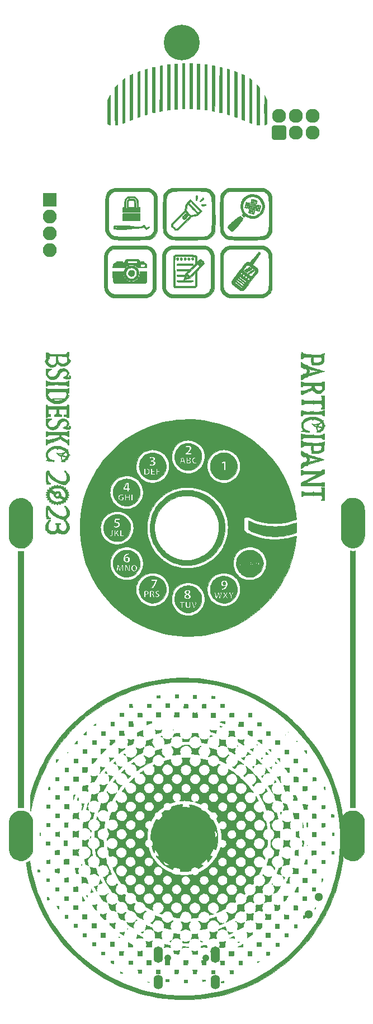
<source format=gbr>
%TF.GenerationSoftware,KiCad,Pcbnew,7.0.1*%
%TF.CreationDate,2023-08-23T11:01:54-05:00*%
%TF.ProjectId,BSidesKC23,42536964-6573-44b4-9332-332e6b696361,1.1*%
%TF.SameCoordinates,Original*%
%TF.FileFunction,Soldermask,Top*%
%TF.FilePolarity,Negative*%
%FSLAX46Y46*%
G04 Gerber Fmt 4.6, Leading zero omitted, Abs format (unit mm)*
G04 Created by KiCad (PCBNEW 7.0.1) date 2023-08-23 11:01:54*
%MOMM*%
%LPD*%
G01*
G04 APERTURE LIST*
G04 Aperture macros list*
%AMRoundRect*
0 Rectangle with rounded corners*
0 $1 Rounding radius*
0 $2 $3 $4 $5 $6 $7 $8 $9 X,Y pos of 4 corners*
0 Add a 4 corners polygon primitive as box body*
4,1,4,$2,$3,$4,$5,$6,$7,$8,$9,$2,$3,0*
0 Add four circle primitives for the rounded corners*
1,1,$1+$1,$2,$3*
1,1,$1+$1,$4,$5*
1,1,$1+$1,$6,$7*
1,1,$1+$1,$8,$9*
0 Add four rect primitives between the rounded corners*
20,1,$1+$1,$2,$3,$4,$5,0*
20,1,$1+$1,$4,$5,$6,$7,0*
20,1,$1+$1,$6,$7,$8,$9,0*
20,1,$1+$1,$8,$9,$2,$3,0*%
G04 Aperture macros list end*
%ADD10C,0.010000*%
%ADD11O,2.127200X2.127200*%
%ADD12RoundRect,0.200000X-0.863600X0.863600X-0.863600X-0.863600X0.863600X-0.863600X0.863600X0.863600X0*%
%ADD13C,2.127200*%
%ADD14C,5.400000*%
%ADD15RoundRect,0.200000X0.850000X0.850000X-0.850000X0.850000X-0.850000X-0.850000X0.850000X-0.850000X0*%
%ADD16O,2.100000X2.100000*%
%ADD17C,1.300000*%
%ADD18C,1.050000*%
%ADD19O,1.400000X2.200000*%
%ADD20O,1.400000X2.500000*%
G04 APERTURE END LIST*
%TO.C,G\u002A\u002A\u002A*%
D10*
X80553080Y-165079810D02*
X80028720Y-165079810D01*
X80028720Y-164534475D01*
X80553080Y-164534475D01*
X80553080Y-165079810D01*
G36*
X80553080Y-165079810D02*
G01*
X80028720Y-165079810D01*
X80028720Y-164534475D01*
X80553080Y-164534475D01*
X80553080Y-165079810D01*
G37*
X81979339Y-166506069D02*
X81392056Y-166506069D01*
X81392056Y-165897811D01*
X81979339Y-165897811D01*
X81979339Y-166506069D01*
G36*
X81979339Y-166506069D02*
G01*
X81392056Y-166506069D01*
X81392056Y-165897811D01*
X81979339Y-165897811D01*
X81979339Y-166506069D01*
G37*
X83321701Y-170617052D02*
X82818315Y-170617052D01*
X82818315Y-170113666D01*
X83321701Y-170113666D01*
X83321701Y-170617052D01*
G36*
X83321701Y-170617052D02*
G01*
X82818315Y-170617052D01*
X82818315Y-170113666D01*
X83321701Y-170113666D01*
X83321701Y-170617052D01*
G37*
X83384624Y-167911354D02*
X82755392Y-167911354D01*
X82755392Y-167261147D01*
X83384624Y-167261147D01*
X83384624Y-167911354D01*
G36*
X83384624Y-167911354D02*
G01*
X82755392Y-167911354D01*
X82755392Y-167261147D01*
X83384624Y-167261147D01*
X83384624Y-167911354D01*
G37*
X84789909Y-144294178D02*
X84181651Y-144294178D01*
X84181651Y-143685920D01*
X84789909Y-143685920D01*
X84789909Y-144294178D01*
G36*
X84789909Y-144294178D02*
G01*
X84181651Y-144294178D01*
X84181651Y-143685920D01*
X84789909Y-143685920D01*
X84789909Y-144294178D01*
G37*
X84789909Y-169295664D02*
X84118728Y-169295664D01*
X84118728Y-168645458D01*
X84789909Y-168645458D01*
X84789909Y-169295664D01*
G36*
X84789909Y-169295664D02*
G01*
X84118728Y-169295664D01*
X84118728Y-168645458D01*
X84789909Y-168645458D01*
X84789909Y-169295664D01*
G37*
X86195194Y-142909868D02*
X85586936Y-142909868D01*
X85586936Y-142301610D01*
X86195194Y-142301610D01*
X86195194Y-142909868D01*
G36*
X86195194Y-142909868D02*
G01*
X85586936Y-142909868D01*
X85586936Y-142301610D01*
X86195194Y-142301610D01*
X86195194Y-142909868D01*
G37*
X87474632Y-174769983D02*
X86992221Y-174769983D01*
X86992221Y-174287572D01*
X87474632Y-174287572D01*
X87474632Y-174769983D01*
G36*
X87474632Y-174769983D02*
G01*
X86992221Y-174769983D01*
X86992221Y-174287572D01*
X87474632Y-174287572D01*
X87474632Y-174769983D01*
G37*
X87558530Y-172085260D02*
X86908323Y-172085260D01*
X86908323Y-171414079D01*
X87558530Y-171414079D01*
X87558530Y-172085260D01*
G36*
X87558530Y-172085260D02*
G01*
X86908323Y-172085260D01*
X86908323Y-171414079D01*
X87558530Y-171414079D01*
X87558530Y-172085260D01*
G37*
X87579504Y-141504583D02*
X86971247Y-141504583D01*
X86971247Y-140917299D01*
X87579504Y-140917299D01*
X87579504Y-141504583D01*
G36*
X87579504Y-141504583D02*
G01*
X86971247Y-141504583D01*
X86971247Y-140917299D01*
X87579504Y-140917299D01*
X87579504Y-141504583D01*
G37*
X88942840Y-140120272D02*
X88376531Y-140120272D01*
X88376531Y-139532989D01*
X88942840Y-139532989D01*
X88942840Y-140120272D01*
G36*
X88942840Y-140120272D02*
G01*
X88376531Y-140120272D01*
X88376531Y-139532989D01*
X88942840Y-139532989D01*
X88942840Y-140120272D01*
G37*
X90327151Y-138694013D02*
X89781816Y-138694013D01*
X89781816Y-138169653D01*
X90327151Y-138169653D01*
X90327151Y-138694013D01*
G36*
X90327151Y-138694013D02*
G01*
X89781816Y-138694013D01*
X89781816Y-138169653D01*
X90327151Y-138169653D01*
X90327151Y-138694013D01*
G37*
X91690487Y-176196242D02*
X91124178Y-176196242D01*
X91124178Y-175650908D01*
X91690487Y-175650908D01*
X91690487Y-176196242D01*
G36*
X91690487Y-176196242D02*
G01*
X91124178Y-176196242D01*
X91124178Y-175650908D01*
X91690487Y-175650908D01*
X91690487Y-176196242D01*
G37*
X94480082Y-137309702D02*
X93934748Y-137309702D01*
X93934748Y-136764368D01*
X94480082Y-136764368D01*
X94480082Y-137309702D01*
G36*
X94480082Y-137309702D02*
G01*
X93934748Y-137309702D01*
X93934748Y-136764368D01*
X94480082Y-136764368D01*
X94480082Y-137309702D01*
G37*
X98633014Y-135904417D02*
X98129628Y-135904417D01*
X98129628Y-135401032D01*
X98633014Y-135401032D01*
X98633014Y-135904417D01*
G36*
X98633014Y-135904417D02*
G01*
X98129628Y-135904417D01*
X98129628Y-135401032D01*
X98633014Y-135401032D01*
X98633014Y-135904417D01*
G37*
X99975375Y-178943889D02*
X99492964Y-178943889D01*
X99492964Y-178503427D01*
X99975375Y-178503427D01*
X99975375Y-178943889D01*
G36*
X99975375Y-178943889D02*
G01*
X99492964Y-178943889D01*
X99492964Y-178503427D01*
X99975375Y-178503427D01*
X99975375Y-178943889D01*
G37*
X101401635Y-135946366D02*
X100898249Y-135946366D01*
X100898249Y-135422006D01*
X101401635Y-135422006D01*
X101401635Y-135946366D01*
G36*
X101401635Y-135946366D02*
G01*
X100898249Y-135946366D01*
X100898249Y-135422006D01*
X101401635Y-135422006D01*
X101401635Y-135946366D01*
G37*
X109749446Y-138735962D02*
X109225086Y-138735962D01*
X109225086Y-138190627D01*
X109749446Y-138190627D01*
X109749446Y-138735962D01*
G36*
X109749446Y-138735962D02*
G01*
X109225086Y-138735962D01*
X109225086Y-138190627D01*
X109749446Y-138190627D01*
X109749446Y-138735962D01*
G37*
X111154731Y-140141247D02*
X110588422Y-140141247D01*
X110588422Y-139574938D01*
X111154731Y-139574938D01*
X111154731Y-140141247D01*
G36*
X111154731Y-140141247D02*
G01*
X110588422Y-140141247D01*
X110588422Y-139574938D01*
X111154731Y-139574938D01*
X111154731Y-140141247D01*
G37*
X111154731Y-173490545D02*
X110504525Y-173490545D01*
X110504525Y-172861313D01*
X111154731Y-172861313D01*
X111154731Y-173490545D01*
G36*
X111154731Y-173490545D02*
G01*
X110504525Y-173490545D01*
X110504525Y-172861313D01*
X111154731Y-172861313D01*
X111154731Y-173490545D01*
G37*
X112560016Y-141546531D02*
X111951759Y-141546531D01*
X111951759Y-140938274D01*
X112560016Y-140938274D01*
X112560016Y-141546531D01*
G36*
X112560016Y-141546531D02*
G01*
X111951759Y-141546531D01*
X111951759Y-140938274D01*
X112560016Y-140938274D01*
X112560016Y-141546531D01*
G37*
X113881403Y-173427621D02*
X113378018Y-173427621D01*
X113378018Y-172924236D01*
X113881403Y-172924236D01*
X113881403Y-173427621D01*
G36*
X113881403Y-173427621D02*
G01*
X113378018Y-173427621D01*
X113378018Y-172924236D01*
X113881403Y-172924236D01*
X113881403Y-173427621D01*
G37*
X113944327Y-170721924D02*
X113273146Y-170721924D01*
X113273146Y-170071717D01*
X113944327Y-170071717D01*
X113944327Y-170721924D01*
G36*
X113944327Y-170721924D02*
G01*
X113273146Y-170721924D01*
X113273146Y-170071717D01*
X113944327Y-170071717D01*
X113944327Y-170721924D01*
G37*
X115265714Y-141032659D02*
X115255227Y-141043146D01*
X115244740Y-141032659D01*
X115255227Y-141022171D01*
X115265714Y-141032659D01*
G36*
X115265714Y-141032659D02*
G01*
X115255227Y-141043146D01*
X115244740Y-141032659D01*
X115255227Y-141022171D01*
X115265714Y-141032659D01*
G37*
X115265714Y-172043311D02*
X114741354Y-172043311D01*
X114741354Y-171539925D01*
X115265714Y-171539925D01*
X115265714Y-172043311D01*
G36*
X115265714Y-172043311D02*
G01*
X114741354Y-172043311D01*
X114741354Y-171539925D01*
X115265714Y-171539925D01*
X115265714Y-172043311D01*
G37*
X115349612Y-144315152D02*
X114741354Y-144315152D01*
X114741354Y-143727869D01*
X115349612Y-143727869D01*
X115349612Y-144315152D01*
G36*
X115349612Y-144315152D02*
G01*
X114741354Y-144315152D01*
X114741354Y-143727869D01*
X115349612Y-143727869D01*
X115349612Y-144315152D01*
G37*
X116650024Y-170659000D02*
X116146639Y-170659000D01*
X116146639Y-170155615D01*
X116650024Y-170155615D01*
X116650024Y-170659000D01*
G36*
X116650024Y-170659000D02*
G01*
X116146639Y-170659000D01*
X116146639Y-170155615D01*
X116650024Y-170155615D01*
X116650024Y-170659000D01*
G37*
X116712948Y-145699463D02*
X116125664Y-145699463D01*
X116125664Y-145112180D01*
X116712948Y-145112180D01*
X116712948Y-145699463D01*
G36*
X116712948Y-145699463D02*
G01*
X116125664Y-145699463D01*
X116125664Y-145112180D01*
X116712948Y-145112180D01*
X116712948Y-145699463D01*
G37*
X118076284Y-166527043D02*
X117489000Y-166527043D01*
X117489000Y-165939760D01*
X118076284Y-165939760D01*
X118076284Y-166527043D01*
G36*
X118076284Y-166527043D02*
G01*
X117489000Y-166527043D01*
X117489000Y-165939760D01*
X118076284Y-165939760D01*
X118076284Y-166527043D01*
G37*
X118097258Y-147083773D02*
X117551924Y-147083773D01*
X117551924Y-146517465D01*
X118097258Y-146517465D01*
X118097258Y-147083773D01*
G36*
X118097258Y-147083773D02*
G01*
X117551924Y-147083773D01*
X117551924Y-146517465D01*
X118097258Y-146517465D01*
X118097258Y-147083773D01*
G37*
X119439620Y-165121759D02*
X118894285Y-165121759D01*
X118894285Y-164576424D01*
X119439620Y-164576424D01*
X119439620Y-165121759D01*
G36*
X119439620Y-165121759D02*
G01*
X118894285Y-165121759D01*
X118894285Y-164576424D01*
X119439620Y-164576424D01*
X119439620Y-165121759D01*
G37*
X120823930Y-160947853D02*
X120299570Y-160947853D01*
X120299570Y-160423493D01*
X120823930Y-160423493D01*
X120823930Y-160947853D01*
G36*
X120823930Y-160947853D02*
G01*
X120299570Y-160947853D01*
X120299570Y-160423493D01*
X120823930Y-160423493D01*
X120823930Y-160947853D01*
G37*
X122208241Y-156731998D02*
X121977522Y-156731998D01*
X121977522Y-156312510D01*
X122208241Y-156312510D01*
X122208241Y-156731998D01*
G36*
X122208241Y-156731998D02*
G01*
X121977522Y-156731998D01*
X121977522Y-156312510D01*
X122208241Y-156312510D01*
X122208241Y-156731998D01*
G37*
X78901346Y-163196670D02*
X79137308Y-163202601D01*
X79137308Y-163643063D01*
X78901346Y-163648994D01*
X78665384Y-163654924D01*
X78665384Y-163190740D01*
X78901346Y-163196670D01*
G36*
X78901346Y-163196670D02*
G01*
X79137308Y-163202601D01*
X79137308Y-163643063D01*
X78901346Y-163648994D01*
X78665384Y-163654924D01*
X78665384Y-163190740D01*
X78901346Y-163196670D01*
G37*
X81711915Y-146480151D02*
X81989826Y-146486003D01*
X81989826Y-147031337D01*
X81711915Y-147037190D01*
X81434005Y-147043042D01*
X81434005Y-146474298D01*
X81711915Y-146480151D01*
G36*
X81711915Y-146480151D02*
G01*
X81989826Y-146486003D01*
X81989826Y-147031337D01*
X81711915Y-147037190D01*
X81434005Y-147043042D01*
X81434005Y-146474298D01*
X81711915Y-146480151D01*
G37*
X83400931Y-145369116D02*
X83395111Y-145668001D01*
X83106713Y-145673837D01*
X82818315Y-145679672D01*
X82818315Y-145070231D01*
X83406750Y-145070231D01*
X83400931Y-145369116D01*
G36*
X83400931Y-145369116D02*
G01*
X83395111Y-145668001D01*
X83106713Y-145673837D01*
X82818315Y-145679672D01*
X82818315Y-145070231D01*
X83406750Y-145070231D01*
X83400931Y-145369116D01*
G37*
X84459562Y-171502575D02*
X84716498Y-171508464D01*
X84716498Y-172011849D01*
X84459562Y-172017739D01*
X84202626Y-172023628D01*
X84202626Y-171496685D01*
X84459562Y-171502575D01*
G36*
X84459562Y-171502575D02*
G01*
X84716498Y-171508464D01*
X84716498Y-172011849D01*
X84459562Y-172017739D01*
X84202626Y-172023628D01*
X84202626Y-171496685D01*
X84459562Y-171502575D01*
G37*
X86106718Y-173139223D02*
X86112627Y-173385673D01*
X85585605Y-173385673D01*
X85591514Y-173139223D01*
X85597423Y-172892774D01*
X86100809Y-172892774D01*
X86106718Y-173139223D01*
G36*
X86106718Y-173139223D02*
G01*
X86112627Y-173385673D01*
X85585605Y-173385673D01*
X85591514Y-173139223D01*
X85597423Y-172892774D01*
X86100809Y-172892774D01*
X86106718Y-173139223D01*
G37*
X109765753Y-174565483D02*
X109759934Y-174864368D01*
X109450561Y-174870172D01*
X109141189Y-174875977D01*
X109141189Y-174266597D01*
X109771573Y-174266597D01*
X109765753Y-174565483D01*
G36*
X109765753Y-174565483D02*
G01*
X109759934Y-174864368D01*
X109450561Y-174870172D01*
X109141189Y-174875977D01*
X109141189Y-174266597D01*
X109771573Y-174266597D01*
X109765753Y-174565483D01*
G37*
X113954814Y-142920355D02*
X113644862Y-142926162D01*
X113334910Y-142931970D01*
X113340733Y-142632521D01*
X113346556Y-142333071D01*
X113954814Y-142333071D01*
X113954814Y-142920355D01*
G36*
X113954814Y-142920355D02*
G01*
X113644862Y-142926162D01*
X113334910Y-142931970D01*
X113340733Y-142632521D01*
X113346556Y-142333071D01*
X113954814Y-142333071D01*
X113954814Y-142920355D01*
G37*
X81916416Y-169211767D02*
X81434005Y-169211767D01*
X81434005Y-168756396D01*
X81575582Y-168743025D01*
X81667547Y-168735805D01*
X81759761Y-168730890D01*
X81816787Y-168729505D01*
X81916416Y-168729356D01*
X81916416Y-169211767D01*
G36*
X81916416Y-169211767D02*
G01*
X81434005Y-169211767D01*
X81434005Y-168756396D01*
X81575582Y-168743025D01*
X81667547Y-168735805D01*
X81759761Y-168730890D01*
X81816787Y-168729505D01*
X81916416Y-168729356D01*
X81916416Y-169211767D01*
G37*
X86090322Y-140036375D02*
X85938257Y-140035522D01*
X85786193Y-140034670D01*
X85859603Y-139971055D01*
X85925093Y-139915479D01*
X85995867Y-139857064D01*
X86011668Y-139844298D01*
X86090322Y-139781157D01*
X86090322Y-140036375D01*
G36*
X86090322Y-140036375D02*
G01*
X85938257Y-140035522D01*
X85786193Y-140034670D01*
X85859603Y-139971055D01*
X85925093Y-139915479D01*
X85995867Y-139857064D01*
X86011668Y-139844298D01*
X86090322Y-139781157D01*
X86090322Y-140036375D01*
G37*
X93124156Y-138288177D02*
X93131228Y-138393061D01*
X93136136Y-138506379D01*
X93137721Y-138592305D01*
X93137721Y-138735962D01*
X92508488Y-138735962D01*
X92508488Y-138127704D01*
X93110591Y-138127704D01*
X93124156Y-138288177D01*
G36*
X93124156Y-138288177D02*
G01*
X93131228Y-138393061D01*
X93136136Y-138506379D01*
X93137721Y-138592305D01*
X93137721Y-138735962D01*
X92508488Y-138735962D01*
X92508488Y-138127704D01*
X93110591Y-138127704D01*
X93124156Y-138288177D01*
G37*
X97290652Y-137330677D02*
X96676328Y-137330677D01*
X96689699Y-137189100D01*
X96696908Y-137089048D01*
X96701822Y-136975559D01*
X96703220Y-136895458D01*
X96703369Y-136743394D01*
X97290652Y-136743394D01*
X97290652Y-137330677D01*
G36*
X97290652Y-137330677D02*
G01*
X96676328Y-137330677D01*
X96689699Y-137189100D01*
X96696908Y-137089048D01*
X96701822Y-136975559D01*
X96703220Y-136895458D01*
X96703369Y-136743394D01*
X97290652Y-136743394D01*
X97290652Y-137330677D01*
G37*
X97898910Y-140680504D02*
X97932912Y-140697105D01*
X97940858Y-140710002D01*
X97923270Y-140725062D01*
X97898910Y-140728530D01*
X97864895Y-140716243D01*
X97856961Y-140699032D01*
X97872378Y-140678422D01*
X97898910Y-140680504D01*
G36*
X97898910Y-140680504D02*
G01*
X97932912Y-140697105D01*
X97940858Y-140710002D01*
X97923270Y-140725062D01*
X97898910Y-140728530D01*
X97864895Y-140716243D01*
X97856961Y-140699032D01*
X97872378Y-140678422D01*
X97898910Y-140680504D01*
G37*
X107358075Y-169668921D02*
X107365950Y-169683691D01*
X107365571Y-169711567D01*
X107342880Y-169711028D01*
X107330399Y-169701169D01*
X107316885Y-169672235D01*
X107329016Y-169653092D01*
X107335146Y-169652229D01*
X107358075Y-169668921D01*
G36*
X107358075Y-169668921D02*
G01*
X107365950Y-169683691D01*
X107365571Y-169711567D01*
X107342880Y-169711028D01*
X107330399Y-169701169D01*
X107316885Y-169672235D01*
X107329016Y-169653092D01*
X107335146Y-169652229D01*
X107358075Y-169668921D01*
G37*
X107616953Y-143118118D02*
X107628532Y-143143805D01*
X107609882Y-143162113D01*
X107567432Y-143180931D01*
X107548697Y-143167053D01*
X107547134Y-143152311D01*
X107561479Y-143115292D01*
X107593454Y-143105246D01*
X107616953Y-143118118D01*
G36*
X107616953Y-143118118D02*
G01*
X107628532Y-143143805D01*
X107609882Y-143162113D01*
X107567432Y-143180931D01*
X107548697Y-143167053D01*
X107547134Y-143152311D01*
X107561479Y-143115292D01*
X107593454Y-143105246D01*
X107616953Y-143118118D01*
G37*
X108449033Y-140204170D02*
X107756878Y-140204170D01*
X107757004Y-140031131D01*
X107758974Y-139918209D01*
X107764001Y-139791840D01*
X107770600Y-139685053D01*
X107784070Y-139512014D01*
X108449033Y-139512014D01*
X108449033Y-140204170D01*
G36*
X108449033Y-140204170D02*
G01*
X107756878Y-140204170D01*
X107757004Y-140031131D01*
X107758974Y-139918209D01*
X107764001Y-139791840D01*
X107770600Y-139685053D01*
X107784070Y-139512014D01*
X108449033Y-139512014D01*
X108449033Y-140204170D01*
G37*
X114851469Y-168682258D02*
X114959699Y-168686763D01*
X115076710Y-168693129D01*
X115176573Y-168699934D01*
X115328637Y-168711960D01*
X115328637Y-169337613D01*
X114678431Y-169337613D01*
X114678431Y-168676609D01*
X114851469Y-168682258D01*
G36*
X114851469Y-168682258D02*
G01*
X114959699Y-168686763D01*
X115076710Y-168693129D01*
X115176573Y-168699934D01*
X115328637Y-168711960D01*
X115328637Y-169337613D01*
X114678431Y-169337613D01*
X114678431Y-168676609D01*
X114851469Y-168682258D01*
G37*
X114866591Y-141436646D02*
X114867200Y-141441659D01*
X114851239Y-141462024D01*
X114846226Y-141462634D01*
X114825861Y-141446673D01*
X114825251Y-141441659D01*
X114841212Y-141421295D01*
X114846226Y-141420685D01*
X114866591Y-141436646D01*
G36*
X114866591Y-141436646D02*
G01*
X114867200Y-141441659D01*
X114851239Y-141462024D01*
X114846226Y-141462634D01*
X114825861Y-141446673D01*
X114825251Y-141441659D01*
X114841212Y-141421295D01*
X114846226Y-141420685D01*
X114866591Y-141436646D01*
G37*
X116342976Y-167305134D02*
X116461513Y-167310435D01*
X116552475Y-167316661D01*
X116712948Y-167330226D01*
X116712948Y-167932328D01*
X116083716Y-167932328D01*
X116083716Y-167303096D01*
X116237859Y-167303096D01*
X116342976Y-167305134D01*
G36*
X116342976Y-167305134D02*
G01*
X116461513Y-167310435D01*
X116552475Y-167316661D01*
X116712948Y-167330226D01*
X116712948Y-167932328D01*
X116083716Y-167932328D01*
X116083716Y-167303096D01*
X116237859Y-167303096D01*
X116342976Y-167305134D01*
G37*
X118153665Y-158163501D02*
X118156927Y-158216697D01*
X118153665Y-158236911D01*
X118147586Y-158243439D01*
X118144276Y-158214437D01*
X118144073Y-158200206D01*
X118146260Y-158162047D01*
X118151704Y-158157550D01*
X118153665Y-158163501D01*
G36*
X118153665Y-158163501D02*
G01*
X118156927Y-158216697D01*
X118153665Y-158236911D01*
X118147586Y-158243439D01*
X118144276Y-158214437D01*
X118144073Y-158200206D01*
X118146260Y-158162047D01*
X118151704Y-158157550D01*
X118153665Y-158163501D01*
G37*
X120409686Y-157620275D02*
X120487860Y-157628328D01*
X120586341Y-157637662D01*
X120682353Y-157646130D01*
X120844905Y-157659800D01*
X120844905Y-158179232D01*
X120299570Y-158179232D01*
X120299570Y-157608089D01*
X120409686Y-157620275D01*
G36*
X120409686Y-157620275D02*
G01*
X120487860Y-157628328D01*
X120586341Y-157637662D01*
X120682353Y-157646130D01*
X120844905Y-157659800D01*
X120844905Y-158179232D01*
X120299570Y-158179232D01*
X120299570Y-157608089D01*
X120409686Y-157620275D01*
G37*
X122166292Y-159500619D02*
X121847740Y-159500619D01*
X121860916Y-159390503D01*
X121871464Y-159302022D01*
X121882341Y-159210299D01*
X121885827Y-159180759D01*
X121897561Y-159081131D01*
X122166292Y-159081131D01*
X122166292Y-159500619D01*
G36*
X122166292Y-159500619D02*
G01*
X121847740Y-159500619D01*
X121860916Y-159390503D01*
X121871464Y-159302022D01*
X121882341Y-159210299D01*
X121885827Y-159180759D01*
X121897561Y-159081131D01*
X122166292Y-159081131D01*
X122166292Y-159500619D01*
G37*
X79168769Y-158137283D02*
X78974756Y-158133757D01*
X78878059Y-158131254D01*
X78787866Y-158127627D01*
X78719127Y-158123520D01*
X78702089Y-158122004D01*
X78623435Y-158113776D01*
X78623435Y-157591948D01*
X79168769Y-157591948D01*
X79168769Y-158137283D01*
G36*
X79168769Y-158137283D02*
G01*
X78974756Y-158133757D01*
X78878059Y-158131254D01*
X78787866Y-158127627D01*
X78719127Y-158123520D01*
X78702089Y-158122004D01*
X78623435Y-158113776D01*
X78623435Y-157591948D01*
X79168769Y-157591948D01*
X79168769Y-158137283D01*
G37*
X79168769Y-160905904D02*
X78644409Y-160905904D01*
X78644409Y-160402518D01*
X78714597Y-160402518D01*
X78767441Y-160401027D01*
X78847780Y-160397049D01*
X78941288Y-160391329D01*
X78976777Y-160388890D01*
X79168769Y-160375262D01*
X79168769Y-160905904D01*
G36*
X79168769Y-160905904D02*
G01*
X78644409Y-160905904D01*
X78644409Y-160402518D01*
X78714597Y-160402518D01*
X78767441Y-160401027D01*
X78847780Y-160397049D01*
X78941288Y-160391329D01*
X78976777Y-160388890D01*
X79168769Y-160375262D01*
X79168769Y-160905904D01*
G37*
X79189744Y-152579067D02*
X79100602Y-152574846D01*
X79034305Y-152571780D01*
X78945051Y-152567747D01*
X78851794Y-152563603D01*
X78848910Y-152563476D01*
X78686358Y-152556328D01*
X78686358Y-152054706D01*
X79189744Y-152054706D01*
X79189744Y-152579067D01*
G36*
X79189744Y-152579067D02*
G01*
X79100602Y-152574846D01*
X79034305Y-152571780D01*
X78945051Y-152567747D01*
X78851794Y-152563603D01*
X78848910Y-152563476D01*
X78686358Y-152556328D01*
X78686358Y-152054706D01*
X79189744Y-152054706D01*
X79189744Y-152579067D01*
G37*
X80574054Y-148405161D02*
X80070668Y-148405161D01*
X80070668Y-147901775D01*
X80243707Y-147901544D01*
X80336571Y-147899824D01*
X80423595Y-147895490D01*
X80488099Y-147889417D01*
X80495400Y-147888313D01*
X80574054Y-147875312D01*
X80574054Y-148405161D01*
G36*
X80574054Y-148405161D02*
G01*
X80070668Y-148405161D01*
X80070668Y-147901775D01*
X80243707Y-147901544D01*
X80336571Y-147899824D01*
X80423595Y-147895490D01*
X80488099Y-147889417D01*
X80495400Y-147888313D01*
X80574054Y-147875312D01*
X80574054Y-148405161D01*
G37*
X90319898Y-174397687D02*
X90313195Y-174500989D01*
X90308330Y-174608668D01*
X90306310Y-174698215D01*
X90306302Y-174701816D01*
X90306176Y-174832906D01*
X89697919Y-174832906D01*
X89697919Y-174224649D01*
X90333368Y-174224649D01*
X90319898Y-174397687D01*
G36*
X90319898Y-174397687D02*
G01*
X90313195Y-174500989D01*
X90308330Y-174608668D01*
X90306310Y-174698215D01*
X90306302Y-174701816D01*
X90306176Y-174832906D01*
X89697919Y-174832906D01*
X89697919Y-174224649D01*
X90333368Y-174224649D01*
X90319898Y-174397687D01*
G37*
X91669512Y-136887050D02*
X91671330Y-136948793D01*
X91676103Y-137034190D01*
X91682815Y-137125134D01*
X91683077Y-137128255D01*
X91696642Y-137288728D01*
X91187101Y-137288728D01*
X91187101Y-136806317D01*
X91669512Y-136806317D01*
X91669512Y-136887050D01*
G36*
X91669512Y-136887050D02*
G01*
X91671330Y-136948793D01*
X91676103Y-137034190D01*
X91682815Y-137125134D01*
X91683077Y-137128255D01*
X91696642Y-137288728D01*
X91187101Y-137288728D01*
X91187101Y-136806317D01*
X91669512Y-136806317D01*
X91669512Y-136887050D01*
G37*
X91760756Y-139662057D02*
X91767252Y-139772326D01*
X91772066Y-139889775D01*
X91774319Y-139992067D01*
X91774384Y-140008135D01*
X91774384Y-140162221D01*
X91103204Y-140162221D01*
X91103204Y-139470066D01*
X91747129Y-139470066D01*
X91760756Y-139662057D01*
G36*
X91760756Y-139662057D02*
G01*
X91767252Y-139772326D01*
X91772066Y-139889775D01*
X91774319Y-139992067D01*
X91774384Y-140008135D01*
X91774384Y-140162221D01*
X91103204Y-140162221D01*
X91103204Y-139470066D01*
X91747129Y-139470066D01*
X91760756Y-139662057D01*
G37*
X94493757Y-175832453D02*
X94487939Y-175936245D01*
X94483352Y-176034656D01*
X94480601Y-176113772D01*
X94480082Y-176147069D01*
X94480082Y-176238191D01*
X93850850Y-176238191D01*
X93850850Y-175608959D01*
X94507431Y-175608959D01*
X94493757Y-175832453D01*
G36*
X94493757Y-175832453D02*
G01*
X94487939Y-175936245D01*
X94483352Y-176034656D01*
X94480601Y-176113772D01*
X94480082Y-176147069D01*
X94480082Y-176238191D01*
X93850850Y-176238191D01*
X93850850Y-175608959D01*
X94507431Y-175608959D01*
X94493757Y-175832453D01*
G37*
X95843418Y-177580553D02*
X95298084Y-177580553D01*
X95298084Y-177405198D01*
X95296414Y-177308331D01*
X95292006Y-177213939D01*
X95285757Y-177140413D01*
X95284746Y-177132531D01*
X95271408Y-177035218D01*
X95843418Y-177035218D01*
X95843418Y-177580553D01*
G36*
X95843418Y-177580553D02*
G01*
X95298084Y-177580553D01*
X95298084Y-177405198D01*
X95296414Y-177308331D01*
X95292006Y-177213939D01*
X95285757Y-177140413D01*
X95284746Y-177132531D01*
X95271408Y-177035218D01*
X95843418Y-177035218D01*
X95843418Y-177580553D01*
G37*
X97302139Y-175761024D02*
X97294747Y-175871200D01*
X97286570Y-175987964D01*
X97279146Y-176089435D01*
X97277801Y-176107101D01*
X97266099Y-176259166D01*
X96619471Y-176259166D01*
X96619471Y-175567010D01*
X97314776Y-175567010D01*
X97302139Y-175761024D01*
G36*
X97302139Y-175761024D02*
G01*
X97294747Y-175871200D01*
X97286570Y-175987964D01*
X97279146Y-176089435D01*
X97277801Y-176107101D01*
X97266099Y-176259166D01*
X96619471Y-176259166D01*
X96619471Y-175567010D01*
X97314776Y-175567010D01*
X97302139Y-175761024D01*
G37*
X98737886Y-138777910D02*
X98005758Y-138777910D01*
X98014973Y-138678282D01*
X98019840Y-138616298D01*
X98025880Y-138525638D01*
X98032250Y-138419529D01*
X98037028Y-138332204D01*
X98049869Y-138085755D01*
X98737886Y-138085755D01*
X98737886Y-138777910D01*
G36*
X98737886Y-138777910D02*
G01*
X98005758Y-138777910D01*
X98014973Y-138678282D01*
X98019840Y-138616298D01*
X98025880Y-138525638D01*
X98032250Y-138419529D01*
X98037028Y-138332204D01*
X98049869Y-138085755D01*
X98737886Y-138085755D01*
X98737886Y-138777910D01*
G37*
X99618811Y-46742237D02*
X99220297Y-46742237D01*
X99220297Y-39888501D01*
X99267489Y-39875854D01*
X99311719Y-39869480D01*
X99382682Y-39864841D01*
X99465172Y-39862924D01*
X99466746Y-39862920D01*
X99618811Y-39862634D01*
X99618811Y-46742237D01*
G36*
X99618811Y-46742237D02*
G01*
X99220297Y-46742237D01*
X99220297Y-39888501D01*
X99267489Y-39875854D01*
X99311719Y-39869480D01*
X99382682Y-39864841D01*
X99465172Y-39862924D01*
X99466746Y-39862920D01*
X99618811Y-39862634D01*
X99618811Y-46742237D01*
G37*
X100504979Y-39862920D02*
X100587540Y-39864776D01*
X100658863Y-39869373D01*
X100703740Y-39875723D01*
X100704236Y-39875854D01*
X100751428Y-39888501D01*
X100751428Y-46742237D01*
X100352915Y-46742237D01*
X100352915Y-39862634D01*
X100504979Y-39862920D01*
G36*
X100504979Y-39862920D02*
G01*
X100587540Y-39864776D01*
X100658863Y-39869373D01*
X100703740Y-39875723D01*
X100704236Y-39875854D01*
X100751428Y-39888501D01*
X100751428Y-46742237D01*
X100352915Y-46742237D01*
X100352915Y-39862634D01*
X100504979Y-39862920D01*
G37*
X107022774Y-138777910D02*
X106393542Y-138777910D01*
X106393542Y-138686788D01*
X106394849Y-138626658D01*
X106398368Y-138538590D01*
X106403492Y-138436502D01*
X106407217Y-138372172D01*
X106420891Y-138148678D01*
X107022774Y-138148678D01*
X107022774Y-138777910D01*
G36*
X107022774Y-138777910D02*
G01*
X106393542Y-138777910D01*
X106393542Y-138686788D01*
X106394849Y-138626658D01*
X106398368Y-138538590D01*
X106403492Y-138436502D01*
X106407217Y-138372172D01*
X106420891Y-138148678D01*
X107022774Y-138148678D01*
X107022774Y-138777910D01*
G37*
X108344161Y-176238191D02*
X107805109Y-176238191D01*
X107791481Y-176046199D01*
X107785226Y-175947845D01*
X107780483Y-175853786D01*
X107778029Y-175780126D01*
X107777853Y-175763045D01*
X107777853Y-175671882D01*
X108344161Y-175671882D01*
X108344161Y-176238191D01*
G36*
X108344161Y-176238191D02*
G01*
X107805109Y-176238191D01*
X107791481Y-176046199D01*
X107785226Y-175947845D01*
X107780483Y-175853786D01*
X107778029Y-175780126D01*
X107777853Y-175763045D01*
X107777853Y-175671882D01*
X108344161Y-175671882D01*
X108344161Y-176238191D01*
G37*
X112832490Y-164003217D02*
X112846544Y-164021669D01*
X112871919Y-164068181D01*
X112867536Y-164091733D01*
X112836178Y-164087306D01*
X112816242Y-164076284D01*
X112799730Y-164044201D01*
X112803885Y-164021226D01*
X112817011Y-163995057D01*
X112832490Y-164003217D01*
G36*
X112832490Y-164003217D02*
G01*
X112846544Y-164021669D01*
X112871919Y-164068181D01*
X112867536Y-164091733D01*
X112836178Y-164087306D01*
X112816242Y-164076284D01*
X112799730Y-164044201D01*
X112803885Y-164021226D01*
X112817011Y-163995057D01*
X112832490Y-164003217D01*
G37*
X117651552Y-163115431D02*
X117758967Y-163121601D01*
X117868306Y-163126326D01*
X117961068Y-163128854D01*
X117987142Y-163129082D01*
X118118232Y-163129190D01*
X118118232Y-163800371D01*
X117447052Y-163800371D01*
X117447052Y-163101889D01*
X117651552Y-163115431D01*
G36*
X117651552Y-163115431D02*
G01*
X117758967Y-163121601D01*
X117868306Y-163126326D01*
X117961068Y-163128854D01*
X117987142Y-163129082D01*
X118118232Y-163129190D01*
X118118232Y-163800371D01*
X117447052Y-163800371D01*
X117447052Y-163101889D01*
X117651552Y-163115431D01*
G37*
X119039976Y-156187985D02*
X119132253Y-156191540D01*
X119237122Y-156196713D01*
X119300023Y-156200338D01*
X119523517Y-156214013D01*
X119523517Y-156836870D01*
X118873311Y-156836870D01*
X118873311Y-156186664D01*
X118974920Y-156186664D01*
X119039976Y-156187985D01*
G36*
X119039976Y-156187985D02*
G01*
X119132253Y-156191540D01*
X119237122Y-156196713D01*
X119300023Y-156200338D01*
X119523517Y-156214013D01*
X119523517Y-156836870D01*
X118873311Y-156836870D01*
X118873311Y-156186664D01*
X118974920Y-156186664D01*
X119039976Y-156187985D01*
G37*
X119394420Y-167605386D02*
X119397623Y-167675895D01*
X119397671Y-167689885D01*
X119397671Y-167827456D01*
X119229272Y-167827456D01*
X119292028Y-167703138D01*
X119335652Y-167621157D01*
X119365729Y-167577729D01*
X119384553Y-167572569D01*
X119394420Y-167605386D01*
G36*
X119394420Y-167605386D02*
G01*
X119397623Y-167675895D01*
X119397671Y-167689885D01*
X119397671Y-167827456D01*
X119229272Y-167827456D01*
X119292028Y-167703138D01*
X119335652Y-167621157D01*
X119365729Y-167577729D01*
X119384553Y-167572569D01*
X119394420Y-167605386D01*
G37*
X119502543Y-151230423D02*
X119310551Y-151244051D01*
X119210330Y-151250344D01*
X119112595Y-151255099D01*
X119034390Y-151257524D01*
X119016910Y-151257679D01*
X118915260Y-151257679D01*
X118915260Y-150670396D01*
X119502543Y-150670396D01*
X119502543Y-151230423D01*
G36*
X119502543Y-151230423D02*
G01*
X119310551Y-151244051D01*
X119210330Y-151250344D01*
X119112595Y-151255099D01*
X119034390Y-151257524D01*
X119016910Y-151257679D01*
X118915260Y-151257679D01*
X118915260Y-150670396D01*
X119502543Y-150670396D01*
X119502543Y-151230423D01*
G37*
X79200231Y-155358175D02*
X78943294Y-155364064D01*
X78686358Y-155369953D01*
X78686358Y-154849065D01*
X78775499Y-154836719D01*
X78841071Y-154830148D01*
X78930236Y-154824410D01*
X79024641Y-154820665D01*
X79032436Y-154820473D01*
X79200231Y-154816574D01*
X79200231Y-155358175D01*
G36*
X79200231Y-155358175D02*
G01*
X78943294Y-155364064D01*
X78686358Y-155369953D01*
X78686358Y-154849065D01*
X78775499Y-154836719D01*
X78841071Y-154830148D01*
X78930236Y-154824410D01*
X79024641Y-154820665D01*
X79032436Y-154820473D01*
X79200231Y-154816574D01*
X79200231Y-155358175D01*
G37*
X81932786Y-144102397D02*
X81937390Y-144136870D01*
X81928831Y-144176663D01*
X81894984Y-144189049D01*
X81884471Y-144189306D01*
X81848861Y-144186944D01*
X81844754Y-144172194D01*
X81865909Y-144136870D01*
X81896008Y-144099460D01*
X81918828Y-144084434D01*
X81932786Y-144102397D01*
G36*
X81932786Y-144102397D02*
G01*
X81937390Y-144136870D01*
X81928831Y-144176663D01*
X81894984Y-144189049D01*
X81884471Y-144189306D01*
X81848861Y-144186944D01*
X81844754Y-144172194D01*
X81865909Y-144136870D01*
X81896008Y-144099460D01*
X81918828Y-144084434D01*
X81932786Y-144102397D01*
G37*
X82042262Y-149873369D02*
X81963608Y-149869185D01*
X81910522Y-149866473D01*
X81827806Y-149862377D01*
X81727731Y-149857498D01*
X81643749Y-149853454D01*
X81402543Y-149841907D01*
X81396739Y-149532535D01*
X81390934Y-149223162D01*
X82042262Y-149223162D01*
X82042262Y-149873369D01*
G36*
X82042262Y-149873369D02*
G01*
X81963608Y-149869185D01*
X81910522Y-149866473D01*
X81827806Y-149862377D01*
X81727731Y-149857498D01*
X81643749Y-149853454D01*
X81402543Y-149841907D01*
X81396739Y-149532535D01*
X81390934Y-149223162D01*
X82042262Y-149223162D01*
X82042262Y-149873369D01*
G37*
X93158695Y-174874855D02*
X92445565Y-174874855D01*
X92445565Y-174168076D01*
X92566168Y-174187758D01*
X92667868Y-174196926D01*
X92794283Y-174197397D01*
X92929210Y-174189716D01*
X93056446Y-174174432D01*
X93080041Y-174170421D01*
X93158695Y-174156237D01*
X93158695Y-174874855D01*
G36*
X93158695Y-174874855D02*
G01*
X92445565Y-174874855D01*
X92445565Y-174168076D01*
X92566168Y-174187758D01*
X92667868Y-174196926D01*
X92794283Y-174197397D01*
X92929210Y-174189716D01*
X93056446Y-174174432D01*
X93080041Y-174170421D01*
X93158695Y-174156237D01*
X93158695Y-174874855D01*
G37*
X100089140Y-175687613D02*
X100084989Y-175739032D01*
X100079644Y-175821112D01*
X100073792Y-175922606D01*
X100068119Y-176032268D01*
X100068049Y-176033691D01*
X100055049Y-176301114D01*
X99388092Y-176301114D01*
X99388092Y-175608959D01*
X100097230Y-175608959D01*
X100089140Y-175687613D01*
G36*
X100089140Y-175687613D02*
G01*
X100084989Y-175739032D01*
X100079644Y-175821112D01*
X100073792Y-175922606D01*
X100068119Y-176032268D01*
X100068049Y-176033691D01*
X100055049Y-176301114D01*
X99388092Y-176301114D01*
X99388092Y-175608959D01*
X100097230Y-175608959D01*
X100089140Y-175687613D01*
G37*
X107026295Y-174360982D02*
X107023065Y-174451320D01*
X107017832Y-174563525D01*
X107011557Y-174677622D01*
X107009419Y-174712304D01*
X106996396Y-174916804D01*
X106308630Y-174916804D01*
X106314381Y-174565483D01*
X106320132Y-174214161D01*
X107030148Y-174214161D01*
X107026295Y-174360982D01*
G36*
X107026295Y-174360982D02*
G01*
X107023065Y-174451320D01*
X107017832Y-174563525D01*
X107011557Y-174677622D01*
X107009419Y-174712304D01*
X106996396Y-174916804D01*
X106308630Y-174916804D01*
X106314381Y-174565483D01*
X106320132Y-174214161D01*
X107030148Y-174214161D01*
X107026295Y-174360982D01*
G37*
X112476119Y-174704925D02*
X112405972Y-174758428D01*
X112365300Y-174785701D01*
X112323404Y-174801820D01*
X112267552Y-174809607D01*
X112185014Y-174811888D01*
X112164766Y-174811932D01*
X111993707Y-174811932D01*
X111993707Y-174329521D01*
X112476119Y-174329521D01*
X112476119Y-174704925D01*
G36*
X112476119Y-174704925D02*
G01*
X112405972Y-174758428D01*
X112365300Y-174785701D01*
X112323404Y-174801820D01*
X112267552Y-174809607D01*
X112185014Y-174811888D01*
X112164766Y-174811932D01*
X111993707Y-174811932D01*
X111993707Y-174329521D01*
X112476119Y-174329521D01*
X112476119Y-174704925D01*
G37*
X116636890Y-142414690D02*
X116649701Y-142447355D01*
X116650024Y-142458918D01*
X116641180Y-142502217D01*
X116617850Y-142507904D01*
X116592935Y-142485136D01*
X116560727Y-142438259D01*
X116558192Y-142414418D01*
X116585630Y-142406702D01*
X116596351Y-142406482D01*
X116636890Y-142414690D01*
G36*
X116636890Y-142414690D02*
G01*
X116649701Y-142447355D01*
X116650024Y-142458918D01*
X116641180Y-142502217D01*
X116617850Y-142507904D01*
X116592935Y-142485136D01*
X116560727Y-142438259D01*
X116558192Y-142414418D01*
X116585630Y-142406702D01*
X116596351Y-142406482D01*
X116636890Y-142414690D01*
G37*
X122056058Y-153523386D02*
X122122614Y-153529430D01*
X122161756Y-153547993D01*
X122180741Y-153586019D01*
X122186826Y-153650456D01*
X122187266Y-153745390D01*
X122187266Y-153942403D01*
X121788753Y-153942403D01*
X121788753Y-153522915D01*
X121954832Y-153522915D01*
X122056058Y-153523386D01*
G36*
X122056058Y-153523386D02*
G01*
X122122614Y-153529430D01*
X122161756Y-153547993D01*
X122180741Y-153586019D01*
X122186826Y-153650456D01*
X122187266Y-153745390D01*
X122187266Y-153942403D01*
X121788753Y-153942403D01*
X121788753Y-153522915D01*
X121954832Y-153522915D01*
X122056058Y-153523386D01*
G37*
X88019818Y-165411080D02*
X88027488Y-165425722D01*
X88019216Y-165458857D01*
X87977296Y-165489184D01*
X87935789Y-165506322D01*
X87915496Y-165506209D01*
X87915095Y-165504503D01*
X87926963Y-165473227D01*
X87953987Y-165433392D01*
X87983298Y-165402099D01*
X87997937Y-165394426D01*
X88019818Y-165411080D01*
G36*
X88019818Y-165411080D02*
G01*
X88027488Y-165425722D01*
X88019216Y-165458857D01*
X87977296Y-165489184D01*
X87935789Y-165506322D01*
X87915496Y-165506209D01*
X87915095Y-165504503D01*
X87926963Y-165473227D01*
X87953987Y-165433392D01*
X87983298Y-165402099D01*
X87997937Y-165394426D01*
X88019818Y-165411080D01*
G37*
X90950819Y-170802672D02*
X90967084Y-170813871D01*
X90994879Y-170840461D01*
X90998256Y-170854837D01*
X90968977Y-170869946D01*
X90926289Y-170880174D01*
X90888149Y-170882639D01*
X90872485Y-170875027D01*
X90883748Y-170843899D01*
X90898950Y-170819595D01*
X90923330Y-170795574D01*
X90950819Y-170802672D01*
G36*
X90950819Y-170802672D02*
G01*
X90967084Y-170813871D01*
X90994879Y-170840461D01*
X90998256Y-170854837D01*
X90968977Y-170869946D01*
X90926289Y-170880174D01*
X90888149Y-170882639D01*
X90872485Y-170875027D01*
X90883748Y-170843899D01*
X90898950Y-170819595D01*
X90923330Y-170795574D01*
X90950819Y-170802672D01*
G37*
X94684498Y-119810400D02*
X94744419Y-119851704D01*
X94772143Y-119917494D01*
X94773724Y-119941376D01*
X94754610Y-120006783D01*
X94702996Y-120057096D01*
X94627469Y-120085664D01*
X94582126Y-120089719D01*
X94501057Y-120089719D01*
X94501057Y-119796077D01*
X94595441Y-119796077D01*
X94684498Y-119810400D01*
G36*
X94684498Y-119810400D02*
G01*
X94744419Y-119851704D01*
X94772143Y-119917494D01*
X94773724Y-119941376D01*
X94754610Y-120006783D01*
X94702996Y-120057096D01*
X94627469Y-120085664D01*
X94582126Y-120089719D01*
X94501057Y-120089719D01*
X94501057Y-119796077D01*
X94595441Y-119796077D01*
X94684498Y-119810400D01*
G37*
X100143383Y-99959054D02*
X100241239Y-99980896D01*
X100304094Y-100023807D01*
X100330957Y-100087024D01*
X100331940Y-100104365D01*
X100314688Y-100176199D01*
X100263810Y-100223823D01*
X100180626Y-100246233D01*
X100143171Y-100247935D01*
X100038299Y-100247935D01*
X100038299Y-99948956D01*
X100143383Y-99959054D01*
G36*
X100143383Y-99959054D02*
G01*
X100241239Y-99980896D01*
X100304094Y-100023807D01*
X100330957Y-100087024D01*
X100331940Y-100104365D01*
X100314688Y-100176199D01*
X100263810Y-100223823D01*
X100180626Y-100246233D01*
X100143171Y-100247935D01*
X100038299Y-100247935D01*
X100038299Y-99948956D01*
X100143383Y-99959054D01*
G37*
X102801676Y-40039930D02*
X102985202Y-40061891D01*
X102995814Y-46931007D01*
X102938072Y-46928574D01*
X102882951Y-46924342D01*
X102848868Y-46919420D01*
X102809995Y-46912758D01*
X102748186Y-46903706D01*
X102717778Y-46899593D01*
X102618150Y-46886488D01*
X102618150Y-40017970D01*
X102801676Y-40039930D01*
G36*
X102801676Y-40039930D02*
G01*
X102985202Y-40061891D01*
X102995814Y-46931007D01*
X102938072Y-46928574D01*
X102882951Y-46924342D01*
X102848868Y-46919420D01*
X102809995Y-46912758D01*
X102748186Y-46903706D01*
X102717778Y-46899593D01*
X102618150Y-46886488D01*
X102618150Y-40017970D01*
X102801676Y-40039930D01*
G37*
X105287142Y-175634631D02*
X105607002Y-175640421D01*
X105612806Y-175949793D01*
X105618611Y-176259166D01*
X104994584Y-176259166D01*
X104981042Y-176054665D01*
X104974943Y-175950852D01*
X104970243Y-175848600D01*
X104967666Y-175764635D01*
X104967391Y-175739503D01*
X104967283Y-175628841D01*
X105287142Y-175634631D01*
G36*
X105287142Y-175634631D02*
G01*
X105607002Y-175640421D01*
X105612806Y-175949793D01*
X105618611Y-176259166D01*
X104994584Y-176259166D01*
X104981042Y-176054665D01*
X104974943Y-175950852D01*
X104970243Y-175848600D01*
X104967666Y-175764635D01*
X104967391Y-175739503D01*
X104967283Y-175628841D01*
X105287142Y-175634631D01*
G37*
X110545988Y-142945218D02*
X110577935Y-142972791D01*
X110601467Y-143001736D01*
X110594648Y-143012891D01*
X110551773Y-143014739D01*
X110549724Y-143014740D01*
X110502228Y-143008844D01*
X110484657Y-142986534D01*
X110483550Y-142972791D01*
X110495312Y-142938764D01*
X110511761Y-142930842D01*
X110545988Y-142945218D01*
G36*
X110545988Y-142945218D02*
G01*
X110577935Y-142972791D01*
X110601467Y-143001736D01*
X110594648Y-143012891D01*
X110551773Y-143014739D01*
X110549724Y-143014740D01*
X110502228Y-143008844D01*
X110484657Y-142986534D01*
X110483550Y-142972791D01*
X110495312Y-142938764D01*
X110511761Y-142930842D01*
X110545988Y-142945218D01*
G37*
X116361595Y-147841909D02*
X116471807Y-147847195D01*
X116572611Y-147851876D01*
X116653578Y-147855477D01*
X116704278Y-147857525D01*
X116707704Y-147857640D01*
X116775871Y-147859826D01*
X116775871Y-148551981D01*
X116083716Y-148551981D01*
X116083684Y-148190173D01*
X116083653Y-147828365D01*
X116361595Y-147841909D01*
G36*
X116361595Y-147841909D02*
G01*
X116471807Y-147847195D01*
X116572611Y-147851876D01*
X116653578Y-147855477D01*
X116704278Y-147857525D01*
X116707704Y-147857640D01*
X116775871Y-147859826D01*
X116775871Y-148551981D01*
X116083716Y-148551981D01*
X116083684Y-148190173D01*
X116083653Y-147828365D01*
X116361595Y-147841909D01*
G37*
X79029288Y-166196697D02*
X79063350Y-166275022D01*
X79089638Y-166338671D01*
X79104270Y-166378089D01*
X79106017Y-166385466D01*
X79086527Y-166392394D01*
X79034464Y-166397765D01*
X78959198Y-166400800D01*
X78917076Y-166401197D01*
X78728307Y-166401197D01*
X78728307Y-166023658D01*
X78952390Y-166023658D01*
X79029288Y-166196697D01*
G36*
X79029288Y-166196697D02*
G01*
X79063350Y-166275022D01*
X79089638Y-166338671D01*
X79104270Y-166378089D01*
X79106017Y-166385466D01*
X79086527Y-166392394D01*
X79034464Y-166397765D01*
X78959198Y-166400800D01*
X78917076Y-166401197D01*
X78728307Y-166401197D01*
X78728307Y-166023658D01*
X78952390Y-166023658D01*
X79029288Y-166196697D01*
G37*
X88858943Y-175913088D02*
X88858416Y-176014412D01*
X88853132Y-176082262D01*
X88837538Y-176118874D01*
X88806080Y-176126486D01*
X88753205Y-176107335D01*
X88673358Y-176063657D01*
X88596763Y-176018698D01*
X88407993Y-175907569D01*
X88401653Y-175800213D01*
X88395314Y-175692857D01*
X88858943Y-175692857D01*
X88858943Y-175913088D01*
G36*
X88858943Y-175913088D02*
G01*
X88858416Y-176014412D01*
X88853132Y-176082262D01*
X88837538Y-176118874D01*
X88806080Y-176126486D01*
X88753205Y-176107335D01*
X88673358Y-176063657D01*
X88596763Y-176018698D01*
X88407993Y-175907569D01*
X88401653Y-175800213D01*
X88395314Y-175692857D01*
X88858943Y-175692857D01*
X88858943Y-175913088D01*
G37*
X89652408Y-172021535D02*
X89661213Y-172027206D01*
X89718084Y-172063581D01*
X89755598Y-172087099D01*
X89794729Y-172117362D01*
X89795017Y-172136775D01*
X89755562Y-172146503D01*
X89708406Y-172148183D01*
X89614021Y-172148183D01*
X89614021Y-172072360D01*
X89615693Y-172023400D01*
X89625896Y-172008939D01*
X89652408Y-172021535D01*
G36*
X89652408Y-172021535D02*
G01*
X89661213Y-172027206D01*
X89718084Y-172063581D01*
X89755598Y-172087099D01*
X89794729Y-172117362D01*
X89795017Y-172136775D01*
X89755562Y-172146503D01*
X89708406Y-172148183D01*
X89614021Y-172148183D01*
X89614021Y-172072360D01*
X89615693Y-172023400D01*
X89625896Y-172008939D01*
X89652408Y-172021535D01*
G37*
X96129437Y-141662233D02*
X96146887Y-141692077D01*
X96172164Y-141745368D01*
X96175813Y-141771922D01*
X96153780Y-141773285D01*
X96102009Y-141751006D01*
X96055233Y-141727065D01*
X96000360Y-141695277D01*
X95984436Y-141673960D01*
X96007627Y-141657599D01*
X96057746Y-141643582D01*
X96100773Y-141640088D01*
X96129437Y-141662233D01*
G36*
X96129437Y-141662233D02*
G01*
X96146887Y-141692077D01*
X96172164Y-141745368D01*
X96175813Y-141771922D01*
X96153780Y-141773285D01*
X96102009Y-141751006D01*
X96055233Y-141727065D01*
X96000360Y-141695277D01*
X95984436Y-141673960D01*
X96007627Y-141657599D01*
X96057746Y-141643582D01*
X96100773Y-141640088D01*
X96129437Y-141662233D01*
G37*
X98486193Y-46778343D02*
X98376077Y-46791570D01*
X98291148Y-46799611D01*
X98205884Y-46804407D01*
X98176820Y-46804978D01*
X98087679Y-46805161D01*
X98087679Y-39949102D01*
X98176820Y-39938134D01*
X98253736Y-39929774D01*
X98342745Y-39921602D01*
X98376077Y-39918953D01*
X98486193Y-39910740D01*
X98486193Y-46778343D01*
G36*
X98486193Y-46778343D02*
G01*
X98376077Y-46791570D01*
X98291148Y-46799611D01*
X98205884Y-46804407D01*
X98176820Y-46804978D01*
X98087679Y-46805161D01*
X98087679Y-39949102D01*
X98176820Y-39938134D01*
X98253736Y-39929774D01*
X98342745Y-39921602D01*
X98376077Y-39918953D01*
X98486193Y-39910740D01*
X98486193Y-46778343D01*
G37*
X101606135Y-39919459D02*
X101686952Y-39925810D01*
X101761830Y-39933485D01*
X101794905Y-39937866D01*
X101863071Y-39948432D01*
X101863071Y-46805161D01*
X101752956Y-46801635D01*
X101670825Y-46797850D01*
X101591383Y-46792389D01*
X101564186Y-46789881D01*
X101485532Y-46781654D01*
X101485532Y-39911619D01*
X101606135Y-39919459D01*
G36*
X101606135Y-39919459D02*
G01*
X101686952Y-39925810D01*
X101761830Y-39933485D01*
X101794905Y-39937866D01*
X101863071Y-39948432D01*
X101863071Y-46805161D01*
X101752956Y-46801635D01*
X101670825Y-46797850D01*
X101591383Y-46792389D01*
X101564186Y-46789881D01*
X101485532Y-46781654D01*
X101485532Y-39911619D01*
X101606135Y-39919459D01*
G37*
X117951336Y-160324565D02*
X118011156Y-160330526D01*
X118139207Y-160345013D01*
X118139207Y-161052725D01*
X117726797Y-161052725D01*
X117800404Y-160690916D01*
X117824461Y-160573520D01*
X117845744Y-160471274D01*
X117862827Y-160390901D01*
X117874285Y-160339120D01*
X117878558Y-160322573D01*
X117900021Y-160321311D01*
X117951336Y-160324565D01*
G36*
X117951336Y-160324565D02*
G01*
X118011156Y-160330526D01*
X118139207Y-160345013D01*
X118139207Y-161052725D01*
X117726797Y-161052725D01*
X117800404Y-160690916D01*
X117824461Y-160573520D01*
X117845744Y-160471274D01*
X117862827Y-160390901D01*
X117874285Y-160339120D01*
X117878558Y-160322573D01*
X117900021Y-160321311D01*
X117951336Y-160324565D01*
G37*
X120844905Y-152337461D02*
X120845467Y-152438591D01*
X120842951Y-152509318D01*
X120831050Y-152555294D01*
X120803458Y-152582172D01*
X120753868Y-152595602D01*
X120675975Y-152601235D01*
X120563471Y-152604723D01*
X120546019Y-152605313D01*
X120341519Y-152612467D01*
X120341519Y-152096655D01*
X120844905Y-152096655D01*
X120844905Y-152337461D01*
G36*
X120844905Y-152337461D02*
G01*
X120845467Y-152438591D01*
X120842951Y-152509318D01*
X120831050Y-152555294D01*
X120803458Y-152582172D01*
X120753868Y-152595602D01*
X120675975Y-152601235D01*
X120563471Y-152604723D01*
X120546019Y-152605313D01*
X120341519Y-152612467D01*
X120341519Y-152096655D01*
X120844905Y-152096655D01*
X120844905Y-152337461D01*
G37*
X75183633Y-152478863D02*
X75109077Y-152464876D01*
X75058283Y-152459279D01*
X74977269Y-152454749D01*
X74877759Y-152451790D01*
X74785119Y-152450890D01*
X74679053Y-152452065D01*
X74581266Y-152455254D01*
X74503481Y-152459950D01*
X74461161Y-152464876D01*
X74386606Y-152478863D01*
X74386606Y-113682039D01*
X75183633Y-113682039D01*
X75183633Y-152478863D01*
G36*
X75183633Y-152478863D02*
G01*
X75109077Y-152464876D01*
X75058283Y-152459279D01*
X74977269Y-152454749D01*
X74877759Y-152451790D01*
X74785119Y-152450890D01*
X74679053Y-152452065D01*
X74581266Y-152455254D01*
X74503481Y-152459950D01*
X74461161Y-152464876D01*
X74386606Y-152478863D01*
X74386606Y-113682039D01*
X75183633Y-113682039D01*
X75183633Y-152478863D01*
G37*
X80616003Y-159584517D02*
X80453451Y-159580349D01*
X80346025Y-159577100D01*
X80228517Y-159572798D01*
X80138835Y-159568943D01*
X79986771Y-159561704D01*
X79986771Y-158961351D01*
X80128348Y-158947979D01*
X80222694Y-158941262D01*
X80334969Y-158936412D01*
X80441163Y-158934461D01*
X80442964Y-158934459D01*
X80616003Y-158934310D01*
X80616003Y-159584517D01*
G36*
X80616003Y-159584517D02*
G01*
X80453451Y-159580349D01*
X80346025Y-159577100D01*
X80228517Y-159572798D01*
X80138835Y-159568943D01*
X79986771Y-159561704D01*
X79986771Y-158961351D01*
X80128348Y-158947979D01*
X80222694Y-158941262D01*
X80334969Y-158936412D01*
X80441163Y-158934461D01*
X80442964Y-158934459D01*
X80616003Y-158934310D01*
X80616003Y-159584517D01*
G37*
X80636977Y-154026300D02*
X80516375Y-154021947D01*
X80437891Y-154019124D01*
X80336180Y-154015478D01*
X80229935Y-154011679D01*
X80201759Y-154010673D01*
X80007745Y-154003752D01*
X80007745Y-153397068D01*
X80161889Y-153397068D01*
X80267005Y-153395030D01*
X80385542Y-153389729D01*
X80476505Y-153383503D01*
X80636977Y-153369938D01*
X80636977Y-154026300D01*
G36*
X80636977Y-154026300D02*
G01*
X80516375Y-154021947D01*
X80437891Y-154019124D01*
X80336180Y-154015478D01*
X80229935Y-154011679D01*
X80201759Y-154010673D01*
X80007745Y-154003752D01*
X80007745Y-153397068D01*
X80161889Y-153397068D01*
X80267005Y-153395030D01*
X80385542Y-153389729D01*
X80476505Y-153383503D01*
X80636977Y-153369938D01*
X80636977Y-154026300D01*
G37*
X84868964Y-165795938D02*
X84888041Y-165808119D01*
X84885226Y-165831951D01*
X84871817Y-165875939D01*
X84853095Y-165939284D01*
X84846331Y-165962536D01*
X84819818Y-166054110D01*
X84753750Y-165939676D01*
X84716597Y-165868724D01*
X84707176Y-165825079D01*
X84728286Y-165802313D01*
X84782730Y-165793997D01*
X84817540Y-165793261D01*
X84868964Y-165795938D01*
G36*
X84868964Y-165795938D02*
G01*
X84888041Y-165808119D01*
X84885226Y-165831951D01*
X84871817Y-165875939D01*
X84853095Y-165939284D01*
X84846331Y-165962536D01*
X84819818Y-166054110D01*
X84753750Y-165939676D01*
X84716597Y-165868724D01*
X84707176Y-165825079D01*
X84728286Y-165802313D01*
X84782730Y-165793997D01*
X84817540Y-165793261D01*
X84868964Y-165795938D01*
G37*
X91210018Y-172985540D02*
X91316752Y-173043444D01*
X91433864Y-173105695D01*
X91541979Y-173162034D01*
X91580371Y-173181632D01*
X91753410Y-173269175D01*
X91753410Y-173511519D01*
X91040280Y-173511519D01*
X91040280Y-173357376D01*
X91038249Y-173253069D01*
X91032957Y-173134705D01*
X91026492Y-173040111D01*
X91012703Y-172876991D01*
X91210018Y-172985540D01*
G36*
X91210018Y-172985540D02*
G01*
X91316752Y-173043444D01*
X91433864Y-173105695D01*
X91541979Y-173162034D01*
X91580371Y-173181632D01*
X91753410Y-173269175D01*
X91753410Y-173511519D01*
X91040280Y-173511519D01*
X91040280Y-173357376D01*
X91038249Y-173253069D01*
X91032957Y-173134705D01*
X91026492Y-173040111D01*
X91012703Y-172876991D01*
X91210018Y-172985540D01*
G37*
X93046311Y-177134847D02*
X93040037Y-177194049D01*
X93035356Y-177278515D01*
X93033146Y-177371565D01*
X93033079Y-177386540D01*
X93032849Y-177559578D01*
X92550437Y-177559578D01*
X92550437Y-177436809D01*
X92547959Y-177342358D01*
X92541637Y-177237500D01*
X92536962Y-177185116D01*
X92523487Y-177056193D01*
X93059312Y-177056193D01*
X93046311Y-177134847D01*
G36*
X93046311Y-177134847D02*
G01*
X93040037Y-177194049D01*
X93035356Y-177278515D01*
X93033146Y-177371565D01*
X93033079Y-177386540D01*
X93032849Y-177559578D01*
X92550437Y-177559578D01*
X92550437Y-177436809D01*
X92547959Y-177342358D01*
X92541637Y-177237500D01*
X92536962Y-177185116D01*
X92523487Y-177056193D01*
X93059312Y-177056193D01*
X93046311Y-177134847D01*
G37*
X93304946Y-69796631D02*
X93364424Y-69810106D01*
X93396800Y-69837869D01*
X93409311Y-69884263D01*
X93410388Y-69912659D01*
X93410388Y-69981874D01*
X93011874Y-69981874D01*
X93011874Y-69912659D01*
X93017752Y-69856370D01*
X93040209Y-69820683D01*
X93086482Y-69801257D01*
X93163805Y-69793750D01*
X93211131Y-69793104D01*
X93304946Y-69796631D01*
G36*
X93304946Y-69796631D02*
G01*
X93364424Y-69810106D01*
X93396800Y-69837869D01*
X93409311Y-69884263D01*
X93410388Y-69912659D01*
X93410388Y-69981874D01*
X93011874Y-69981874D01*
X93011874Y-69912659D01*
X93017752Y-69856370D01*
X93040209Y-69820683D01*
X93086482Y-69801257D01*
X93163805Y-69793750D01*
X93211131Y-69793104D01*
X93304946Y-69796631D01*
G37*
X93819542Y-119807476D02*
X93887571Y-119837639D01*
X93918696Y-119867384D01*
X93929607Y-119903325D01*
X93934421Y-119957762D01*
X93934427Y-119958629D01*
X93918156Y-120035148D01*
X93869418Y-120085703D01*
X93789587Y-120109121D01*
X93756465Y-120110693D01*
X93662081Y-120110693D01*
X93662081Y-119796077D01*
X93736870Y-119796077D01*
X93819542Y-119807476D01*
G36*
X93819542Y-119807476D02*
G01*
X93887571Y-119837639D01*
X93918696Y-119867384D01*
X93929607Y-119903325D01*
X93934421Y-119957762D01*
X93934427Y-119958629D01*
X93918156Y-120035148D01*
X93869418Y-120085703D01*
X93789587Y-120109121D01*
X93756465Y-120110693D01*
X93662081Y-120110693D01*
X93662081Y-119796077D01*
X93736870Y-119796077D01*
X93819542Y-119807476D01*
G37*
X94044412Y-178829582D02*
X94110575Y-178846170D01*
X94185219Y-178867617D01*
X94196477Y-178871124D01*
X94280825Y-178897793D01*
X94128761Y-178899866D01*
X94050136Y-178899985D01*
X94004542Y-178896046D01*
X93983094Y-178885622D01*
X93976906Y-178866286D01*
X93976697Y-178858325D01*
X93981970Y-178829625D01*
X94005820Y-178822943D01*
X94044412Y-178829582D01*
G36*
X94044412Y-178829582D02*
G01*
X94110575Y-178846170D01*
X94185219Y-178867617D01*
X94196477Y-178871124D01*
X94280825Y-178897793D01*
X94128761Y-178899866D01*
X94050136Y-178899985D01*
X94004542Y-178896046D01*
X93983094Y-178885622D01*
X93976906Y-178866286D01*
X93976697Y-178858325D01*
X93981970Y-178829625D01*
X94005820Y-178822943D01*
X94044412Y-178829582D01*
G37*
X96220958Y-47052547D02*
X96079380Y-47076190D01*
X95997406Y-47090173D01*
X95924183Y-47103168D01*
X95880061Y-47111485D01*
X95822318Y-47123137D01*
X95827625Y-43687166D01*
X95832931Y-40251194D01*
X95979752Y-40225118D01*
X96060585Y-40210358D01*
X96130503Y-40196884D01*
X96173765Y-40187746D01*
X96220958Y-40176451D01*
X96220958Y-47052547D01*
G36*
X96220958Y-47052547D02*
G01*
X96079380Y-47076190D01*
X95997406Y-47090173D01*
X95924183Y-47103168D01*
X95880061Y-47111485D01*
X95822318Y-47123137D01*
X95827625Y-43687166D01*
X95832931Y-40251194D01*
X95979752Y-40225118D01*
X96060585Y-40210358D01*
X96130503Y-40196884D01*
X96173765Y-40187746D01*
X96220958Y-40176451D01*
X96220958Y-47052547D01*
G37*
X102835303Y-136945815D02*
X102842321Y-137048173D01*
X102847222Y-137156597D01*
X102848868Y-137239457D01*
X102848868Y-137372626D01*
X102240611Y-137372626D01*
X102240736Y-137252023D01*
X102242560Y-137169948D01*
X102247241Y-137067319D01*
X102253797Y-136965358D01*
X102254332Y-136958381D01*
X102267803Y-136785342D01*
X102821739Y-136785342D01*
X102835303Y-136945815D01*
G36*
X102835303Y-136945815D02*
G01*
X102842321Y-137048173D01*
X102847222Y-137156597D01*
X102848868Y-137239457D01*
X102848868Y-137372626D01*
X102240611Y-137372626D01*
X102240736Y-137252023D01*
X102242560Y-137169948D01*
X102247241Y-137067319D01*
X102253797Y-136965358D01*
X102254332Y-136958381D01*
X102267803Y-136785342D01*
X102821739Y-136785342D01*
X102835303Y-136945815D01*
G37*
X104174903Y-177302618D02*
X104172321Y-177424850D01*
X104168275Y-177511421D01*
X104157272Y-177568427D01*
X104133823Y-177601964D01*
X104092434Y-177618126D01*
X104027615Y-177623009D01*
X103933874Y-177622708D01*
X103886702Y-177622502D01*
X103624921Y-177622502D01*
X103624921Y-177077167D01*
X103902832Y-177077144D01*
X104180743Y-177077120D01*
X104174903Y-177302618D01*
G36*
X104174903Y-177302618D02*
G01*
X104172321Y-177424850D01*
X104168275Y-177511421D01*
X104157272Y-177568427D01*
X104133823Y-177601964D01*
X104092434Y-177618126D01*
X104027615Y-177623009D01*
X103933874Y-177622708D01*
X103886702Y-177622502D01*
X103624921Y-177622502D01*
X103624921Y-177077167D01*
X103902832Y-177077144D01*
X104180743Y-177077120D01*
X104174903Y-177302618D01*
G37*
X106931365Y-177176796D02*
X106924892Y-177237276D01*
X106920161Y-177321949D01*
X106918146Y-177413069D01*
X106918133Y-177418001D01*
X106917902Y-177580553D01*
X106435491Y-177580553D01*
X106435309Y-177449463D01*
X106432862Y-177355676D01*
X106426794Y-177258200D01*
X106421900Y-177208257D01*
X106408673Y-177098142D01*
X106944365Y-177098142D01*
X106931365Y-177176796D01*
G36*
X106931365Y-177176796D02*
G01*
X106924892Y-177237276D01*
X106920161Y-177321949D01*
X106918146Y-177413069D01*
X106918133Y-177418001D01*
X106917902Y-177580553D01*
X106435491Y-177580553D01*
X106435309Y-177449463D01*
X106432862Y-177355676D01*
X106426794Y-177258200D01*
X106421900Y-177208257D01*
X106408673Y-177098142D01*
X106944365Y-177098142D01*
X106931365Y-177176796D01*
G37*
X109230330Y-115374393D02*
X109280473Y-115386312D01*
X109302293Y-115415474D01*
X109305732Y-115432227D01*
X109294904Y-115486415D01*
X109253427Y-115525398D01*
X109200103Y-115538274D01*
X109175106Y-115529699D01*
X109164045Y-115497180D01*
X109162163Y-115453047D01*
X109164109Y-115398995D01*
X109176333Y-115375833D01*
X109208413Y-115372510D01*
X109230330Y-115374393D01*
G36*
X109230330Y-115374393D02*
G01*
X109280473Y-115386312D01*
X109302293Y-115415474D01*
X109305732Y-115432227D01*
X109294904Y-115486415D01*
X109253427Y-115525398D01*
X109200103Y-115538274D01*
X109175106Y-115529699D01*
X109164045Y-115497180D01*
X109162163Y-115453047D01*
X109164109Y-115398995D01*
X109176333Y-115375833D01*
X109208413Y-115372510D01*
X109230330Y-115374393D01*
G37*
X112643914Y-143822254D02*
X112643345Y-143902697D01*
X112641826Y-143964061D01*
X112639640Y-143996774D01*
X112638670Y-143999700D01*
X112622280Y-143985904D01*
X112581379Y-143948876D01*
X112522001Y-143894141D01*
X112450178Y-143827222D01*
X112444657Y-143822052D01*
X112255887Y-143645241D01*
X112449901Y-143644606D01*
X112643914Y-143643972D01*
X112643914Y-143822254D01*
G36*
X112643914Y-143822254D02*
G01*
X112643345Y-143902697D01*
X112641826Y-143964061D01*
X112639640Y-143996774D01*
X112638670Y-143999700D01*
X112622280Y-143985904D01*
X112581379Y-143948876D01*
X112522001Y-143894141D01*
X112450178Y-143827222D01*
X112444657Y-143822052D01*
X112255887Y-143645241D01*
X112449901Y-143644606D01*
X112643914Y-143643972D01*
X112643914Y-143822254D01*
G37*
X77735904Y-156272055D02*
X77750237Y-156281517D01*
X77758477Y-156306420D01*
X77762309Y-156354238D01*
X77763422Y-156432441D01*
X77763484Y-156490792D01*
X77763484Y-156711024D01*
X77637638Y-156711024D01*
X77637869Y-156569446D01*
X77640461Y-156446427D01*
X77648625Y-156360092D01*
X77663643Y-156305398D01*
X77686795Y-156277300D01*
X77713793Y-156270561D01*
X77735904Y-156272055D01*
G36*
X77735904Y-156272055D02*
G01*
X77750237Y-156281517D01*
X77758477Y-156306420D01*
X77762309Y-156354238D01*
X77763422Y-156432441D01*
X77763484Y-156490792D01*
X77763484Y-156711024D01*
X77637638Y-156711024D01*
X77637869Y-156569446D01*
X77640461Y-156446427D01*
X77648625Y-156360092D01*
X77663643Y-156305398D01*
X77686795Y-156277300D01*
X77713793Y-156270561D01*
X77735904Y-156272055D01*
G37*
X81799156Y-157712551D02*
X81805695Y-157826489D01*
X81812731Y-157944452D01*
X81819163Y-158048186D01*
X81821881Y-158090090D01*
X81831983Y-158242155D01*
X81659212Y-158238490D01*
X81564371Y-158235707D01*
X81473416Y-158231740D01*
X81404151Y-158227384D01*
X81397299Y-158226797D01*
X81308158Y-158218769D01*
X81308158Y-157487076D01*
X81786533Y-157487076D01*
X81799156Y-157712551D01*
G36*
X81799156Y-157712551D02*
G01*
X81805695Y-157826489D01*
X81812731Y-157944452D01*
X81819163Y-158048186D01*
X81821881Y-158090090D01*
X81831983Y-158242155D01*
X81659212Y-158238490D01*
X81564371Y-158235707D01*
X81473416Y-158231740D01*
X81404151Y-158227384D01*
X81397299Y-158226797D01*
X81308158Y-158218769D01*
X81308158Y-157487076D01*
X81786533Y-157487076D01*
X81799156Y-157712551D01*
G37*
X82063237Y-161010776D02*
X81858736Y-161006555D01*
X81745259Y-161003777D01*
X81624211Y-161000122D01*
X81517193Y-160996258D01*
X81491684Y-160995185D01*
X81329133Y-160988037D01*
X81329133Y-160304021D01*
X81552627Y-160290346D01*
X81664803Y-160284371D01*
X81779752Y-160279720D01*
X81879743Y-160277054D01*
X81919679Y-160276672D01*
X82063237Y-160276672D01*
X82063237Y-161010776D01*
G36*
X82063237Y-161010776D02*
G01*
X81858736Y-161006555D01*
X81745259Y-161003777D01*
X81624211Y-161000122D01*
X81517193Y-160996258D01*
X81491684Y-160995185D01*
X81329133Y-160988037D01*
X81329133Y-160304021D01*
X81552627Y-160290346D01*
X81664803Y-160284371D01*
X81779752Y-160279720D01*
X81879743Y-160277054D01*
X81919679Y-160276672D01*
X82063237Y-160276672D01*
X82063237Y-161010776D01*
G37*
X84005186Y-161028409D02*
X84019400Y-161068929D01*
X84029882Y-161113764D01*
X84031563Y-161144345D01*
X84029732Y-161147854D01*
X83999502Y-161161736D01*
X83960737Y-161168967D01*
X83933314Y-161166699D01*
X83929958Y-161162140D01*
X83937170Y-161123280D01*
X83954295Y-161074180D01*
X83974569Y-161031258D01*
X83991229Y-161010935D01*
X83992312Y-161010776D01*
X84005186Y-161028409D01*
G36*
X84005186Y-161028409D02*
G01*
X84019400Y-161068929D01*
X84029882Y-161113764D01*
X84031563Y-161144345D01*
X84029732Y-161147854D01*
X83999502Y-161161736D01*
X83960737Y-161168967D01*
X83933314Y-161166699D01*
X83929958Y-161162140D01*
X83937170Y-161123280D01*
X83954295Y-161074180D01*
X83974569Y-161031258D01*
X83991229Y-161010935D01*
X83992312Y-161010776D01*
X84005186Y-161028409D01*
G37*
X85376354Y-156925730D02*
X85375577Y-156994068D01*
X85367801Y-157033306D01*
X85346680Y-157056285D01*
X85305869Y-157075848D01*
X85301220Y-157077794D01*
X85242016Y-157101331D01*
X85215360Y-157107580D01*
X85215746Y-157096909D01*
X85226459Y-157082789D01*
X85247013Y-157050993D01*
X85278842Y-156994287D01*
X85312087Y-156930725D01*
X85375517Y-156805408D01*
X85376354Y-156925730D01*
G36*
X85376354Y-156925730D02*
G01*
X85375577Y-156994068D01*
X85367801Y-157033306D01*
X85346680Y-157056285D01*
X85305869Y-157075848D01*
X85301220Y-157077794D01*
X85242016Y-157101331D01*
X85215360Y-157107580D01*
X85215746Y-157096909D01*
X85226459Y-157082789D01*
X85247013Y-157050993D01*
X85278842Y-156994287D01*
X85312087Y-156930725D01*
X85375517Y-156805408D01*
X85376354Y-156925730D01*
G37*
X86174219Y-170700949D02*
X85852612Y-170700949D01*
X85740464Y-170700081D01*
X85643479Y-170697688D01*
X85569250Y-170694086D01*
X85525367Y-170689591D01*
X85517021Y-170686966D01*
X85512183Y-170662163D01*
X85508070Y-170603004D01*
X85505000Y-170517084D01*
X85503287Y-170411993D01*
X85503038Y-170351376D01*
X85503038Y-170029768D01*
X86174219Y-170029768D01*
X86174219Y-170700949D01*
G36*
X86174219Y-170700949D02*
G01*
X85852612Y-170700949D01*
X85740464Y-170700081D01*
X85643479Y-170697688D01*
X85569250Y-170694086D01*
X85525367Y-170689591D01*
X85517021Y-170686966D01*
X85512183Y-170662163D01*
X85508070Y-170603004D01*
X85505000Y-170517084D01*
X85503287Y-170411993D01*
X85503038Y-170351376D01*
X85503038Y-170029768D01*
X86174219Y-170029768D01*
X86174219Y-170700949D01*
G37*
X90397374Y-141077870D02*
X90403316Y-141188299D01*
X90407954Y-141299808D01*
X90410639Y-141395479D01*
X90411048Y-141434435D01*
X90411048Y-141567506D01*
X89670617Y-141567506D01*
X89684160Y-141363005D01*
X89690404Y-141251720D01*
X89695155Y-141134780D01*
X89697628Y-141032648D01*
X89697810Y-141006441D01*
X89697919Y-140854376D01*
X90383699Y-140854376D01*
X90397374Y-141077870D01*
G36*
X90397374Y-141077870D02*
G01*
X90403316Y-141188299D01*
X90407954Y-141299808D01*
X90410639Y-141395479D01*
X90411048Y-141434435D01*
X90411048Y-141567506D01*
X89670617Y-141567506D01*
X89684160Y-141363005D01*
X89690404Y-141251720D01*
X89695155Y-141134780D01*
X89697628Y-141032648D01*
X89697810Y-141006441D01*
X89697919Y-140854376D01*
X90383699Y-140854376D01*
X90397374Y-141077870D01*
G37*
X95920456Y-174142011D02*
X95965585Y-174147084D01*
X95984884Y-174157906D01*
X95986533Y-174175718D01*
X95976425Y-174202174D01*
X95953509Y-174213500D01*
X95908919Y-174210632D01*
X95833791Y-174194504D01*
X95826094Y-174192644D01*
X95748448Y-174171966D01*
X95711851Y-174157110D01*
X95716501Y-174147405D01*
X95762597Y-174142180D01*
X95841460Y-174140751D01*
X95920456Y-174142011D01*
G36*
X95920456Y-174142011D02*
G01*
X95965585Y-174147084D01*
X95984884Y-174157906D01*
X95986533Y-174175718D01*
X95976425Y-174202174D01*
X95953509Y-174213500D01*
X95908919Y-174210632D01*
X95833791Y-174194504D01*
X95826094Y-174192644D01*
X95748448Y-174171966D01*
X95711851Y-174157110D01*
X95716501Y-174147405D01*
X95762597Y-174142180D01*
X95841460Y-174140751D01*
X95920456Y-174142011D01*
G37*
X95934503Y-138321717D02*
X95940193Y-138430438D01*
X95944732Y-138536151D01*
X95947551Y-138624428D01*
X95948195Y-138667795D01*
X95948290Y-138777910D01*
X95256135Y-138777910D01*
X95256135Y-138686819D01*
X95257277Y-138629303D01*
X95260375Y-138542252D01*
X95264941Y-138438011D01*
X95269846Y-138340741D01*
X95283556Y-138085755D01*
X95920907Y-138085755D01*
X95934503Y-138321717D01*
G36*
X95934503Y-138321717D02*
G01*
X95940193Y-138430438D01*
X95944732Y-138536151D01*
X95947551Y-138624428D01*
X95948195Y-138667795D01*
X95948290Y-138777910D01*
X95256135Y-138777910D01*
X95256135Y-138686819D01*
X95257277Y-138629303D01*
X95260375Y-138542252D01*
X95264941Y-138438011D01*
X95269846Y-138340741D01*
X95283556Y-138085755D01*
X95920907Y-138085755D01*
X95934503Y-138321717D01*
G37*
X98645242Y-177197770D02*
X98637258Y-177298294D01*
X98628527Y-177398301D01*
X98620702Y-177479034D01*
X98619370Y-177491412D01*
X98607206Y-177601527D01*
X98072986Y-177601527D01*
X98059358Y-177409535D01*
X98053065Y-177309315D01*
X98048311Y-177211579D01*
X98045885Y-177133374D01*
X98045730Y-177115894D01*
X98045730Y-177014244D01*
X98658950Y-177014244D01*
X98645242Y-177197770D01*
G36*
X98645242Y-177197770D02*
G01*
X98637258Y-177298294D01*
X98628527Y-177398301D01*
X98620702Y-177479034D01*
X98619370Y-177491412D01*
X98607206Y-177601527D01*
X98072986Y-177601527D01*
X98059358Y-177409535D01*
X98053065Y-177309315D01*
X98048311Y-177211579D01*
X98045885Y-177133374D01*
X98045730Y-177115894D01*
X98045730Y-177014244D01*
X98658950Y-177014244D01*
X98645242Y-177197770D01*
G37*
X100066488Y-136968868D02*
X100072550Y-137070802D01*
X100077237Y-137169348D01*
X100079838Y-137248690D01*
X100080139Y-137272997D01*
X100080247Y-137372626D01*
X99445611Y-137372626D01*
X99459589Y-137157638D01*
X99466848Y-137055585D01*
X99474808Y-136958965D01*
X99482241Y-136882085D01*
X99485646Y-136853509D01*
X99497727Y-136764368D01*
X100052946Y-136764368D01*
X100066488Y-136968868D01*
G36*
X100066488Y-136968868D02*
G01*
X100072550Y-137070802D01*
X100077237Y-137169348D01*
X100079838Y-137248690D01*
X100080139Y-137272997D01*
X100080247Y-137372626D01*
X99445611Y-137372626D01*
X99459589Y-137157638D01*
X99466848Y-137055585D01*
X99474808Y-136958965D01*
X99482241Y-136882085D01*
X99485646Y-136853509D01*
X99497727Y-136764368D01*
X100052946Y-136764368D01*
X100066488Y-136968868D01*
G37*
X101415394Y-177260693D02*
X101409400Y-177359172D01*
X101404740Y-177450899D01*
X101402095Y-177521690D01*
X101401743Y-177543848D01*
X101401635Y-177622502D01*
X100835326Y-177622502D01*
X100835326Y-177436660D01*
X100833758Y-177338079D01*
X100829599Y-177242492D01*
X100823663Y-177167198D01*
X100821988Y-177153505D01*
X100808650Y-177056193D01*
X101428936Y-177056193D01*
X101415394Y-177260693D01*
G36*
X101415394Y-177260693D02*
G01*
X101409400Y-177359172D01*
X101404740Y-177450899D01*
X101402095Y-177521690D01*
X101401743Y-177543848D01*
X101401635Y-177622502D01*
X100835326Y-177622502D01*
X100835326Y-177436660D01*
X100833758Y-177338079D01*
X100829599Y-177242492D01*
X100823663Y-177167198D01*
X100821988Y-177153505D01*
X100808650Y-177056193D01*
X101428936Y-177056193D01*
X101415394Y-177260693D01*
G37*
X102848868Y-175763045D02*
X102847210Y-175859859D01*
X102842820Y-175976127D01*
X102836580Y-176089512D01*
X102835240Y-176109123D01*
X102821612Y-176301114D01*
X102201680Y-176301114D01*
X102190476Y-176190999D01*
X102184650Y-176123237D01*
X102177845Y-176028019D01*
X102171046Y-175919792D01*
X102166866Y-175844921D01*
X102154460Y-175608959D01*
X102848868Y-175608959D01*
X102848868Y-175763045D01*
G36*
X102848868Y-175763045D02*
G01*
X102847210Y-175859859D01*
X102842820Y-175976127D01*
X102836580Y-176089512D01*
X102835240Y-176109123D01*
X102821612Y-176301114D01*
X102201680Y-176301114D01*
X102190476Y-176190999D01*
X102184650Y-176123237D01*
X102177845Y-176028019D01*
X102171046Y-175919792D01*
X102166866Y-175844921D01*
X102154460Y-175608959D01*
X102848868Y-175608959D01*
X102848868Y-175763045D01*
G37*
X104261563Y-138288177D02*
X104268187Y-138390330D01*
X104273018Y-138510192D01*
X104275106Y-138623529D01*
X104275128Y-138634254D01*
X104275128Y-138819859D01*
X103576598Y-138819859D01*
X103590272Y-138596365D01*
X103596183Y-138487647D01*
X103600808Y-138379511D01*
X103603511Y-138288085D01*
X103603947Y-138250288D01*
X103603947Y-138127704D01*
X104247998Y-138127704D01*
X104261563Y-138288177D01*
G36*
X104261563Y-138288177D02*
G01*
X104268187Y-138390330D01*
X104273018Y-138510192D01*
X104275106Y-138623529D01*
X104275128Y-138634254D01*
X104275128Y-138819859D01*
X103576598Y-138819859D01*
X103590272Y-138596365D01*
X103596183Y-138487647D01*
X103600808Y-138379511D01*
X103603511Y-138288085D01*
X103603947Y-138250288D01*
X103603947Y-138127704D01*
X104247998Y-138127704D01*
X104261563Y-138288177D01*
G37*
X108347290Y-115374393D02*
X108408954Y-115393407D01*
X108443098Y-115430354D01*
X108443424Y-115476977D01*
X108436324Y-115491081D01*
X108400222Y-115519161D01*
X108347290Y-115534359D01*
X108305477Y-115536017D01*
X108286548Y-115522476D01*
X108281441Y-115482763D01*
X108281238Y-115454376D01*
X108283148Y-115399773D01*
X108294919Y-115376139D01*
X108325612Y-115372502D01*
X108347290Y-115374393D01*
G36*
X108347290Y-115374393D02*
G01*
X108408954Y-115393407D01*
X108443098Y-115430354D01*
X108443424Y-115476977D01*
X108436324Y-115491081D01*
X108400222Y-115519161D01*
X108347290Y-115534359D01*
X108305477Y-115536017D01*
X108286548Y-115522476D01*
X108281441Y-115482763D01*
X108281238Y-115454376D01*
X108283148Y-115399773D01*
X108294919Y-115376139D01*
X108325612Y-115372502D01*
X108347290Y-115374393D01*
G37*
X111142125Y-115380466D02*
X111174870Y-115400934D01*
X111190646Y-115447438D01*
X111173975Y-115494000D01*
X111131033Y-115524307D01*
X111127819Y-115525236D01*
X111069113Y-115536703D01*
X111039597Y-115525455D01*
X111029596Y-115484561D01*
X111028885Y-115454376D01*
X111031448Y-115400541D01*
X111044886Y-115376608D01*
X111077823Y-115370589D01*
X111089240Y-115370479D01*
X111142125Y-115380466D01*
G36*
X111142125Y-115380466D02*
G01*
X111174870Y-115400934D01*
X111190646Y-115447438D01*
X111173975Y-115494000D01*
X111131033Y-115524307D01*
X111127819Y-115525236D01*
X111069113Y-115536703D01*
X111039597Y-115525455D01*
X111029596Y-115484561D01*
X111028885Y-115454376D01*
X111031448Y-115400541D01*
X111044886Y-115376608D01*
X111077823Y-115370589D01*
X111089240Y-115370479D01*
X111142125Y-115380466D01*
G37*
X111195444Y-142263308D02*
X111241952Y-142265074D01*
X111252746Y-142266787D01*
X111255444Y-142289702D01*
X111256785Y-142346143D01*
X111256699Y-142427709D01*
X111255111Y-142525996D01*
X111255028Y-142529623D01*
X111249116Y-142784266D01*
X110907254Y-142527207D01*
X110565391Y-142270148D01*
X110904972Y-142264371D01*
X111019752Y-142262907D01*
X111118976Y-142262569D01*
X111195444Y-142263308D01*
G36*
X111195444Y-142263308D02*
G01*
X111241952Y-142265074D01*
X111252746Y-142266787D01*
X111255444Y-142289702D01*
X111256785Y-142346143D01*
X111256699Y-142427709D01*
X111255111Y-142525996D01*
X111255028Y-142529623D01*
X111249116Y-142784266D01*
X110907254Y-142527207D01*
X110565391Y-142270148D01*
X110904972Y-142264371D01*
X111019752Y-142262907D01*
X111118976Y-142262569D01*
X111195444Y-142263308D01*
G37*
X111376255Y-144907224D02*
X111375058Y-144930371D01*
X111362307Y-144980204D01*
X111348678Y-145022590D01*
X111312039Y-145128894D01*
X111233385Y-145060635D01*
X111188049Y-145019113D01*
X111159625Y-144988895D01*
X111154731Y-144980552D01*
X111172682Y-144967716D01*
X111217072Y-144949147D01*
X111273710Y-144929544D01*
X111328403Y-144913605D01*
X111366961Y-144906026D01*
X111376255Y-144907224D01*
G36*
X111376255Y-144907224D02*
G01*
X111375058Y-144930371D01*
X111362307Y-144980204D01*
X111348678Y-145022590D01*
X111312039Y-145128894D01*
X111233385Y-145060635D01*
X111188049Y-145019113D01*
X111159625Y-144988895D01*
X111154731Y-144980552D01*
X111172682Y-144967716D01*
X111217072Y-144949147D01*
X111273710Y-144929544D01*
X111328403Y-144913605D01*
X111366961Y-144906026D01*
X111376255Y-144907224D01*
G37*
X112560016Y-172127209D02*
X112238409Y-172127209D01*
X112126261Y-172126340D01*
X112029276Y-172123947D01*
X111955046Y-172120345D01*
X111911164Y-172115850D01*
X111902818Y-172113226D01*
X111897980Y-172088422D01*
X111893867Y-172029264D01*
X111890797Y-171943343D01*
X111889084Y-171838252D01*
X111888835Y-171777635D01*
X111888835Y-171456028D01*
X112560016Y-171456028D01*
X112560016Y-172127209D01*
G36*
X112560016Y-172127209D02*
G01*
X112238409Y-172127209D01*
X112126261Y-172126340D01*
X112029276Y-172123947D01*
X111955046Y-172120345D01*
X111911164Y-172115850D01*
X111902818Y-172113226D01*
X111897980Y-172088422D01*
X111893867Y-172029264D01*
X111890797Y-171943343D01*
X111889084Y-171838252D01*
X111888835Y-171777635D01*
X111888835Y-171456028D01*
X112560016Y-171456028D01*
X112560016Y-172127209D01*
G37*
X113290435Y-145501255D02*
X113377660Y-145602869D01*
X113447336Y-145686267D01*
X113496426Y-145747706D01*
X113521893Y-145783440D01*
X113524839Y-145790231D01*
X113505780Y-145797670D01*
X113456245Y-145802781D01*
X113398992Y-145804335D01*
X113273146Y-145804335D01*
X113273146Y-145642832D01*
X113275157Y-145569774D01*
X113280499Y-145519338D01*
X113288130Y-145500038D01*
X113290435Y-145501255D01*
G36*
X113290435Y-145501255D02*
G01*
X113377660Y-145602869D01*
X113447336Y-145686267D01*
X113496426Y-145747706D01*
X113521893Y-145783440D01*
X113524839Y-145790231D01*
X113505780Y-145797670D01*
X113456245Y-145802781D01*
X113398992Y-145804335D01*
X113273146Y-145804335D01*
X113273146Y-145642832D01*
X113275157Y-145569774D01*
X113280499Y-145519338D01*
X113288130Y-145500038D01*
X113290435Y-145501255D01*
G37*
X115412535Y-147146697D02*
X115318789Y-147146697D01*
X115274278Y-147145567D01*
X115241613Y-147137782D01*
X115212576Y-147116750D01*
X115178947Y-147075880D01*
X115132508Y-147008579D01*
X115116120Y-146984145D01*
X115055015Y-146893630D01*
X114981602Y-146785882D01*
X114907593Y-146678056D01*
X114872711Y-146627580D01*
X114738225Y-146433567D01*
X115412535Y-146433567D01*
X115412535Y-147146697D01*
G36*
X115412535Y-147146697D02*
G01*
X115318789Y-147146697D01*
X115274278Y-147145567D01*
X115241613Y-147137782D01*
X115212576Y-147116750D01*
X115178947Y-147075880D01*
X115132508Y-147008579D01*
X115116120Y-146984145D01*
X115055015Y-146893630D01*
X114981602Y-146785882D01*
X114907593Y-146678056D01*
X114872711Y-146627580D01*
X114738225Y-146433567D01*
X115412535Y-146433567D01*
X115412535Y-147146697D01*
G37*
X117724962Y-149251324D02*
X117830610Y-149256957D01*
X117930249Y-149261471D01*
X118010762Y-149264314D01*
X118050066Y-149265016D01*
X118139207Y-149265111D01*
X118139207Y-149867393D01*
X118010284Y-149880868D01*
X117927750Y-149887130D01*
X117822550Y-149891844D01*
X117713962Y-149894210D01*
X117685181Y-149894343D01*
X117489000Y-149894343D01*
X117489000Y-149237727D01*
X117724962Y-149251324D01*
G36*
X117724962Y-149251324D02*
G01*
X117830610Y-149256957D01*
X117930249Y-149261471D01*
X118010762Y-149264314D01*
X118050066Y-149265016D01*
X118139207Y-149265111D01*
X118139207Y-149867393D01*
X118010284Y-149880868D01*
X117927750Y-149887130D01*
X117822550Y-149891844D01*
X117713962Y-149894210D01*
X117685181Y-149894343D01*
X117489000Y-149894343D01*
X117489000Y-149237727D01*
X117724962Y-149251324D01*
G37*
X119096669Y-153419634D02*
X119199197Y-153423860D01*
X119305456Y-153429894D01*
X119331526Y-153431671D01*
X119523517Y-153445298D01*
X119523517Y-154024399D01*
X119455351Y-154034897D01*
X119407155Y-154039842D01*
X119328521Y-154045234D01*
X119230946Y-154050373D01*
X119140735Y-154054053D01*
X118894285Y-154062712D01*
X118894285Y-153418043D01*
X119016910Y-153418043D01*
X119096669Y-153419634D01*
G36*
X119096669Y-153419634D02*
G01*
X119199197Y-153423860D01*
X119305456Y-153429894D01*
X119331526Y-153431671D01*
X119523517Y-153445298D01*
X119523517Y-154024399D01*
X119455351Y-154034897D01*
X119407155Y-154039842D01*
X119328521Y-154045234D01*
X119230946Y-154050373D01*
X119140735Y-154054053D01*
X118894285Y-154062712D01*
X118894285Y-153418043D01*
X119016910Y-153418043D01*
X119096669Y-153419634D01*
G37*
X93318839Y-171210667D02*
X93318047Y-171233352D01*
X93307152Y-171281184D01*
X93290239Y-171340685D01*
X93271387Y-171398379D01*
X93254680Y-171440786D01*
X93244913Y-171454751D01*
X93220663Y-171445315D01*
X93171063Y-171422195D01*
X93122242Y-171398101D01*
X93012380Y-171342727D01*
X93162230Y-171273318D01*
X93233256Y-171241580D01*
X93287958Y-171219323D01*
X93316784Y-171210369D01*
X93318839Y-171210667D01*
G36*
X93318839Y-171210667D02*
G01*
X93318047Y-171233352D01*
X93307152Y-171281184D01*
X93290239Y-171340685D01*
X93271387Y-171398379D01*
X93254680Y-171440786D01*
X93244913Y-171454751D01*
X93220663Y-171445315D01*
X93171063Y-171422195D01*
X93122242Y-171398101D01*
X93012380Y-171342727D01*
X93162230Y-171273318D01*
X93233256Y-171241580D01*
X93287958Y-171219323D01*
X93316784Y-171210369D01*
X93318839Y-171210667D01*
G37*
X107837694Y-172800411D02*
X107875663Y-172805580D01*
X107882725Y-172809622D01*
X107865626Y-172822224D01*
X107823568Y-172844281D01*
X107770403Y-172869339D01*
X107719986Y-172890943D01*
X107686172Y-172902639D01*
X107681729Y-172903261D01*
X107675145Y-172885258D01*
X107672981Y-172850825D01*
X107676381Y-172819705D01*
X107693733Y-172804180D01*
X107735765Y-172798886D01*
X107777853Y-172798389D01*
X107837694Y-172800411D01*
G36*
X107837694Y-172800411D02*
G01*
X107875663Y-172805580D01*
X107882725Y-172809622D01*
X107865626Y-172822224D01*
X107823568Y-172844281D01*
X107770403Y-172869339D01*
X107719986Y-172890943D01*
X107686172Y-172902639D01*
X107681729Y-172903261D01*
X107675145Y-172885258D01*
X107672981Y-172850825D01*
X107676381Y-172819705D01*
X107693733Y-172804180D01*
X107735765Y-172798886D01*
X107777853Y-172798389D01*
X107837694Y-172800411D01*
G37*
X109732405Y-115420904D02*
X109740360Y-115443889D01*
X109762880Y-115522589D01*
X109767493Y-115570074D01*
X109752651Y-115593758D01*
X109716805Y-115601052D01*
X109707498Y-115601197D01*
X109663304Y-115596025D01*
X109644579Y-115583563D01*
X109644574Y-115583352D01*
X109650843Y-115552367D01*
X109666641Y-115496960D01*
X109687458Y-115432241D01*
X109701870Y-115391453D01*
X109714433Y-115386587D01*
X109732405Y-115420904D01*
G36*
X109732405Y-115420904D02*
G01*
X109740360Y-115443889D01*
X109762880Y-115522589D01*
X109767493Y-115570074D01*
X109752651Y-115593758D01*
X109716805Y-115601052D01*
X109707498Y-115601197D01*
X109663304Y-115596025D01*
X109644579Y-115583563D01*
X109644574Y-115583352D01*
X109650843Y-115552367D01*
X109666641Y-115496960D01*
X109687458Y-115432241D01*
X109701870Y-115391453D01*
X109714433Y-115386587D01*
X109732405Y-115420904D01*
G37*
X110652107Y-115388718D02*
X110699744Y-115437393D01*
X110725281Y-115507437D01*
X110724725Y-115589783D01*
X110707995Y-115646784D01*
X110666508Y-115710597D01*
X110611228Y-115734993D01*
X110552306Y-115725096D01*
X110497115Y-115683382D01*
X110467773Y-115608676D01*
X110462576Y-115544320D01*
X110475845Y-115458075D01*
X110513050Y-115398662D01*
X110570286Y-115371565D01*
X110586361Y-115370479D01*
X110652107Y-115388718D01*
G36*
X110652107Y-115388718D02*
G01*
X110699744Y-115437393D01*
X110725281Y-115507437D01*
X110724725Y-115589783D01*
X110707995Y-115646784D01*
X110666508Y-115710597D01*
X110611228Y-115734993D01*
X110552306Y-115725096D01*
X110497115Y-115683382D01*
X110467773Y-115608676D01*
X110462576Y-115544320D01*
X110475845Y-115458075D01*
X110513050Y-115398662D01*
X110570286Y-115371565D01*
X110586361Y-115370479D01*
X110652107Y-115388718D01*
G37*
X116754896Y-165226631D02*
X116491978Y-165226631D01*
X116383252Y-165226218D01*
X116310222Y-165224356D01*
X116266639Y-165220109D01*
X116246254Y-165212541D01*
X116242817Y-165200715D01*
X116246894Y-165189925D01*
X116261439Y-165159477D01*
X116290562Y-165098115D01*
X116330938Y-165012860D01*
X116379240Y-164910736D01*
X116420671Y-164823054D01*
X116576614Y-164492888D01*
X116754896Y-164492526D01*
X116754896Y-165226631D01*
G36*
X116754896Y-165226631D02*
G01*
X116491978Y-165226631D01*
X116383252Y-165226218D01*
X116310222Y-165224356D01*
X116266639Y-165220109D01*
X116246254Y-165212541D01*
X116242817Y-165200715D01*
X116246894Y-165189925D01*
X116261439Y-165159477D01*
X116290562Y-165098115D01*
X116330938Y-165012860D01*
X116379240Y-164910736D01*
X116420671Y-164823054D01*
X116576614Y-164492888D01*
X116754896Y-164492526D01*
X116754896Y-165226631D01*
G37*
X119119739Y-161769220D02*
X119222960Y-161774908D01*
X119315778Y-161779815D01*
X119387267Y-161783377D01*
X119423889Y-161784951D01*
X119481569Y-161786829D01*
X119481569Y-162346856D01*
X119289577Y-162360484D01*
X119187444Y-162366816D01*
X119085948Y-162371583D01*
X119003110Y-162373977D01*
X118985448Y-162374112D01*
X118873311Y-162374112D01*
X118873290Y-162064740D01*
X118873269Y-161755367D01*
X119119739Y-161769220D01*
G36*
X119119739Y-161769220D02*
G01*
X119222960Y-161774908D01*
X119315778Y-161779815D01*
X119387267Y-161783377D01*
X119423889Y-161784951D01*
X119481569Y-161786829D01*
X119481569Y-162346856D01*
X119289577Y-162360484D01*
X119187444Y-162366816D01*
X119085948Y-162371583D01*
X119003110Y-162373977D01*
X118985448Y-162374112D01*
X118873311Y-162374112D01*
X118873290Y-162064740D01*
X118873269Y-161755367D01*
X119119739Y-161769220D01*
G37*
X80379311Y-145176749D02*
X80437990Y-145181125D01*
X80467498Y-145187384D01*
X80469182Y-145189406D01*
X80459053Y-145212340D01*
X80431724Y-145262844D01*
X80391783Y-145332645D01*
X80359067Y-145388067D01*
X80306983Y-145472960D01*
X80268984Y-145527417D01*
X80239207Y-145557905D01*
X80211784Y-145570889D01*
X80191271Y-145573021D01*
X80133592Y-145573616D01*
X80133592Y-145175103D01*
X80301387Y-145175103D01*
X80379311Y-145176749D01*
G36*
X80379311Y-145176749D02*
G01*
X80437990Y-145181125D01*
X80467498Y-145187384D01*
X80469182Y-145189406D01*
X80459053Y-145212340D01*
X80431724Y-145262844D01*
X80391783Y-145332645D01*
X80359067Y-145388067D01*
X80306983Y-145472960D01*
X80268984Y-145527417D01*
X80239207Y-145557905D01*
X80211784Y-145570889D01*
X80191271Y-145573021D01*
X80133592Y-145573616D01*
X80133592Y-145175103D01*
X80301387Y-145175103D01*
X80379311Y-145176749D01*
G37*
X82021319Y-163417588D02*
X82021288Y-163758422D01*
X81837762Y-163754255D01*
X81728564Y-163751289D01*
X81611745Y-163747356D01*
X81510855Y-163743255D01*
X81502171Y-163742849D01*
X81350107Y-163735610D01*
X81350107Y-163108216D01*
X81407787Y-163106030D01*
X81450097Y-163104203D01*
X81524325Y-163100781D01*
X81620491Y-163096230D01*
X81728614Y-163091019D01*
X81743408Y-163090299D01*
X82021351Y-163076754D01*
X82021319Y-163417588D01*
G36*
X82021319Y-163417588D02*
G01*
X82021288Y-163758422D01*
X81837762Y-163754255D01*
X81728564Y-163751289D01*
X81611745Y-163747356D01*
X81510855Y-163743255D01*
X81502171Y-163742849D01*
X81350107Y-163735610D01*
X81350107Y-163108216D01*
X81407787Y-163106030D01*
X81450097Y-163104203D01*
X81524325Y-163100781D01*
X81620491Y-163096230D01*
X81728614Y-163091019D01*
X81743408Y-163090299D01*
X82021351Y-163076754D01*
X82021319Y-163417588D01*
G37*
X89047712Y-142524660D02*
X88764077Y-142748725D01*
X88660877Y-142829941D01*
X88584119Y-142888697D01*
X88527396Y-142928629D01*
X88484304Y-142953370D01*
X88448439Y-142966554D01*
X88413395Y-142971816D01*
X88372766Y-142972789D01*
X88369160Y-142972791D01*
X88257878Y-142972791D01*
X88286532Y-142799752D01*
X88305791Y-142574210D01*
X88301648Y-142422213D01*
X88288109Y-142217712D01*
X89047712Y-142217712D01*
X89047712Y-142524660D01*
G36*
X89047712Y-142524660D02*
G01*
X88764077Y-142748725D01*
X88660877Y-142829941D01*
X88584119Y-142888697D01*
X88527396Y-142928629D01*
X88484304Y-142953370D01*
X88448439Y-142966554D01*
X88413395Y-142971816D01*
X88372766Y-142972789D01*
X88369160Y-142972791D01*
X88257878Y-142972791D01*
X88286532Y-142799752D01*
X88305791Y-142574210D01*
X88301648Y-142422213D01*
X88288109Y-142217712D01*
X89047712Y-142217712D01*
X89047712Y-142524660D01*
G37*
X90871873Y-103818827D02*
X90872485Y-104128199D01*
X90704690Y-104128199D01*
X90626775Y-104126389D01*
X90568114Y-104121577D01*
X90538627Y-104114694D01*
X90536949Y-104112469D01*
X90547245Y-104087988D01*
X90574261Y-104038513D01*
X90612275Y-103974493D01*
X90614488Y-103970891D01*
X90662481Y-103890229D01*
X90718890Y-103791428D01*
X90772838Y-103693598D01*
X90781617Y-103677250D01*
X90871260Y-103509455D01*
X90871873Y-103818827D01*
G36*
X90871873Y-103818827D02*
G01*
X90872485Y-104128199D01*
X90704690Y-104128199D01*
X90626775Y-104126389D01*
X90568114Y-104121577D01*
X90538627Y-104114694D01*
X90536949Y-104112469D01*
X90547245Y-104087988D01*
X90574261Y-104038513D01*
X90612275Y-103974493D01*
X90614488Y-103970891D01*
X90662481Y-103890229D01*
X90718890Y-103791428D01*
X90772838Y-103693598D01*
X90781617Y-103677250D01*
X90871260Y-103509455D01*
X90871873Y-103818827D01*
G37*
X93918413Y-101299041D02*
X94001933Y-101354207D01*
X94004689Y-101356916D01*
X94040567Y-101397473D01*
X94061295Y-101438581D01*
X94071971Y-101494853D01*
X94076863Y-101563780D01*
X94068994Y-101695214D01*
X94031109Y-101797922D01*
X93963909Y-101871095D01*
X93868096Y-101913929D01*
X93762036Y-101925887D01*
X93662081Y-101925887D01*
X93662081Y-101280571D01*
X93714763Y-101270500D01*
X93816691Y-101269351D01*
X93918413Y-101299041D01*
G36*
X93918413Y-101299041D02*
G01*
X94001933Y-101354207D01*
X94004689Y-101356916D01*
X94040567Y-101397473D01*
X94061295Y-101438581D01*
X94071971Y-101494853D01*
X94076863Y-101563780D01*
X94068994Y-101695214D01*
X94031109Y-101797922D01*
X93963909Y-101871095D01*
X93868096Y-101913929D01*
X93762036Y-101925887D01*
X93662081Y-101925887D01*
X93662081Y-101280571D01*
X93714763Y-101270500D01*
X93816691Y-101269351D01*
X93918413Y-101299041D01*
G37*
X95808642Y-135491199D02*
X95833026Y-135511067D01*
X95842518Y-135552531D01*
X95843810Y-135619764D01*
X95843418Y-135684186D01*
X95843418Y-135883443D01*
X95361007Y-135883443D01*
X95361007Y-135781193D01*
X95362278Y-135682285D01*
X95370948Y-135616587D01*
X95394301Y-135575363D01*
X95439620Y-135549875D01*
X95514190Y-135531384D01*
X95579213Y-135519440D01*
X95688428Y-135499558D01*
X95762673Y-135488754D01*
X95808642Y-135491199D01*
G36*
X95808642Y-135491199D02*
G01*
X95833026Y-135511067D01*
X95842518Y-135552531D01*
X95843810Y-135619764D01*
X95843418Y-135684186D01*
X95843418Y-135883443D01*
X95361007Y-135883443D01*
X95361007Y-135781193D01*
X95362278Y-135682285D01*
X95370948Y-135616587D01*
X95394301Y-135575363D01*
X95439620Y-135549875D01*
X95514190Y-135531384D01*
X95579213Y-135519440D01*
X95688428Y-135499558D01*
X95762673Y-135488754D01*
X95808642Y-135491199D01*
G37*
X99735909Y-69289250D02*
X99791681Y-69338230D01*
X99824086Y-69409970D01*
X99828555Y-69452905D01*
X99816341Y-69528046D01*
X99781362Y-69576952D01*
X99716045Y-69618154D01*
X99644701Y-69636122D01*
X99597836Y-69630949D01*
X99527936Y-69587257D01*
X99484721Y-69521257D01*
X99470926Y-69444367D01*
X99489281Y-69368005D01*
X99523472Y-69320227D01*
X99592296Y-69276113D01*
X99666278Y-69267166D01*
X99735909Y-69289250D01*
G36*
X99735909Y-69289250D02*
G01*
X99791681Y-69338230D01*
X99824086Y-69409970D01*
X99828555Y-69452905D01*
X99816341Y-69528046D01*
X99781362Y-69576952D01*
X99716045Y-69618154D01*
X99644701Y-69636122D01*
X99597836Y-69630949D01*
X99527936Y-69587257D01*
X99484721Y-69521257D01*
X99470926Y-69444367D01*
X99489281Y-69368005D01*
X99523472Y-69320227D01*
X99592296Y-69276113D01*
X99666278Y-69267166D01*
X99735909Y-69289250D01*
G37*
X100232354Y-99587751D02*
X100288254Y-99621229D01*
X100310462Y-99677918D01*
X100310966Y-99690361D01*
X100295758Y-99742389D01*
X100274261Y-99770477D01*
X100232962Y-99793302D01*
X100174033Y-99811593D01*
X100113391Y-99822103D01*
X100066956Y-99821584D01*
X100053353Y-99815536D01*
X100044888Y-99787580D01*
X100039427Y-99732122D01*
X100038299Y-99688618D01*
X100038299Y-99576754D01*
X100141672Y-99576754D01*
X100232354Y-99587751D01*
G36*
X100232354Y-99587751D02*
G01*
X100288254Y-99621229D01*
X100310462Y-99677918D01*
X100310966Y-99690361D01*
X100295758Y-99742389D01*
X100274261Y-99770477D01*
X100232962Y-99793302D01*
X100174033Y-99811593D01*
X100113391Y-99822103D01*
X100066956Y-99821584D01*
X100053353Y-99815536D01*
X100044888Y-99787580D01*
X100039427Y-99732122D01*
X100038299Y-99688618D01*
X100038299Y-99576754D01*
X100141672Y-99576754D01*
X100232354Y-99587751D01*
G37*
X100871785Y-69285970D02*
X100933304Y-69331295D01*
X100971010Y-69395191D01*
X100980343Y-69468127D01*
X100956745Y-69540574D01*
X100934954Y-69569623D01*
X100863908Y-69621760D01*
X100784628Y-69632819D01*
X100716093Y-69611880D01*
X100655697Y-69563379D01*
X100624957Y-69498304D01*
X100621685Y-69426666D01*
X100643697Y-69358477D01*
X100688805Y-69303747D01*
X100754826Y-69272487D01*
X100791011Y-69268744D01*
X100871785Y-69285970D01*
G36*
X100871785Y-69285970D02*
G01*
X100933304Y-69331295D01*
X100971010Y-69395191D01*
X100980343Y-69468127D01*
X100956745Y-69540574D01*
X100934954Y-69569623D01*
X100863908Y-69621760D01*
X100784628Y-69632819D01*
X100716093Y-69611880D01*
X100655697Y-69563379D01*
X100624957Y-69498304D01*
X100621685Y-69426666D01*
X100643697Y-69358477D01*
X100688805Y-69303747D01*
X100754826Y-69272487D01*
X100791011Y-69268744D01*
X100871785Y-69285970D01*
G37*
X101960546Y-172618342D02*
X102008937Y-172640717D01*
X102047295Y-172659694D01*
X102126447Y-172695828D01*
X102209274Y-172727862D01*
X102237549Y-172737078D01*
X102286519Y-172754780D01*
X102300789Y-172769516D01*
X102278460Y-172782661D01*
X102217633Y-172795588D01*
X102141656Y-172806481D01*
X102032215Y-172820630D01*
X101978751Y-172715125D01*
X101951738Y-172658193D01*
X101937078Y-172619886D01*
X101936826Y-172609620D01*
X101960546Y-172618342D01*
G36*
X101960546Y-172618342D02*
G01*
X102008937Y-172640717D01*
X102047295Y-172659694D01*
X102126447Y-172695828D01*
X102209274Y-172727862D01*
X102237549Y-172737078D01*
X102286519Y-172754780D01*
X102300789Y-172769516D01*
X102278460Y-172782661D01*
X102217633Y-172795588D01*
X102141656Y-172806481D01*
X102032215Y-172820630D01*
X101978751Y-172715125D01*
X101951738Y-172658193D01*
X101937078Y-172619886D01*
X101936826Y-172609620D01*
X101960546Y-172618342D01*
G37*
X105495166Y-136807569D02*
X105545227Y-136818268D01*
X105575248Y-136843799D01*
X105590720Y-136890251D01*
X105597134Y-136963713D01*
X105599981Y-137070273D01*
X105601428Y-137126176D01*
X105608062Y-137351651D01*
X105024051Y-137351651D01*
X105037616Y-137191179D01*
X105044527Y-137093648D01*
X105049414Y-136994604D01*
X105051180Y-136918511D01*
X105051180Y-136806317D01*
X105312961Y-136806317D01*
X105419574Y-136805615D01*
X105495166Y-136807569D01*
G36*
X105495166Y-136807569D02*
G01*
X105545227Y-136818268D01*
X105575248Y-136843799D01*
X105590720Y-136890251D01*
X105597134Y-136963713D01*
X105599981Y-137070273D01*
X105601428Y-137126176D01*
X105608062Y-137351651D01*
X105024051Y-137351651D01*
X105037616Y-137191179D01*
X105044527Y-137093648D01*
X105049414Y-136994604D01*
X105051180Y-136918511D01*
X105051180Y-136806317D01*
X105312961Y-136806317D01*
X105419574Y-136805615D01*
X105495166Y-136807569D01*
G37*
X107901288Y-115380531D02*
X107944088Y-115415844D01*
X107963482Y-115447754D01*
X107986168Y-115533631D01*
X107972341Y-115626696D01*
X107956975Y-115662496D01*
X107910652Y-115718486D01*
X107850122Y-115735030D01*
X107804660Y-115725096D01*
X107749468Y-115683382D01*
X107720126Y-115608676D01*
X107714929Y-115544320D01*
X107728040Y-115458882D01*
X107764535Y-115399405D01*
X107820159Y-115371949D01*
X107836722Y-115370800D01*
X107901288Y-115380531D01*
G36*
X107901288Y-115380531D02*
G01*
X107944088Y-115415844D01*
X107963482Y-115447754D01*
X107986168Y-115533631D01*
X107972341Y-115626696D01*
X107956975Y-115662496D01*
X107910652Y-115718486D01*
X107850122Y-115735030D01*
X107804660Y-115725096D01*
X107749468Y-115683382D01*
X107720126Y-115608676D01*
X107714929Y-115544320D01*
X107728040Y-115458882D01*
X107764535Y-115399405D01*
X107820159Y-115371949D01*
X107836722Y-115370800D01*
X107901288Y-115380531D01*
G37*
X110841894Y-175716177D02*
X110897516Y-175722382D01*
X110923324Y-175731199D01*
X110924013Y-175732992D01*
X110907465Y-175749383D01*
X110864668Y-175780020D01*
X110805891Y-175818507D01*
X110741402Y-175858448D01*
X110681471Y-175893447D01*
X110636365Y-175917106D01*
X110618042Y-175923575D01*
X110613108Y-175904697D01*
X110609979Y-175856432D01*
X110609397Y-175818703D01*
X110609397Y-175713831D01*
X110766705Y-175713831D01*
X110841894Y-175716177D01*
G36*
X110841894Y-175716177D02*
G01*
X110897516Y-175722382D01*
X110923324Y-175731199D01*
X110924013Y-175732992D01*
X110907465Y-175749383D01*
X110864668Y-175780020D01*
X110805891Y-175818507D01*
X110741402Y-175858448D01*
X110681471Y-175893447D01*
X110636365Y-175917106D01*
X110618042Y-175923575D01*
X110613108Y-175904697D01*
X110609979Y-175856432D01*
X110609397Y-175818703D01*
X110609397Y-175713831D01*
X110766705Y-175713831D01*
X110841894Y-175716177D01*
G37*
X120492207Y-163237033D02*
X120525969Y-163244549D01*
X120530289Y-163249011D01*
X120524472Y-163274063D01*
X120508734Y-163330223D01*
X120485640Y-163408554D01*
X120464037Y-163479730D01*
X120426880Y-163592860D01*
X120397178Y-163664744D01*
X120374400Y-163695316D01*
X120358014Y-163684513D01*
X120347491Y-163632269D01*
X120342298Y-163538519D01*
X120341519Y-163464781D01*
X120341519Y-163234062D01*
X120435904Y-163234062D01*
X120492207Y-163237033D01*
G36*
X120492207Y-163237033D02*
G01*
X120525969Y-163244549D01*
X120530289Y-163249011D01*
X120524472Y-163274063D01*
X120508734Y-163330223D01*
X120485640Y-163408554D01*
X120464037Y-163479730D01*
X120426880Y-163592860D01*
X120397178Y-163664744D01*
X120374400Y-163695316D01*
X120358014Y-163684513D01*
X120347491Y-163632269D01*
X120342298Y-163538519D01*
X120341519Y-163464781D01*
X120341519Y-163234062D01*
X120435904Y-163234062D01*
X120492207Y-163237033D01*
G37*
X120823930Y-149569240D02*
X120821547Y-149683017D01*
X120813963Y-149755337D01*
X120800524Y-149786279D01*
X120780579Y-149775921D01*
X120753476Y-149724342D01*
X120718561Y-149631621D01*
X120702544Y-149583894D01*
X120674470Y-149496904D01*
X120652125Y-149425113D01*
X120638290Y-149377617D01*
X120635161Y-149363663D01*
X120653918Y-149354921D01*
X120701374Y-149349679D01*
X120729545Y-149349009D01*
X120823930Y-149349009D01*
X120823930Y-149569240D01*
G36*
X120823930Y-149569240D02*
G01*
X120821547Y-149683017D01*
X120813963Y-149755337D01*
X120800524Y-149786279D01*
X120780579Y-149775921D01*
X120753476Y-149724342D01*
X120718561Y-149631621D01*
X120702544Y-149583894D01*
X120674470Y-149496904D01*
X120652125Y-149425113D01*
X120638290Y-149377617D01*
X120635161Y-149363663D01*
X120653918Y-149354921D01*
X120701374Y-149349679D01*
X120729545Y-149349009D01*
X120823930Y-149349009D01*
X120823930Y-149569240D01*
G37*
X87759749Y-147151564D02*
X87790121Y-147228300D01*
X87812725Y-147288138D01*
X87824237Y-147322143D01*
X87824907Y-147326640D01*
X87805427Y-147319915D01*
X87758431Y-147299339D01*
X87694863Y-147269728D01*
X87626573Y-147238953D01*
X87571412Y-147217293D01*
X87542799Y-147209685D01*
X87522774Y-147205990D01*
X87521433Y-147191015D01*
X87541664Y-147158712D01*
X87586355Y-147103034D01*
X87603487Y-147082618D01*
X87690393Y-146979553D01*
X87759749Y-147151564D01*
G36*
X87759749Y-147151564D02*
G01*
X87790121Y-147228300D01*
X87812725Y-147288138D01*
X87824237Y-147322143D01*
X87824907Y-147326640D01*
X87805427Y-147319915D01*
X87758431Y-147299339D01*
X87694863Y-147269728D01*
X87626573Y-147238953D01*
X87571412Y-147217293D01*
X87542799Y-147209685D01*
X87522774Y-147205990D01*
X87521433Y-147191015D01*
X87541664Y-147158712D01*
X87586355Y-147103034D01*
X87603487Y-147082618D01*
X87690393Y-146979553D01*
X87759749Y-147151564D01*
G37*
X89864003Y-177316771D02*
X89918218Y-177340025D01*
X89986513Y-177372544D01*
X90058882Y-177409225D01*
X90125319Y-177444964D01*
X90175819Y-177474658D01*
X90200377Y-177493203D01*
X90201304Y-177495300D01*
X90181014Y-177506884D01*
X90122570Y-177514451D01*
X90029617Y-177517572D01*
X90012535Y-177517630D01*
X89823765Y-177517630D01*
X89823765Y-177412758D01*
X89825584Y-177352915D01*
X89830236Y-177314946D01*
X89833872Y-177307886D01*
X89864003Y-177316771D01*
G36*
X89864003Y-177316771D02*
G01*
X89918218Y-177340025D01*
X89986513Y-177372544D01*
X90058882Y-177409225D01*
X90125319Y-177444964D01*
X90175819Y-177474658D01*
X90200377Y-177493203D01*
X90201304Y-177495300D01*
X90181014Y-177506884D01*
X90122570Y-177514451D01*
X90029617Y-177517572D01*
X90012535Y-177517630D01*
X89823765Y-177517630D01*
X89823765Y-177412758D01*
X89825584Y-177352915D01*
X89830236Y-177314946D01*
X89833872Y-177307886D01*
X89864003Y-177316771D01*
G37*
X97536919Y-172576228D02*
X97531787Y-172596473D01*
X97511750Y-172638139D01*
X97484575Y-172687356D01*
X97458030Y-172730253D01*
X97439881Y-172752956D01*
X97437473Y-172753835D01*
X97410595Y-172748116D01*
X97385037Y-172742704D01*
X97310294Y-172726572D01*
X97272966Y-172713931D01*
X97273036Y-172699125D01*
X97310487Y-172676498D01*
X97384744Y-172640664D01*
X97454580Y-172608256D01*
X97507936Y-172585374D01*
X97535306Y-172576042D01*
X97536919Y-172576228D01*
G36*
X97536919Y-172576228D02*
G01*
X97531787Y-172596473D01*
X97511750Y-172638139D01*
X97484575Y-172687356D01*
X97458030Y-172730253D01*
X97439881Y-172752956D01*
X97437473Y-172753835D01*
X97410595Y-172748116D01*
X97385037Y-172742704D01*
X97310294Y-172726572D01*
X97272966Y-172713931D01*
X97273036Y-172699125D01*
X97310487Y-172676498D01*
X97384744Y-172640664D01*
X97454580Y-172608256D01*
X97507936Y-172585374D01*
X97535306Y-172576042D01*
X97536919Y-172576228D01*
G37*
X98555845Y-69280968D02*
X98620282Y-69312547D01*
X98642898Y-69337172D01*
X98671137Y-69406917D01*
X98672382Y-69484571D01*
X98647713Y-69553057D01*
X98627770Y-69576952D01*
X98553760Y-69622192D01*
X98474447Y-69634536D01*
X98430757Y-69624969D01*
X98372420Y-69582658D01*
X98333575Y-69517289D01*
X98318581Y-69442837D01*
X98331795Y-69373280D01*
X98345283Y-69350824D01*
X98405374Y-69300702D01*
X98479885Y-69277218D01*
X98555845Y-69280968D01*
G36*
X98555845Y-69280968D02*
G01*
X98620282Y-69312547D01*
X98642898Y-69337172D01*
X98671137Y-69406917D01*
X98672382Y-69484571D01*
X98647713Y-69553057D01*
X98627770Y-69576952D01*
X98553760Y-69622192D01*
X98474447Y-69634536D01*
X98430757Y-69624969D01*
X98372420Y-69582658D01*
X98333575Y-69517289D01*
X98318581Y-69442837D01*
X98331795Y-69373280D01*
X98345283Y-69350824D01*
X98405374Y-69300702D01*
X98479885Y-69277218D01*
X98555845Y-69280968D01*
G37*
X100079261Y-119730993D02*
X100118540Y-119760724D01*
X100156215Y-119828594D01*
X100162313Y-119907941D01*
X100139268Y-119985682D01*
X100089511Y-120048738D01*
X100061469Y-120067569D01*
X100019518Y-120074407D01*
X99959035Y-120055202D01*
X99939755Y-120046078D01*
X99862424Y-119991535D01*
X99818823Y-119925120D01*
X99810950Y-119853821D01*
X99840803Y-119784630D01*
X99859063Y-119763662D01*
X99926592Y-119721769D01*
X100004846Y-119710824D01*
X100079261Y-119730993D01*
G36*
X100079261Y-119730993D02*
G01*
X100118540Y-119760724D01*
X100156215Y-119828594D01*
X100162313Y-119907941D01*
X100139268Y-119985682D01*
X100089511Y-120048738D01*
X100061469Y-120067569D01*
X100019518Y-120074407D01*
X99959035Y-120055202D01*
X99939755Y-120046078D01*
X99862424Y-119991535D01*
X99818823Y-119925120D01*
X99810950Y-119853821D01*
X99840803Y-119784630D01*
X99859063Y-119763662D01*
X99926592Y-119721769D01*
X100004846Y-119710824D01*
X100079261Y-119730993D01*
G37*
X104988103Y-140148046D02*
X105047261Y-140164068D01*
X105115134Y-140185172D01*
X105177828Y-140206910D01*
X105221449Y-140224834D01*
X105232248Y-140231425D01*
X105220228Y-140238318D01*
X105175205Y-140243477D01*
X105106119Y-140246004D01*
X105086138Y-140246119D01*
X105005045Y-140245499D01*
X104957159Y-140241740D01*
X104933739Y-140231991D01*
X104926044Y-140213401D01*
X104925334Y-140193683D01*
X104934280Y-140154421D01*
X104951552Y-140141555D01*
X104988103Y-140148046D01*
G36*
X104988103Y-140148046D02*
G01*
X105047261Y-140164068D01*
X105115134Y-140185172D01*
X105177828Y-140206910D01*
X105221449Y-140224834D01*
X105232248Y-140231425D01*
X105220228Y-140238318D01*
X105175205Y-140243477D01*
X105106119Y-140246004D01*
X105086138Y-140246119D01*
X105005045Y-140245499D01*
X104957159Y-140241740D01*
X104933739Y-140231991D01*
X104926044Y-140213401D01*
X104925334Y-140193683D01*
X104934280Y-140154421D01*
X104951552Y-140141555D01*
X104988103Y-140148046D01*
G37*
X110112478Y-146178636D02*
X110095356Y-146225322D01*
X110069336Y-146291174D01*
X110067005Y-146296913D01*
X110036629Y-146364374D01*
X110009126Y-146413142D01*
X109990202Y-146433178D01*
X109989523Y-146433247D01*
X109962952Y-146419478D01*
X109920698Y-146384187D01*
X109897664Y-146361598D01*
X109827909Y-146289628D01*
X109969861Y-146225264D01*
X110038868Y-146194273D01*
X110090927Y-146171456D01*
X110116205Y-146161110D01*
X110117098Y-146160900D01*
X110112478Y-146178636D01*
G36*
X110112478Y-146178636D02*
G01*
X110095356Y-146225322D01*
X110069336Y-146291174D01*
X110067005Y-146296913D01*
X110036629Y-146364374D01*
X110009126Y-146413142D01*
X109990202Y-146433178D01*
X109989523Y-146433247D01*
X109962952Y-146419478D01*
X109920698Y-146384187D01*
X109897664Y-146361598D01*
X109827909Y-146289628D01*
X109969861Y-146225264D01*
X110038868Y-146194273D01*
X110090927Y-146171456D01*
X110116205Y-146161110D01*
X110117098Y-146160900D01*
X110112478Y-146178636D01*
G37*
X119302449Y-147923658D02*
X119373859Y-147927004D01*
X119417454Y-147933718D01*
X119440286Y-147944728D01*
X119447863Y-147955926D01*
X119453191Y-147989990D01*
X119457423Y-148055449D01*
X119460027Y-148141756D01*
X119460594Y-148207619D01*
X119460594Y-148426135D01*
X119319017Y-148426317D01*
X119224113Y-148428561D01*
X119126574Y-148434167D01*
X119067324Y-148439726D01*
X118957209Y-148452953D01*
X118957209Y-147922749D01*
X119196170Y-147922749D01*
X119302449Y-147923658D01*
G36*
X119302449Y-147923658D02*
G01*
X119373859Y-147927004D01*
X119417454Y-147933718D01*
X119440286Y-147944728D01*
X119447863Y-147955926D01*
X119453191Y-147989990D01*
X119457423Y-148055449D01*
X119460027Y-148141756D01*
X119460594Y-148207619D01*
X119460594Y-148426135D01*
X119319017Y-148426317D01*
X119224113Y-148428561D01*
X119126574Y-148434167D01*
X119067324Y-148439726D01*
X118957209Y-148452953D01*
X118957209Y-147922749D01*
X119196170Y-147922749D01*
X119302449Y-147923658D01*
G37*
X120451635Y-154851685D02*
X120534518Y-154858913D01*
X120633807Y-154863793D01*
X120703327Y-154865094D01*
X120844905Y-154865276D01*
X120844905Y-155117627D01*
X120843496Y-155234626D01*
X120838978Y-155314144D01*
X120830908Y-155360565D01*
X120818847Y-155378271D01*
X120818687Y-155378323D01*
X120787875Y-155382511D01*
X120725071Y-155387306D01*
X120640210Y-155392043D01*
X120566994Y-155395198D01*
X120341519Y-155403727D01*
X120341519Y-154838459D01*
X120451635Y-154851685D01*
G36*
X120451635Y-154851685D02*
G01*
X120534518Y-154858913D01*
X120633807Y-154863793D01*
X120703327Y-154865094D01*
X120844905Y-154865276D01*
X120844905Y-155117627D01*
X120843496Y-155234626D01*
X120838978Y-155314144D01*
X120830908Y-155360565D01*
X120818847Y-155378271D01*
X120818687Y-155378323D01*
X120787875Y-155382511D01*
X120725071Y-155387306D01*
X120640210Y-155392043D01*
X120566994Y-155395198D01*
X120341519Y-155403727D01*
X120341519Y-154838459D01*
X120451635Y-154851685D01*
G37*
X80511131Y-167586251D02*
X80509654Y-167691968D01*
X80504840Y-167760637D01*
X80496118Y-167797065D01*
X80484913Y-167806275D01*
X80464682Y-167788804D01*
X80430611Y-167741753D01*
X80387949Y-167672896D01*
X80353823Y-167612262D01*
X80309633Y-167529352D01*
X80273243Y-167458743D01*
X80249225Y-167409440D01*
X80242169Y-167392237D01*
X80251504Y-167377117D01*
X80292520Y-167368707D01*
X80370138Y-167366022D01*
X80373259Y-167366019D01*
X80511131Y-167366019D01*
X80511131Y-167586251D01*
G36*
X80511131Y-167586251D02*
G01*
X80509654Y-167691968D01*
X80504840Y-167760637D01*
X80496118Y-167797065D01*
X80484913Y-167806275D01*
X80464682Y-167788804D01*
X80430611Y-167741753D01*
X80387949Y-167672896D01*
X80353823Y-167612262D01*
X80309633Y-167529352D01*
X80273243Y-167458743D01*
X80249225Y-167409440D01*
X80242169Y-167392237D01*
X80251504Y-167377117D01*
X80292520Y-167368707D01*
X80370138Y-167366022D01*
X80373259Y-167366019D01*
X80511131Y-167366019D01*
X80511131Y-167586251D01*
G37*
X83463262Y-150961455D02*
X83468447Y-151006408D01*
X83468522Y-151013140D01*
X83476896Y-151086649D01*
X83499113Y-151180560D01*
X83530811Y-151277480D01*
X83541655Y-151304872D01*
X83545672Y-151329534D01*
X83523360Y-151338569D01*
X83486496Y-151338434D01*
X83417711Y-151333452D01*
X83359675Y-151326676D01*
X83303265Y-151318061D01*
X83369783Y-151130562D01*
X83400049Y-151049716D01*
X83426776Y-150986376D01*
X83446144Y-150949212D01*
X83452411Y-150943063D01*
X83463262Y-150961455D01*
G36*
X83463262Y-150961455D02*
G01*
X83468447Y-151006408D01*
X83468522Y-151013140D01*
X83476896Y-151086649D01*
X83499113Y-151180560D01*
X83530811Y-151277480D01*
X83541655Y-151304872D01*
X83545672Y-151329534D01*
X83523360Y-151338569D01*
X83486496Y-151338434D01*
X83417711Y-151333452D01*
X83359675Y-151326676D01*
X83303265Y-151318061D01*
X83369783Y-151130562D01*
X83400049Y-151049716D01*
X83426776Y-150986376D01*
X83446144Y-150949212D01*
X83452411Y-150943063D01*
X83463262Y-150961455D01*
G37*
X84873806Y-146665266D02*
X84873494Y-146777486D01*
X84871512Y-146856763D01*
X84866294Y-146912100D01*
X84856274Y-146952502D01*
X84839885Y-146986974D01*
X84815562Y-147024521D01*
X84809876Y-147032802D01*
X84745945Y-147125722D01*
X84531965Y-147122572D01*
X84429167Y-147119932D01*
X84330981Y-147115464D01*
X84252195Y-147109923D01*
X84223600Y-147106841D01*
X84129215Y-147094261D01*
X84129215Y-146402105D01*
X84501511Y-146396378D01*
X84873806Y-146390650D01*
X84873806Y-146665266D01*
G36*
X84873806Y-146665266D02*
G01*
X84873494Y-146777486D01*
X84871512Y-146856763D01*
X84866294Y-146912100D01*
X84856274Y-146952502D01*
X84839885Y-146986974D01*
X84815562Y-147024521D01*
X84809876Y-147032802D01*
X84745945Y-147125722D01*
X84531965Y-147122572D01*
X84429167Y-147119932D01*
X84330981Y-147115464D01*
X84252195Y-147109923D01*
X84223600Y-147106841D01*
X84129215Y-147094261D01*
X84129215Y-146402105D01*
X84501511Y-146396378D01*
X84873806Y-146390650D01*
X84873806Y-146665266D01*
G37*
X92244631Y-169431712D02*
X92287153Y-169453535D01*
X92307484Y-169465207D01*
X92353064Y-169494033D01*
X92377116Y-169513088D01*
X92378294Y-169516270D01*
X92350397Y-169535433D01*
X92300345Y-169565031D01*
X92240655Y-169598221D01*
X92183844Y-169628156D01*
X92142428Y-169647993D01*
X92129673Y-169652229D01*
X92127301Y-169635483D01*
X92141762Y-169591973D01*
X92164581Y-169542114D01*
X92195044Y-169482171D01*
X92217278Y-169439734D01*
X92225214Y-169425902D01*
X92244631Y-169431712D01*
G36*
X92244631Y-169431712D02*
G01*
X92287153Y-169453535D01*
X92307484Y-169465207D01*
X92353064Y-169494033D01*
X92377116Y-169513088D01*
X92378294Y-169516270D01*
X92350397Y-169535433D01*
X92300345Y-169565031D01*
X92240655Y-169598221D01*
X92183844Y-169628156D01*
X92142428Y-169647993D01*
X92129673Y-169652229D01*
X92127301Y-169635483D01*
X92141762Y-169591973D01*
X92164581Y-169542114D01*
X92195044Y-169482171D01*
X92217278Y-169439734D01*
X92225214Y-169425902D01*
X92244631Y-169431712D01*
G37*
X97047313Y-178462829D02*
X97124025Y-178466489D01*
X97175060Y-178471870D01*
X97191538Y-178477209D01*
X97194327Y-178504336D01*
X97194259Y-178561922D01*
X97191401Y-178638579D01*
X97190483Y-178655491D01*
X97181195Y-178818043D01*
X97115321Y-178816387D01*
X97062278Y-178813048D01*
X97028472Y-178807473D01*
X96998106Y-178801876D01*
X96938927Y-178794257D01*
X96865920Y-178786485D01*
X96724343Y-178772755D01*
X96724343Y-178461478D01*
X96953824Y-178461478D01*
X97047313Y-178462829D01*
G36*
X97047313Y-178462829D02*
G01*
X97124025Y-178466489D01*
X97175060Y-178471870D01*
X97191538Y-178477209D01*
X97194327Y-178504336D01*
X97194259Y-178561922D01*
X97191401Y-178638579D01*
X97190483Y-178655491D01*
X97181195Y-178818043D01*
X97115321Y-178816387D01*
X97062278Y-178813048D01*
X97028472Y-178807473D01*
X96998106Y-178801876D01*
X96938927Y-178794257D01*
X96865920Y-178786485D01*
X96724343Y-178772755D01*
X96724343Y-178461478D01*
X96953824Y-178461478D01*
X97047313Y-178462829D01*
G37*
X99163636Y-69296598D02*
X99184396Y-69310949D01*
X99235521Y-69374082D01*
X99253379Y-69448405D01*
X99239794Y-69522640D01*
X99196592Y-69585505D01*
X99133907Y-69623035D01*
X99081637Y-69640085D01*
X99048587Y-69642557D01*
X99014234Y-69629303D01*
X98987230Y-69614830D01*
X98938647Y-69573115D01*
X98907368Y-69524509D01*
X98892552Y-69444195D01*
X98911311Y-69372668D01*
X98955721Y-69316038D01*
X99017861Y-69280411D01*
X99089807Y-69271895D01*
X99163636Y-69296598D01*
G36*
X99163636Y-69296598D02*
G01*
X99184396Y-69310949D01*
X99235521Y-69374082D01*
X99253379Y-69448405D01*
X99239794Y-69522640D01*
X99196592Y-69585505D01*
X99133907Y-69623035D01*
X99081637Y-69640085D01*
X99048587Y-69642557D01*
X99014234Y-69629303D01*
X98987230Y-69614830D01*
X98938647Y-69573115D01*
X98907368Y-69524509D01*
X98892552Y-69444195D01*
X98911311Y-69372668D01*
X98955721Y-69316038D01*
X99017861Y-69280411D01*
X99089807Y-69271895D01*
X99163636Y-69296598D01*
G37*
X100299967Y-69285716D02*
X100357251Y-69330188D01*
X100392379Y-69392495D01*
X100403251Y-69462971D01*
X100387767Y-69531950D01*
X100343825Y-69589768D01*
X100298314Y-69617078D01*
X100243779Y-69638047D01*
X100207506Y-69642941D01*
X100169505Y-69632899D01*
X100150658Y-69625486D01*
X100089967Y-69580691D01*
X100049291Y-69511499D01*
X100038299Y-69451234D01*
X100056763Y-69386092D01*
X100103646Y-69325609D01*
X100166185Y-69282420D01*
X100222626Y-69268744D01*
X100299967Y-69285716D01*
G36*
X100299967Y-69285716D02*
G01*
X100357251Y-69330188D01*
X100392379Y-69392495D01*
X100403251Y-69462971D01*
X100387767Y-69531950D01*
X100343825Y-69589768D01*
X100298314Y-69617078D01*
X100243779Y-69638047D01*
X100207506Y-69642941D01*
X100169505Y-69632899D01*
X100150658Y-69625486D01*
X100089967Y-69580691D01*
X100049291Y-69511499D01*
X100038299Y-69451234D01*
X100056763Y-69386092D01*
X100103646Y-69325609D01*
X100166185Y-69282420D01*
X100222626Y-69268744D01*
X100299967Y-69285716D01*
G37*
X103749118Y-135572873D02*
X103811818Y-135583758D01*
X103894643Y-135599598D01*
X103950024Y-135610776D01*
X104037019Y-135628517D01*
X104107267Y-135642543D01*
X104151570Y-135651035D01*
X104162077Y-135652725D01*
X104166243Y-135671862D01*
X104169189Y-135721931D01*
X104170256Y-135789058D01*
X104170256Y-135925392D01*
X103687844Y-135925392D01*
X103687844Y-135747109D01*
X103689421Y-135656392D01*
X103694872Y-135600927D01*
X103705277Y-135574111D01*
X103716997Y-135568827D01*
X103749118Y-135572873D01*
G36*
X103749118Y-135572873D02*
G01*
X103811818Y-135583758D01*
X103894643Y-135599598D01*
X103950024Y-135610776D01*
X104037019Y-135628517D01*
X104107267Y-135642543D01*
X104151570Y-135651035D01*
X104162077Y-135652725D01*
X104166243Y-135671862D01*
X104169189Y-135721931D01*
X104170256Y-135789058D01*
X104170256Y-135925392D01*
X103687844Y-135925392D01*
X103687844Y-135747109D01*
X103689421Y-135656392D01*
X103694872Y-135600927D01*
X103705277Y-135574111D01*
X103716997Y-135568827D01*
X103749118Y-135572873D01*
G37*
X105482435Y-178731540D02*
X105490663Y-178786800D01*
X105491643Y-178828530D01*
X105491643Y-178943889D01*
X105291728Y-178943889D01*
X105192955Y-178942390D01*
X105129232Y-178937244D01*
X105093745Y-178927477D01*
X105080210Y-178913653D01*
X105070593Y-178870593D01*
X105083181Y-178837229D01*
X105123287Y-178809140D01*
X105196225Y-178781906D01*
X105260924Y-178763334D01*
X105344187Y-178741482D01*
X105413329Y-178724552D01*
X105457368Y-178715185D01*
X105465425Y-178714150D01*
X105482435Y-178731540D01*
G36*
X105482435Y-178731540D02*
G01*
X105490663Y-178786800D01*
X105491643Y-178828530D01*
X105491643Y-178943889D01*
X105291728Y-178943889D01*
X105192955Y-178942390D01*
X105129232Y-178937244D01*
X105093745Y-178927477D01*
X105080210Y-178913653D01*
X105070593Y-178870593D01*
X105083181Y-178837229D01*
X105123287Y-178809140D01*
X105196225Y-178781906D01*
X105260924Y-178763334D01*
X105344187Y-178741482D01*
X105413329Y-178724552D01*
X105457368Y-178715185D01*
X105465425Y-178714150D01*
X105482435Y-178731540D01*
G37*
X111501229Y-147575325D02*
X111482309Y-147622962D01*
X111453641Y-147688658D01*
X111451160Y-147694143D01*
X111418715Y-147767030D01*
X111392403Y-147828558D01*
X111378045Y-147865070D01*
X111363815Y-147892808D01*
X111343682Y-147895161D01*
X111311968Y-147869202D01*
X111262998Y-147811998D01*
X111254361Y-147801229D01*
X111175709Y-147702694D01*
X111338259Y-147627115D01*
X111412284Y-147593434D01*
X111470074Y-147568533D01*
X111502562Y-147556261D01*
X111506416Y-147555729D01*
X111501229Y-147575325D01*
G36*
X111501229Y-147575325D02*
G01*
X111482309Y-147622962D01*
X111453641Y-147688658D01*
X111451160Y-147694143D01*
X111418715Y-147767030D01*
X111392403Y-147828558D01*
X111378045Y-147865070D01*
X111363815Y-147892808D01*
X111343682Y-147895161D01*
X111311968Y-147869202D01*
X111262998Y-147811998D01*
X111254361Y-147801229D01*
X111175709Y-147702694D01*
X111338259Y-147627115D01*
X111412284Y-147593434D01*
X111470074Y-147568533D01*
X111502562Y-147556261D01*
X111506416Y-147555729D01*
X111501229Y-147575325D01*
G37*
X77578099Y-161841178D02*
X77594696Y-161869927D01*
X77612532Y-161930232D01*
X77626203Y-161990006D01*
X77644261Y-162072380D01*
X77660074Y-162141985D01*
X77670712Y-162185976D01*
X77671965Y-162190586D01*
X77672993Y-162208387D01*
X77658662Y-162219317D01*
X77621452Y-162225009D01*
X77553843Y-162227092D01*
X77502718Y-162227291D01*
X77323022Y-162227291D01*
X77323022Y-161849752D01*
X77426178Y-161849752D01*
X77493201Y-161847449D01*
X77545431Y-161841609D01*
X77560112Y-161837942D01*
X77578099Y-161841178D01*
G36*
X77578099Y-161841178D02*
G01*
X77594696Y-161869927D01*
X77612532Y-161930232D01*
X77626203Y-161990006D01*
X77644261Y-162072380D01*
X77660074Y-162141985D01*
X77670712Y-162185976D01*
X77671965Y-162190586D01*
X77672993Y-162208387D01*
X77658662Y-162219317D01*
X77621452Y-162225009D01*
X77553843Y-162227092D01*
X77502718Y-162227291D01*
X77323022Y-162227291D01*
X77323022Y-161849752D01*
X77426178Y-161849752D01*
X77493201Y-161847449D01*
X77545431Y-161841609D01*
X77560112Y-161837942D01*
X77578099Y-161841178D01*
G37*
X83317385Y-142397735D02*
X83320554Y-142442836D01*
X83321604Y-142520135D01*
X83321701Y-142590591D01*
X83321701Y-142825970D01*
X83159149Y-142823537D01*
X83076032Y-142821141D01*
X83005936Y-142817051D01*
X82962316Y-142812088D01*
X82958887Y-142811318D01*
X82950730Y-142800320D01*
X82960589Y-142774099D01*
X82990546Y-142729994D01*
X83042683Y-142665344D01*
X83119085Y-142577489D01*
X83221833Y-142463766D01*
X83283550Y-142396577D01*
X83300044Y-142380511D01*
X83310935Y-142378928D01*
X83317385Y-142397735D01*
G36*
X83317385Y-142397735D02*
G01*
X83320554Y-142442836D01*
X83321604Y-142520135D01*
X83321701Y-142590591D01*
X83321701Y-142825970D01*
X83159149Y-142823537D01*
X83076032Y-142821141D01*
X83005936Y-142817051D01*
X82962316Y-142812088D01*
X82958887Y-142811318D01*
X82950730Y-142800320D01*
X82960589Y-142774099D01*
X82990546Y-142729994D01*
X83042683Y-142665344D01*
X83119085Y-142577489D01*
X83221833Y-142463766D01*
X83283550Y-142396577D01*
X83300044Y-142380511D01*
X83310935Y-142378928D01*
X83317385Y-142397735D01*
G37*
X84097166Y-165919256D02*
X84127100Y-165969346D01*
X84171208Y-166043954D01*
X84226040Y-166137202D01*
X84288145Y-166243215D01*
X84354073Y-166356115D01*
X84420373Y-166470026D01*
X84468658Y-166553261D01*
X84453273Y-166559971D01*
X84404484Y-166565255D01*
X84330828Y-166568411D01*
X84277274Y-166568992D01*
X84076779Y-166568992D01*
X84076779Y-166229906D01*
X84077248Y-166116783D01*
X84078546Y-166020750D01*
X84080508Y-165948551D01*
X84082968Y-165906934D01*
X84084856Y-165899559D01*
X84097166Y-165919256D01*
G36*
X84097166Y-165919256D02*
G01*
X84127100Y-165969346D01*
X84171208Y-166043954D01*
X84226040Y-166137202D01*
X84288145Y-166243215D01*
X84354073Y-166356115D01*
X84420373Y-166470026D01*
X84468658Y-166553261D01*
X84453273Y-166559971D01*
X84404484Y-166565255D01*
X84330828Y-166568411D01*
X84277274Y-166568992D01*
X84076779Y-166568992D01*
X84076779Y-166229906D01*
X84077248Y-166116783D01*
X84078546Y-166020750D01*
X84080508Y-165948551D01*
X84082968Y-165906934D01*
X84084856Y-165899559D01*
X84097166Y-165919256D01*
G37*
X85567450Y-164987061D02*
X85613376Y-165071124D01*
X85651516Y-165141179D01*
X85677576Y-165189323D01*
X85687115Y-165207308D01*
X85671714Y-165218694D01*
X85625779Y-165236742D01*
X85561269Y-165256944D01*
X85486744Y-165278174D01*
X85424445Y-165295923D01*
X85391838Y-165305215D01*
X85366287Y-165306778D01*
X85363047Y-165283330D01*
X85368277Y-165259297D01*
X85377782Y-165214649D01*
X85391785Y-165140638D01*
X85408052Y-165049306D01*
X85418042Y-164990780D01*
X85453580Y-164778953D01*
X85567450Y-164987061D01*
G36*
X85567450Y-164987061D02*
G01*
X85613376Y-165071124D01*
X85651516Y-165141179D01*
X85677576Y-165189323D01*
X85687115Y-165207308D01*
X85671714Y-165218694D01*
X85625779Y-165236742D01*
X85561269Y-165256944D01*
X85486744Y-165278174D01*
X85424445Y-165295923D01*
X85391838Y-165305215D01*
X85366287Y-165306778D01*
X85363047Y-165283330D01*
X85368277Y-165259297D01*
X85377782Y-165214649D01*
X85391785Y-165140638D01*
X85408052Y-165049306D01*
X85418042Y-164990780D01*
X85453580Y-164778953D01*
X85567450Y-164987061D01*
G37*
X88948971Y-173055326D02*
X88944868Y-173161062D01*
X88939688Y-173260769D01*
X88934182Y-173341295D01*
X88930387Y-173380429D01*
X88919296Y-173469570D01*
X88619948Y-173469570D01*
X88511874Y-173468639D01*
X88419141Y-173466081D01*
X88349653Y-173462247D01*
X88311310Y-173457492D01*
X88306617Y-173455587D01*
X88301702Y-173430721D01*
X88297543Y-173371642D01*
X88294473Y-173286084D01*
X88292824Y-173181780D01*
X88292634Y-173130484D01*
X88292634Y-172819364D01*
X88956464Y-172819364D01*
X88948971Y-173055326D01*
G36*
X88948971Y-173055326D02*
G01*
X88944868Y-173161062D01*
X88939688Y-173260769D01*
X88934182Y-173341295D01*
X88930387Y-173380429D01*
X88919296Y-173469570D01*
X88619948Y-173469570D01*
X88511874Y-173468639D01*
X88419141Y-173466081D01*
X88349653Y-173462247D01*
X88311310Y-173457492D01*
X88306617Y-173455587D01*
X88301702Y-173430721D01*
X88297543Y-173371642D01*
X88294473Y-173286084D01*
X88292824Y-173181780D01*
X88292634Y-173130484D01*
X88292634Y-172819364D01*
X88956464Y-172819364D01*
X88948971Y-173055326D01*
G37*
X90506689Y-144299667D02*
X90524157Y-144328072D01*
X90549503Y-144377962D01*
X90577600Y-144437954D01*
X90603318Y-144496666D01*
X90621529Y-144542713D01*
X90627104Y-144564712D01*
X90626338Y-144565237D01*
X90600540Y-144555846D01*
X90548615Y-144532834D01*
X90484459Y-144502459D01*
X90420704Y-144468659D01*
X90375430Y-144439292D01*
X90358612Y-144421032D01*
X90372749Y-144400503D01*
X90406926Y-144367946D01*
X90448798Y-144333478D01*
X90486019Y-144307219D01*
X90506241Y-144299289D01*
X90506689Y-144299667D01*
G36*
X90506689Y-144299667D02*
G01*
X90524157Y-144328072D01*
X90549503Y-144377962D01*
X90577600Y-144437954D01*
X90603318Y-144496666D01*
X90621529Y-144542713D01*
X90627104Y-144564712D01*
X90626338Y-144565237D01*
X90600540Y-144555846D01*
X90548615Y-144532834D01*
X90484459Y-144502459D01*
X90420704Y-144468659D01*
X90375430Y-144439292D01*
X90358612Y-144421032D01*
X90372749Y-144400503D01*
X90406926Y-144367946D01*
X90448798Y-144333478D01*
X90486019Y-144307219D01*
X90506241Y-144299289D01*
X90506689Y-144299667D01*
G37*
X90866438Y-114688114D02*
X90939463Y-114741001D01*
X90940652Y-114742282D01*
X90978016Y-114792205D01*
X90994938Y-114847067D01*
X90998332Y-114910414D01*
X90984829Y-115021572D01*
X90947217Y-115105672D01*
X90889841Y-115159439D01*
X90817045Y-115179596D01*
X90733174Y-115162866D01*
X90691699Y-115141656D01*
X90627069Y-115078072D01*
X90589310Y-114983306D01*
X90578844Y-114877310D01*
X90596294Y-114790083D01*
X90642698Y-114724221D01*
X90709136Y-114683053D01*
X90786689Y-114669908D01*
X90866438Y-114688114D01*
G36*
X90866438Y-114688114D02*
G01*
X90939463Y-114741001D01*
X90940652Y-114742282D01*
X90978016Y-114792205D01*
X90994938Y-114847067D01*
X90998332Y-114910414D01*
X90984829Y-115021572D01*
X90947217Y-115105672D01*
X90889841Y-115159439D01*
X90817045Y-115179596D01*
X90733174Y-115162866D01*
X90691699Y-115141656D01*
X90627069Y-115078072D01*
X90589310Y-114983306D01*
X90578844Y-114877310D01*
X90596294Y-114790083D01*
X90642698Y-114724221D01*
X90709136Y-114683053D01*
X90786689Y-114669908D01*
X90866438Y-114688114D01*
G37*
X94567725Y-139522502D02*
X94570776Y-139586582D01*
X94572939Y-139639290D01*
X94572969Y-139640179D01*
X94569456Y-139657390D01*
X94554207Y-139674236D01*
X94522005Y-139693112D01*
X94467634Y-139716415D01*
X94385877Y-139746541D01*
X94271517Y-139785886D01*
X94212659Y-139805686D01*
X93850850Y-139926928D01*
X93850850Y-139753555D01*
X93852441Y-139663076D01*
X93856652Y-139580812D01*
X93862640Y-139522110D01*
X93863959Y-139514636D01*
X93877068Y-139449091D01*
X94563980Y-139449091D01*
X94567725Y-139522502D01*
G36*
X94567725Y-139522502D02*
G01*
X94570776Y-139586582D01*
X94572939Y-139639290D01*
X94572969Y-139640179D01*
X94569456Y-139657390D01*
X94554207Y-139674236D01*
X94522005Y-139693112D01*
X94467634Y-139716415D01*
X94385877Y-139746541D01*
X94271517Y-139785886D01*
X94212659Y-139805686D01*
X93850850Y-139926928D01*
X93850850Y-139753555D01*
X93852441Y-139663076D01*
X93856652Y-139580812D01*
X93862640Y-139522110D01*
X93863959Y-139514636D01*
X93877068Y-139449091D01*
X94563980Y-139449091D01*
X94567725Y-139522502D01*
G37*
X103913974Y-174183281D02*
X104003709Y-174184880D01*
X104068858Y-174187283D01*
X104102377Y-174190274D01*
X104105220Y-174191804D01*
X104082333Y-174199669D01*
X104026861Y-174214280D01*
X103947218Y-174233526D01*
X103855275Y-174254526D01*
X103755974Y-174276674D01*
X103668409Y-174296280D01*
X103602644Y-174311084D01*
X103570355Y-174318451D01*
X103529232Y-174321180D01*
X103512676Y-174315156D01*
X103502715Y-174286129D01*
X103499075Y-174242127D01*
X103499075Y-174182700D01*
X103806699Y-174182700D01*
X103913974Y-174183281D01*
G36*
X103913974Y-174183281D02*
G01*
X104003709Y-174184880D01*
X104068858Y-174187283D01*
X104102377Y-174190274D01*
X104105220Y-174191804D01*
X104082333Y-174199669D01*
X104026861Y-174214280D01*
X103947218Y-174233526D01*
X103855275Y-174254526D01*
X103755974Y-174276674D01*
X103668409Y-174296280D01*
X103602644Y-174311084D01*
X103570355Y-174318451D01*
X103529232Y-174321180D01*
X103512676Y-174315156D01*
X103502715Y-174286129D01*
X103499075Y-174242127D01*
X103499075Y-174182700D01*
X103806699Y-174182700D01*
X103913974Y-174183281D01*
G37*
X109867821Y-61071353D02*
X109890366Y-61082516D01*
X109902246Y-61111545D01*
X109906540Y-61168523D01*
X109906822Y-61199166D01*
X109906890Y-61319446D01*
X109842151Y-61319446D01*
X109792171Y-61315312D01*
X109763429Y-61305463D01*
X109750060Y-61274790D01*
X109771644Y-61257221D01*
X109780508Y-61256523D01*
X109809178Y-61239024D01*
X109826039Y-61199107D01*
X109826696Y-61155644D01*
X109810140Y-61129299D01*
X109795151Y-61105370D01*
X109810596Y-61082143D01*
X109846101Y-61070038D01*
X109867821Y-61071353D01*
G36*
X109867821Y-61071353D02*
G01*
X109890366Y-61082516D01*
X109902246Y-61111545D01*
X109906540Y-61168523D01*
X109906822Y-61199166D01*
X109906890Y-61319446D01*
X109842151Y-61319446D01*
X109792171Y-61315312D01*
X109763429Y-61305463D01*
X109750060Y-61274790D01*
X109771644Y-61257221D01*
X109780508Y-61256523D01*
X109809178Y-61239024D01*
X109826039Y-61199107D01*
X109826696Y-61155644D01*
X109810140Y-61129299D01*
X109795151Y-61105370D01*
X109810596Y-61082143D01*
X109846101Y-61070038D01*
X109867821Y-61071353D01*
G37*
X114265574Y-153131969D02*
X114261442Y-153158003D01*
X114245327Y-153207495D01*
X114215606Y-153285436D01*
X114170858Y-153396316D01*
X114149361Y-153437723D01*
X114132444Y-153451357D01*
X114129389Y-153448752D01*
X114117664Y-153417326D01*
X114102929Y-153363839D01*
X114088314Y-153302045D01*
X114076951Y-153245696D01*
X114071971Y-153208547D01*
X114073053Y-153201301D01*
X114108466Y-153183201D01*
X114160897Y-153160124D01*
X114214165Y-153138749D01*
X114252088Y-153125756D01*
X114259348Y-153124401D01*
X114265574Y-153131969D01*
G36*
X114265574Y-153131969D02*
G01*
X114261442Y-153158003D01*
X114245327Y-153207495D01*
X114215606Y-153285436D01*
X114170858Y-153396316D01*
X114149361Y-153437723D01*
X114132444Y-153451357D01*
X114129389Y-153448752D01*
X114117664Y-153417326D01*
X114102929Y-153363839D01*
X114088314Y-153302045D01*
X114076951Y-153245696D01*
X114071971Y-153208547D01*
X114073053Y-153201301D01*
X114108466Y-153183201D01*
X114160897Y-153160124D01*
X114214165Y-153138749D01*
X114252088Y-153125756D01*
X114259348Y-153124401D01*
X114265574Y-153131969D01*
G37*
X117876609Y-168772827D02*
X117950217Y-168776958D01*
X117997119Y-168783044D01*
X118009865Y-168789508D01*
X117996224Y-168813071D01*
X117964017Y-168864286D01*
X117917897Y-168935870D01*
X117862514Y-169020538D01*
X117856052Y-169030343D01*
X117795018Y-169122129D01*
X117751066Y-169184452D01*
X117718424Y-169223024D01*
X117691315Y-169243556D01*
X117663966Y-169251759D01*
X117630601Y-169253345D01*
X117630578Y-169253345D01*
X117551924Y-169253716D01*
X117551924Y-168771304D01*
X117784390Y-168771304D01*
X117876609Y-168772827D01*
G36*
X117876609Y-168772827D02*
G01*
X117950217Y-168776958D01*
X117997119Y-168783044D01*
X118009865Y-168789508D01*
X117996224Y-168813071D01*
X117964017Y-168864286D01*
X117917897Y-168935870D01*
X117862514Y-169020538D01*
X117856052Y-169030343D01*
X117795018Y-169122129D01*
X117751066Y-169184452D01*
X117718424Y-169223024D01*
X117691315Y-169243556D01*
X117663966Y-169251759D01*
X117630601Y-169253345D01*
X117630578Y-169253345D01*
X117551924Y-169253716D01*
X117551924Y-168771304D01*
X117784390Y-168771304D01*
X117876609Y-168772827D01*
G37*
X79120719Y-149308672D02*
X79134490Y-149318375D01*
X79142562Y-149343466D01*
X79146457Y-149391244D01*
X79147695Y-149469007D01*
X79147795Y-149537778D01*
X79147795Y-149768497D01*
X79021948Y-149768497D01*
X78955480Y-149766113D01*
X78909698Y-149759917D01*
X78895649Y-149752766D01*
X78902245Y-149727745D01*
X78920459Y-149672147D01*
X78947336Y-149594733D01*
X78973430Y-149522048D01*
X79009332Y-149426197D01*
X79036214Y-149363508D01*
X79058030Y-149327248D01*
X79078735Y-149310686D01*
X79099730Y-149307060D01*
X79120719Y-149308672D01*
G36*
X79120719Y-149308672D02*
G01*
X79134490Y-149318375D01*
X79142562Y-149343466D01*
X79146457Y-149391244D01*
X79147695Y-149469007D01*
X79147795Y-149537778D01*
X79147795Y-149768497D01*
X79021948Y-149768497D01*
X78955480Y-149766113D01*
X78909698Y-149759917D01*
X78895649Y-149752766D01*
X78902245Y-149727745D01*
X78920459Y-149672147D01*
X78947336Y-149594733D01*
X78973430Y-149522048D01*
X79009332Y-149426197D01*
X79036214Y-149363508D01*
X79058030Y-149327248D01*
X79078735Y-149310686D01*
X79099730Y-149307060D01*
X79120719Y-149308672D01*
G37*
X82084211Y-152683939D02*
X81953121Y-152679792D01*
X81874873Y-152676904D01*
X81770958Y-152672505D01*
X81657599Y-152667301D01*
X81591313Y-152664062D01*
X81360594Y-152652477D01*
X81354816Y-152321677D01*
X81353323Y-152189696D01*
X81354362Y-152094702D01*
X81358236Y-152031795D01*
X81365247Y-151996071D01*
X81375699Y-151982630D01*
X81375790Y-151982601D01*
X81404975Y-151979077D01*
X81468380Y-151974673D01*
X81558298Y-151969821D01*
X81667020Y-151964953D01*
X81743377Y-151962012D01*
X82084211Y-151949699D01*
X82084211Y-152683939D01*
G36*
X82084211Y-152683939D02*
G01*
X81953121Y-152679792D01*
X81874873Y-152676904D01*
X81770958Y-152672505D01*
X81657599Y-152667301D01*
X81591313Y-152664062D01*
X81360594Y-152652477D01*
X81354816Y-152321677D01*
X81353323Y-152189696D01*
X81354362Y-152094702D01*
X81358236Y-152031795D01*
X81365247Y-151996071D01*
X81375699Y-151982630D01*
X81375790Y-151982601D01*
X81404975Y-151979077D01*
X81468380Y-151974673D01*
X81558298Y-151969821D01*
X81667020Y-151964953D01*
X81743377Y-151962012D01*
X82084211Y-151949699D01*
X82084211Y-152683939D01*
G37*
X84698404Y-141005153D02*
X84705031Y-141061153D01*
X84712285Y-141140549D01*
X84717250Y-141205697D01*
X84732389Y-141420685D01*
X84497431Y-141420685D01*
X84390027Y-141419489D01*
X84319492Y-141415516D01*
X84280802Y-141408190D01*
X84268935Y-141396933D01*
X84269254Y-141394467D01*
X84285675Y-141371308D01*
X84325002Y-141327663D01*
X84380707Y-141269882D01*
X84446267Y-141204312D01*
X84515154Y-141137305D01*
X84580844Y-141075209D01*
X84636811Y-141024375D01*
X84676529Y-140991151D01*
X84693387Y-140981785D01*
X84698404Y-141005153D01*
G36*
X84698404Y-141005153D02*
G01*
X84705031Y-141061153D01*
X84712285Y-141140549D01*
X84717250Y-141205697D01*
X84732389Y-141420685D01*
X84497431Y-141420685D01*
X84390027Y-141419489D01*
X84319492Y-141415516D01*
X84280802Y-141408190D01*
X84268935Y-141396933D01*
X84269254Y-141394467D01*
X84285675Y-141371308D01*
X84325002Y-141327663D01*
X84380707Y-141269882D01*
X84446267Y-141204312D01*
X84515154Y-141137305D01*
X84580844Y-141075209D01*
X84636811Y-141024375D01*
X84676529Y-140991151D01*
X84693387Y-140981785D01*
X84698404Y-141005153D01*
G37*
X85885821Y-144991104D02*
X86268604Y-144996820D01*
X86268604Y-145053167D01*
X86260005Y-145085017D01*
X86232619Y-145133927D01*
X86184066Y-145203283D01*
X86111965Y-145296473D01*
X86013936Y-145416881D01*
X86006831Y-145425463D01*
X85745058Y-145741412D01*
X85638031Y-145741412D01*
X85574188Y-145738873D01*
X85528980Y-145732390D01*
X85517021Y-145727429D01*
X85512459Y-145702850D01*
X85508520Y-145643413D01*
X85505466Y-145556208D01*
X85503561Y-145448325D01*
X85503038Y-145349416D01*
X85503038Y-144985387D01*
X85885821Y-144991104D01*
G36*
X85885821Y-144991104D02*
G01*
X86268604Y-144996820D01*
X86268604Y-145053167D01*
X86260005Y-145085017D01*
X86232619Y-145133927D01*
X86184066Y-145203283D01*
X86111965Y-145296473D01*
X86013936Y-145416881D01*
X86006831Y-145425463D01*
X85745058Y-145741412D01*
X85638031Y-145741412D01*
X85574188Y-145738873D01*
X85528980Y-145732390D01*
X85517021Y-145727429D01*
X85512459Y-145702850D01*
X85508520Y-145643413D01*
X85505466Y-145556208D01*
X85503561Y-145448325D01*
X85503038Y-145349416D01*
X85503038Y-144985387D01*
X85885821Y-144991104D01*
G37*
X89099616Y-145628841D02*
X89128460Y-145714599D01*
X89163729Y-145799817D01*
X89184239Y-145841040D01*
X89210238Y-145893256D01*
X89213572Y-145920209D01*
X89190509Y-145923141D01*
X89137316Y-145903297D01*
X89079174Y-145876045D01*
X89003032Y-145843897D01*
X88927191Y-145819235D01*
X88895183Y-145812021D01*
X88841895Y-145800014D01*
X88809761Y-145786932D01*
X88807052Y-145784242D01*
X88816905Y-145764066D01*
X88850873Y-145722351D01*
X88902694Y-145666488D01*
X88931161Y-145637721D01*
X89064283Y-145505783D01*
X89099616Y-145628841D01*
G36*
X89099616Y-145628841D02*
G01*
X89128460Y-145714599D01*
X89163729Y-145799817D01*
X89184239Y-145841040D01*
X89210238Y-145893256D01*
X89213572Y-145920209D01*
X89190509Y-145923141D01*
X89137316Y-145903297D01*
X89079174Y-145876045D01*
X89003032Y-145843897D01*
X88927191Y-145819235D01*
X88895183Y-145812021D01*
X88841895Y-145800014D01*
X88809761Y-145786932D01*
X88807052Y-145784242D01*
X88816905Y-145764066D01*
X88850873Y-145722351D01*
X88902694Y-145666488D01*
X88931161Y-145637721D01*
X89064283Y-145505783D01*
X89099616Y-145628841D01*
G37*
X102743996Y-178608299D02*
X102741163Y-178668221D01*
X102733921Y-178706362D01*
X102728266Y-178713547D01*
X102701927Y-178716724D01*
X102644057Y-178724951D01*
X102564568Y-178736795D01*
X102513278Y-178744632D01*
X102412678Y-178760164D01*
X102346464Y-178769562D01*
X102307487Y-178772591D01*
X102288603Y-178769018D01*
X102282663Y-178758608D01*
X102282521Y-178741127D01*
X102282559Y-178737072D01*
X102279775Y-178692970D01*
X102272771Y-178628044D01*
X102269221Y-178600739D01*
X102255883Y-178503427D01*
X102743996Y-178503427D01*
X102743996Y-178608299D01*
G36*
X102743996Y-178608299D02*
G01*
X102741163Y-178668221D01*
X102733921Y-178706362D01*
X102728266Y-178713547D01*
X102701927Y-178716724D01*
X102644057Y-178724951D01*
X102564568Y-178736795D01*
X102513278Y-178744632D01*
X102412678Y-178760164D01*
X102346464Y-178769562D01*
X102307487Y-178772591D01*
X102288603Y-178769018D01*
X102282663Y-178758608D01*
X102282521Y-178741127D01*
X102282559Y-178737072D01*
X102279775Y-178692970D01*
X102272771Y-178628044D01*
X102269221Y-178600739D01*
X102255883Y-178503427D01*
X102743996Y-178503427D01*
X102743996Y-178608299D01*
G37*
X109854318Y-141609455D02*
X109712741Y-141608750D01*
X109652384Y-141607469D01*
X109603802Y-141601897D01*
X109557347Y-141588403D01*
X109503377Y-141563357D01*
X109432244Y-141523129D01*
X109343896Y-141469918D01*
X109248795Y-141411117D01*
X109184914Y-141368435D01*
X109146945Y-141337364D01*
X109129581Y-141313398D01*
X109127516Y-141292029D01*
X109128622Y-141287096D01*
X109134140Y-141246202D01*
X109138392Y-141176192D01*
X109140689Y-141089899D01*
X109140902Y-141058877D01*
X109141189Y-140875351D01*
X109854318Y-140875351D01*
X109854318Y-141609455D01*
G36*
X109854318Y-141609455D02*
G01*
X109712741Y-141608750D01*
X109652384Y-141607469D01*
X109603802Y-141601897D01*
X109557347Y-141588403D01*
X109503377Y-141563357D01*
X109432244Y-141523129D01*
X109343896Y-141469918D01*
X109248795Y-141411117D01*
X109184914Y-141368435D01*
X109146945Y-141337364D01*
X109129581Y-141313398D01*
X109127516Y-141292029D01*
X109128622Y-141287096D01*
X109134140Y-141246202D01*
X109138392Y-141176192D01*
X109140689Y-141089899D01*
X109140902Y-141058877D01*
X109141189Y-140875351D01*
X109854318Y-140875351D01*
X109854318Y-141609455D01*
G37*
X112762750Y-146307189D02*
X112759705Y-146324270D01*
X112759365Y-146325156D01*
X112746585Y-146364514D01*
X112728438Y-146427746D01*
X112716147Y-146473447D01*
X112698970Y-146536418D01*
X112685754Y-146580016D01*
X112680726Y-146592515D01*
X112665477Y-146580803D01*
X112631082Y-146544543D01*
X112585406Y-146492074D01*
X112541099Y-146437442D01*
X112511389Y-146396765D01*
X112502735Y-146378985D01*
X112524766Y-146369715D01*
X112575708Y-146352155D01*
X112641273Y-146331135D01*
X112711235Y-146310231D01*
X112749160Y-146302379D01*
X112762750Y-146307189D01*
G36*
X112762750Y-146307189D02*
G01*
X112759705Y-146324270D01*
X112759365Y-146325156D01*
X112746585Y-146364514D01*
X112728438Y-146427746D01*
X112716147Y-146473447D01*
X112698970Y-146536418D01*
X112685754Y-146580016D01*
X112680726Y-146592515D01*
X112665477Y-146580803D01*
X112631082Y-146544543D01*
X112585406Y-146492074D01*
X112541099Y-146437442D01*
X112511389Y-146396765D01*
X112502735Y-146378985D01*
X112524766Y-146369715D01*
X112575708Y-146352155D01*
X112641273Y-146331135D01*
X112711235Y-146310231D01*
X112749160Y-146302379D01*
X112762750Y-146307189D01*
G37*
X114028224Y-145259000D02*
X114027556Y-145351715D01*
X114025743Y-145426641D01*
X114023075Y-145475313D01*
X114020339Y-145489719D01*
X114004481Y-145474799D01*
X113966387Y-145433850D01*
X113911245Y-145372584D01*
X113844241Y-145296718D01*
X113821082Y-145270221D01*
X113751828Y-145190023D01*
X113693739Y-145121299D01*
X113651818Y-145070078D01*
X113631065Y-145042389D01*
X113629711Y-145039502D01*
X113649165Y-145034681D01*
X113701456Y-145030897D01*
X113777473Y-145028664D01*
X113828967Y-145028282D01*
X114028224Y-145028282D01*
X114028224Y-145259000D01*
G36*
X114028224Y-145259000D02*
G01*
X114027556Y-145351715D01*
X114025743Y-145426641D01*
X114023075Y-145475313D01*
X114020339Y-145489719D01*
X114004481Y-145474799D01*
X113966387Y-145433850D01*
X113911245Y-145372584D01*
X113844241Y-145296718D01*
X113821082Y-145270221D01*
X113751828Y-145190023D01*
X113693739Y-145121299D01*
X113651818Y-145070078D01*
X113631065Y-145042389D01*
X113629711Y-145039502D01*
X113649165Y-145034681D01*
X113701456Y-145030897D01*
X113777473Y-145028664D01*
X113828967Y-145028282D01*
X114028224Y-145028282D01*
X114028224Y-145259000D01*
G37*
X117448092Y-157492971D02*
X117493678Y-157497745D01*
X117606760Y-157511874D01*
X117600660Y-157630565D01*
X117597208Y-157698999D01*
X117592396Y-157796088D01*
X117586875Y-157908586D01*
X117581617Y-158016680D01*
X117568674Y-158284104D01*
X117367259Y-158284104D01*
X117397710Y-158184475D01*
X117419655Y-158074466D01*
X117428723Y-157941714D01*
X117424964Y-157803384D01*
X117408429Y-157676640D01*
X117396091Y-157625381D01*
X117378892Y-157559494D01*
X117369989Y-157511402D01*
X117370634Y-157493579D01*
X117395282Y-157490442D01*
X117448092Y-157492971D01*
G36*
X117448092Y-157492971D02*
G01*
X117493678Y-157497745D01*
X117606760Y-157511874D01*
X117600660Y-157630565D01*
X117597208Y-157698999D01*
X117592396Y-157796088D01*
X117586875Y-157908586D01*
X117581617Y-158016680D01*
X117568674Y-158284104D01*
X117367259Y-158284104D01*
X117397710Y-158184475D01*
X117419655Y-158074466D01*
X117428723Y-157941714D01*
X117424964Y-157803384D01*
X117408429Y-157676640D01*
X117396091Y-157625381D01*
X117378892Y-157559494D01*
X117369989Y-157511402D01*
X117370634Y-157493579D01*
X117395282Y-157490442D01*
X117448092Y-157492971D01*
G37*
X82979116Y-150551539D02*
X82974856Y-150572562D01*
X82958541Y-150625079D01*
X82932955Y-150701348D01*
X82900882Y-150793626D01*
X82865108Y-150894170D01*
X82828417Y-150995238D01*
X82793592Y-151089088D01*
X82763420Y-151167978D01*
X82740683Y-151224164D01*
X82728167Y-151249905D01*
X82727815Y-151250299D01*
X82723056Y-151235411D01*
X82718962Y-151185107D01*
X82715817Y-151105918D01*
X82713902Y-151004373D01*
X82713443Y-150918085D01*
X82713443Y-150571500D01*
X82842746Y-150557985D01*
X82911359Y-150551972D01*
X82960884Y-150549812D01*
X82979116Y-150551539D01*
G36*
X82979116Y-150551539D02*
G01*
X82974856Y-150572562D01*
X82958541Y-150625079D01*
X82932955Y-150701348D01*
X82900882Y-150793626D01*
X82865108Y-150894170D01*
X82828417Y-150995238D01*
X82793592Y-151089088D01*
X82763420Y-151167978D01*
X82740683Y-151224164D01*
X82728167Y-151249905D01*
X82727815Y-151250299D01*
X82723056Y-151235411D01*
X82718962Y-151185107D01*
X82715817Y-151105918D01*
X82713902Y-151004373D01*
X82713443Y-150918085D01*
X82713443Y-150571500D01*
X82842746Y-150557985D01*
X82911359Y-150551972D01*
X82960884Y-150549812D01*
X82979116Y-150551539D01*
G37*
X95227627Y-174610906D02*
X95257720Y-174619793D01*
X95319976Y-174636450D01*
X95405808Y-174658705D01*
X95506625Y-174684387D01*
X95613839Y-174711324D01*
X95718859Y-174737343D01*
X95813097Y-174760273D01*
X95887963Y-174777942D01*
X95890611Y-174778549D01*
X95932896Y-174796646D01*
X95947503Y-174833880D01*
X95948290Y-174854280D01*
X95948290Y-174916804D01*
X95219675Y-174916804D01*
X95206674Y-174838150D01*
X95197501Y-174759749D01*
X95193449Y-174680011D01*
X95193443Y-174678598D01*
X95196382Y-174626742D01*
X95208502Y-174607952D01*
X95227627Y-174610906D01*
G36*
X95227627Y-174610906D02*
G01*
X95257720Y-174619793D01*
X95319976Y-174636450D01*
X95405808Y-174658705D01*
X95506625Y-174684387D01*
X95613839Y-174711324D01*
X95718859Y-174737343D01*
X95813097Y-174760273D01*
X95887963Y-174777942D01*
X95890611Y-174778549D01*
X95932896Y-174796646D01*
X95947503Y-174833880D01*
X95948290Y-174854280D01*
X95948290Y-174916804D01*
X95219675Y-174916804D01*
X95206674Y-174838150D01*
X95197501Y-174759749D01*
X95193449Y-174680011D01*
X95193443Y-174678598D01*
X95196382Y-174626742D01*
X95208502Y-174607952D01*
X95227627Y-174610906D01*
G37*
X100894132Y-138103317D02*
X100954158Y-138111510D01*
X101031972Y-138119123D01*
X101133684Y-138122171D01*
X101241451Y-138120283D01*
X101279273Y-138118260D01*
X101482014Y-138105051D01*
X101493462Y-138236980D01*
X101499416Y-138316395D01*
X101505979Y-138421015D01*
X101512143Y-138534129D01*
X101515019Y-138594384D01*
X101525129Y-138819859D01*
X100791048Y-138819859D01*
X100804368Y-138479025D01*
X100809279Y-138362611D01*
X100814275Y-138260353D01*
X100818931Y-138179859D01*
X100822821Y-138128739D01*
X100824736Y-138114871D01*
X100843958Y-138102894D01*
X100894132Y-138103317D01*
G36*
X100894132Y-138103317D02*
G01*
X100954158Y-138111510D01*
X101031972Y-138119123D01*
X101133684Y-138122171D01*
X101241451Y-138120283D01*
X101279273Y-138118260D01*
X101482014Y-138105051D01*
X101493462Y-138236980D01*
X101499416Y-138316395D01*
X101505979Y-138421015D01*
X101512143Y-138534129D01*
X101515019Y-138594384D01*
X101525129Y-138819859D01*
X100791048Y-138819859D01*
X100804368Y-138479025D01*
X100809279Y-138362611D01*
X100814275Y-138260353D01*
X100818931Y-138179859D01*
X100822821Y-138128739D01*
X100824736Y-138114871D01*
X100843958Y-138102894D01*
X100894132Y-138103317D01*
G37*
X104261592Y-174762892D02*
X104259621Y-174812639D01*
X104257554Y-174841914D01*
X104249929Y-174937778D01*
X103895476Y-174937778D01*
X103760876Y-174936599D01*
X103654978Y-174933210D01*
X103581643Y-174927836D01*
X103544734Y-174920701D01*
X103541024Y-174917204D01*
X103558703Y-174896854D01*
X103588216Y-174885085D01*
X103660713Y-174867932D01*
X103752295Y-174847108D01*
X103854959Y-174824333D01*
X103960700Y-174801322D01*
X104061517Y-174779794D01*
X104149406Y-174761466D01*
X104216363Y-174748056D01*
X104254386Y-174741281D01*
X104260043Y-174740916D01*
X104261592Y-174762892D01*
G36*
X104261592Y-174762892D02*
G01*
X104259621Y-174812639D01*
X104257554Y-174841914D01*
X104249929Y-174937778D01*
X103895476Y-174937778D01*
X103760876Y-174936599D01*
X103654978Y-174933210D01*
X103581643Y-174927836D01*
X103544734Y-174920701D01*
X103541024Y-174917204D01*
X103558703Y-174896854D01*
X103588216Y-174885085D01*
X103660713Y-174867932D01*
X103752295Y-174847108D01*
X103854959Y-174824333D01*
X103960700Y-174801322D01*
X104061517Y-174779794D01*
X104149406Y-174761466D01*
X104216363Y-174748056D01*
X104254386Y-174741281D01*
X104260043Y-174740916D01*
X104261592Y-174762892D01*
G37*
X110145848Y-62130327D02*
X110146153Y-62166392D01*
X110139904Y-62217944D01*
X110135118Y-62288300D01*
X110142092Y-62330010D01*
X110147444Y-62336386D01*
X110171514Y-62360535D01*
X110162486Y-62377754D01*
X110128944Y-62385817D01*
X110079476Y-62382499D01*
X110027357Y-62367513D01*
X109987106Y-62341949D01*
X109986981Y-62317046D01*
X110023924Y-62298693D01*
X110052544Y-62283820D01*
X110062388Y-62251203D01*
X110060629Y-62207105D01*
X110059191Y-62154069D01*
X110071748Y-62129282D01*
X110103714Y-62119872D01*
X110132917Y-62118114D01*
X110145848Y-62130327D01*
G36*
X110145848Y-62130327D02*
G01*
X110146153Y-62166392D01*
X110139904Y-62217944D01*
X110135118Y-62288300D01*
X110142092Y-62330010D01*
X110147444Y-62336386D01*
X110171514Y-62360535D01*
X110162486Y-62377754D01*
X110128944Y-62385817D01*
X110079476Y-62382499D01*
X110027357Y-62367513D01*
X109987106Y-62341949D01*
X109986981Y-62317046D01*
X110023924Y-62298693D01*
X110052544Y-62283820D01*
X110062388Y-62251203D01*
X110060629Y-62207105D01*
X110059191Y-62154069D01*
X110071748Y-62129282D01*
X110103714Y-62119872D01*
X110132917Y-62118114D01*
X110145848Y-62130327D01*
G37*
X118034335Y-144021511D02*
X118033726Y-144117058D01*
X118030916Y-144178234D01*
X118024429Y-144212610D01*
X118012789Y-144227759D01*
X117994521Y-144231250D01*
X117993453Y-144231255D01*
X117955545Y-144215377D01*
X117912366Y-144175951D01*
X117902109Y-144163088D01*
X117846469Y-144087278D01*
X117789215Y-144008197D01*
X117736728Y-143934780D01*
X117695388Y-143875960D01*
X117671577Y-143840672D01*
X117669926Y-143837985D01*
X117671862Y-143825114D01*
X117699800Y-143817004D01*
X117759213Y-143812833D01*
X117844327Y-143811767D01*
X118034335Y-143811767D01*
X118034335Y-144021511D01*
G36*
X118034335Y-144021511D02*
G01*
X118033726Y-144117058D01*
X118030916Y-144178234D01*
X118024429Y-144212610D01*
X118012789Y-144227759D01*
X117994521Y-144231250D01*
X117993453Y-144231255D01*
X117955545Y-144215377D01*
X117912366Y-144175951D01*
X117902109Y-144163088D01*
X117846469Y-144087278D01*
X117789215Y-144008197D01*
X117736728Y-143934780D01*
X117695388Y-143875960D01*
X117671577Y-143840672D01*
X117669926Y-143837985D01*
X117671862Y-143825114D01*
X117699800Y-143817004D01*
X117759213Y-143812833D01*
X117844327Y-143811767D01*
X118034335Y-143811767D01*
X118034335Y-144021511D01*
G37*
X119119760Y-158968362D02*
X119251042Y-158972668D01*
X119346358Y-158977090D01*
X119411398Y-158986702D01*
X119451849Y-159006574D01*
X119473403Y-159041777D01*
X119481748Y-159097384D01*
X119482574Y-159178464D01*
X119481569Y-159290091D01*
X119481569Y-159290875D01*
X119482587Y-159402447D01*
X119481856Y-159483535D01*
X119473694Y-159539228D01*
X119452422Y-159574613D01*
X119412358Y-159594780D01*
X119347821Y-159604817D01*
X119253132Y-159609813D01*
X119122610Y-159614857D01*
X119119760Y-159614986D01*
X118852337Y-159627130D01*
X118852337Y-158957858D01*
X119119760Y-158968362D01*
G36*
X119119760Y-158968362D02*
G01*
X119251042Y-158972668D01*
X119346358Y-158977090D01*
X119411398Y-158986702D01*
X119451849Y-159006574D01*
X119473403Y-159041777D01*
X119481748Y-159097384D01*
X119482574Y-159178464D01*
X119481569Y-159290091D01*
X119481569Y-159290875D01*
X119482587Y-159402447D01*
X119481856Y-159483535D01*
X119473694Y-159539228D01*
X119452422Y-159574613D01*
X119412358Y-159594780D01*
X119347821Y-159604817D01*
X119253132Y-159609813D01*
X119122610Y-159614857D01*
X119119760Y-159614986D01*
X118852337Y-159627130D01*
X118852337Y-158957858D01*
X119119760Y-158968362D01*
G37*
X125438299Y-152495665D02*
X125349157Y-152480006D01*
X125289574Y-152473296D01*
X125202068Y-152468023D01*
X125100657Y-152464898D01*
X125039785Y-152464348D01*
X124936749Y-152465868D01*
X124839319Y-152469956D01*
X124761514Y-152475901D01*
X124730413Y-152480006D01*
X124641271Y-152495665D01*
X124641271Y-113625916D01*
X124730413Y-113641019D01*
X124802087Y-113648555D01*
X124902509Y-113653235D01*
X125018575Y-113655069D01*
X125137182Y-113654071D01*
X125245227Y-113650252D01*
X125329606Y-113643624D01*
X125352234Y-113640456D01*
X125438299Y-113625916D01*
X125438299Y-152495665D01*
G36*
X125438299Y-152495665D02*
G01*
X125349157Y-152480006D01*
X125289574Y-152473296D01*
X125202068Y-152468023D01*
X125100657Y-152464898D01*
X125039785Y-152464348D01*
X124936749Y-152465868D01*
X124839319Y-152469956D01*
X124761514Y-152475901D01*
X124730413Y-152480006D01*
X124641271Y-152495665D01*
X124641271Y-113625916D01*
X124730413Y-113641019D01*
X124802087Y-113648555D01*
X124902509Y-113653235D01*
X125018575Y-113655069D01*
X125137182Y-113654071D01*
X125245227Y-113650252D01*
X125329606Y-113643624D01*
X125352234Y-113640456D01*
X125438299Y-113625916D01*
X125438299Y-152495665D01*
G37*
X80616003Y-150932576D02*
X80615109Y-151057689D01*
X80612156Y-151145545D01*
X80606738Y-151200801D01*
X80598448Y-151228115D01*
X80589785Y-151233029D01*
X80559518Y-151230445D01*
X80496616Y-151226140D01*
X80410328Y-151220720D01*
X80311874Y-151214899D01*
X80214155Y-151209088D01*
X80133225Y-151203898D01*
X80077397Y-151199890D01*
X80054985Y-151197622D01*
X80054938Y-151197600D01*
X80053019Y-151176816D01*
X80051415Y-151121829D01*
X80050269Y-151040384D01*
X80049721Y-150940226D01*
X80049694Y-150911602D01*
X80049694Y-150628447D01*
X80616003Y-150628447D01*
X80616003Y-150932576D01*
G36*
X80616003Y-150932576D02*
G01*
X80615109Y-151057689D01*
X80612156Y-151145545D01*
X80606738Y-151200801D01*
X80598448Y-151228115D01*
X80589785Y-151233029D01*
X80559518Y-151230445D01*
X80496616Y-151226140D01*
X80410328Y-151220720D01*
X80311874Y-151214899D01*
X80214155Y-151209088D01*
X80133225Y-151203898D01*
X80077397Y-151199890D01*
X80054985Y-151197622D01*
X80054938Y-151197600D01*
X80053019Y-151176816D01*
X80051415Y-151121829D01*
X80050269Y-151040384D01*
X80049721Y-150940226D01*
X80049694Y-150911602D01*
X80049694Y-150628447D01*
X80616003Y-150628447D01*
X80616003Y-150932576D01*
G37*
X83468522Y-148510033D02*
X83358406Y-148506406D01*
X83291230Y-148503597D01*
X83196307Y-148498857D01*
X83087754Y-148492919D01*
X83007085Y-148488191D01*
X82911553Y-148482214D01*
X82832958Y-148476920D01*
X82779801Y-148472906D01*
X82760635Y-148470843D01*
X82758837Y-148450075D01*
X82757304Y-148394571D01*
X82756153Y-148311546D01*
X82755498Y-148208213D01*
X82755392Y-148142981D01*
X82755392Y-147817877D01*
X82856971Y-147817877D01*
X82919055Y-147816725D01*
X83010106Y-147813599D01*
X83117217Y-147808994D01*
X83213536Y-147804167D01*
X83468522Y-147790456D01*
X83468522Y-148510033D01*
G36*
X83468522Y-148510033D02*
G01*
X83358406Y-148506406D01*
X83291230Y-148503597D01*
X83196307Y-148498857D01*
X83087754Y-148492919D01*
X83007085Y-148488191D01*
X82911553Y-148482214D01*
X82832958Y-148476920D01*
X82779801Y-148472906D01*
X82760635Y-148470843D01*
X82758837Y-148450075D01*
X82757304Y-148394571D01*
X82756153Y-148311546D01*
X82755498Y-148208213D01*
X82755392Y-148142981D01*
X82755392Y-147817877D01*
X82856971Y-147817877D01*
X82919055Y-147816725D01*
X83010106Y-147813599D01*
X83117217Y-147808994D01*
X83213536Y-147804167D01*
X83468522Y-147790456D01*
X83468522Y-148510033D01*
G37*
X89880446Y-69793143D02*
X89996160Y-69794174D01*
X90080104Y-69797568D01*
X90137366Y-69804696D01*
X90173036Y-69816928D01*
X90192202Y-69835637D01*
X90199952Y-69862194D01*
X90201375Y-69897968D01*
X90201304Y-69920666D01*
X90201304Y-69981874D01*
X89236482Y-69981874D01*
X89236482Y-69928059D01*
X89245050Y-69869289D01*
X89258194Y-69833674D01*
X89267670Y-69820241D01*
X89283420Y-69810146D01*
X89310930Y-69802914D01*
X89355685Y-69798072D01*
X89423172Y-69795146D01*
X89518875Y-69793662D01*
X89648280Y-69793147D01*
X89727874Y-69793104D01*
X89880446Y-69793143D01*
G36*
X89880446Y-69793143D02*
G01*
X89996160Y-69794174D01*
X90080104Y-69797568D01*
X90137366Y-69804696D01*
X90173036Y-69816928D01*
X90192202Y-69835637D01*
X90199952Y-69862194D01*
X90201375Y-69897968D01*
X90201304Y-69920666D01*
X90201304Y-69981874D01*
X89236482Y-69981874D01*
X89236482Y-69928059D01*
X89245050Y-69869289D01*
X89258194Y-69833674D01*
X89267670Y-69820241D01*
X89283420Y-69810146D01*
X89310930Y-69802914D01*
X89355685Y-69798072D01*
X89423172Y-69795146D01*
X89518875Y-69793662D01*
X89648280Y-69793147D01*
X89727874Y-69793104D01*
X89880446Y-69793143D01*
G37*
X99263519Y-99605559D02*
X99280144Y-99657575D01*
X99301238Y-99728022D01*
X99323633Y-99805849D01*
X99344158Y-99880005D01*
X99359645Y-99939438D01*
X99366924Y-99973099D01*
X99367118Y-99975585D01*
X99348133Y-99986804D01*
X99299078Y-99994306D01*
X99249514Y-99996242D01*
X99179154Y-99993345D01*
X99145398Y-99983842D01*
X99141617Y-99970024D01*
X99151030Y-99938948D01*
X99167966Y-99878099D01*
X99189436Y-99798311D01*
X99199540Y-99760028D01*
X99221348Y-99680225D01*
X99239613Y-99619492D01*
X99251657Y-99586449D01*
X99254533Y-99583025D01*
X99263519Y-99605559D01*
G36*
X99263519Y-99605559D02*
G01*
X99280144Y-99657575D01*
X99301238Y-99728022D01*
X99323633Y-99805849D01*
X99344158Y-99880005D01*
X99359645Y-99939438D01*
X99366924Y-99973099D01*
X99367118Y-99975585D01*
X99348133Y-99986804D01*
X99299078Y-99994306D01*
X99249514Y-99996242D01*
X99179154Y-99993345D01*
X99145398Y-99983842D01*
X99141617Y-99970024D01*
X99151030Y-99938948D01*
X99167966Y-99878099D01*
X99189436Y-99798311D01*
X99199540Y-99760028D01*
X99221348Y-99680225D01*
X99239613Y-99619492D01*
X99251657Y-99586449D01*
X99254533Y-99583025D01*
X99263519Y-99605559D01*
G37*
X99993678Y-120312819D02*
X100043494Y-120333463D01*
X100058731Y-120341135D01*
X100129738Y-120392830D01*
X100181975Y-120460364D01*
X100205620Y-120530434D01*
X100206094Y-120540668D01*
X100187188Y-120617961D01*
X100136268Y-120679131D01*
X100062032Y-120718169D01*
X99973179Y-120729064D01*
X99939386Y-120724958D01*
X99896259Y-120703702D01*
X99847922Y-120662044D01*
X99837562Y-120650444D01*
X99800341Y-120595871D01*
X99789872Y-120542385D01*
X99793012Y-120504165D01*
X99813844Y-120422948D01*
X99856958Y-120366829D01*
X99916059Y-120329059D01*
X99957305Y-120311868D01*
X99993678Y-120312819D01*
G36*
X99993678Y-120312819D02*
G01*
X100043494Y-120333463D01*
X100058731Y-120341135D01*
X100129738Y-120392830D01*
X100181975Y-120460364D01*
X100205620Y-120530434D01*
X100206094Y-120540668D01*
X100187188Y-120617961D01*
X100136268Y-120679131D01*
X100062032Y-120718169D01*
X99973179Y-120729064D01*
X99939386Y-120724958D01*
X99896259Y-120703702D01*
X99847922Y-120662044D01*
X99837562Y-120650444D01*
X99800341Y-120595871D01*
X99789872Y-120542385D01*
X99793012Y-120504165D01*
X99813844Y-120422948D01*
X99856958Y-120366829D01*
X99916059Y-120329059D01*
X99957305Y-120311868D01*
X99993678Y-120312819D01*
G37*
X105660600Y-118307517D02*
X105712562Y-118357417D01*
X105749184Y-118438637D01*
X105766687Y-118542169D01*
X105767508Y-118562156D01*
X105765782Y-118631471D01*
X105752908Y-118675659D01*
X105723253Y-118711174D01*
X105713532Y-118719789D01*
X105650769Y-118753243D01*
X105572661Y-118768048D01*
X105496965Y-118762756D01*
X105447877Y-118741447D01*
X105396952Y-118680663D01*
X105370641Y-118592801D01*
X105365796Y-118516404D01*
X105369943Y-118444834D01*
X105386944Y-118395899D01*
X105423641Y-118350722D01*
X105427106Y-118347230D01*
X105502280Y-118297911D01*
X105586312Y-118285581D01*
X105660600Y-118307517D01*
G36*
X105660600Y-118307517D02*
G01*
X105712562Y-118357417D01*
X105749184Y-118438637D01*
X105766687Y-118542169D01*
X105767508Y-118562156D01*
X105765782Y-118631471D01*
X105752908Y-118675659D01*
X105723253Y-118711174D01*
X105713532Y-118719789D01*
X105650769Y-118753243D01*
X105572661Y-118768048D01*
X105496965Y-118762756D01*
X105447877Y-118741447D01*
X105396952Y-118680663D01*
X105370641Y-118592801D01*
X105365796Y-118516404D01*
X105369943Y-118444834D01*
X105386944Y-118395899D01*
X105423641Y-118350722D01*
X105427106Y-118347230D01*
X105502280Y-118297911D01*
X105586312Y-118285581D01*
X105660600Y-118307517D01*
G37*
X108427773Y-173308666D02*
X108428161Y-173394686D01*
X108425988Y-173457880D01*
X108415681Y-173501744D01*
X108391668Y-173529774D01*
X108348377Y-173545466D01*
X108280236Y-173552315D01*
X108181672Y-173553819D01*
X108047114Y-173553471D01*
X108037586Y-173553468D01*
X107919184Y-173552963D01*
X107816839Y-173551562D01*
X107737286Y-173549436D01*
X107687259Y-173546757D01*
X107672981Y-173544191D01*
X107690853Y-173532461D01*
X107740724Y-173505112D01*
X107816973Y-173465086D01*
X107913978Y-173415326D01*
X108026118Y-173358774D01*
X108050520Y-173346582D01*
X108428059Y-173158249D01*
X108427773Y-173308666D01*
G36*
X108427773Y-173308666D02*
G01*
X108428161Y-173394686D01*
X108425988Y-173457880D01*
X108415681Y-173501744D01*
X108391668Y-173529774D01*
X108348377Y-173545466D01*
X108280236Y-173552315D01*
X108181672Y-173553819D01*
X108047114Y-173553471D01*
X108037586Y-173553468D01*
X107919184Y-173552963D01*
X107816839Y-173551562D01*
X107737286Y-173549436D01*
X107687259Y-173546757D01*
X107672981Y-173544191D01*
X107690853Y-173532461D01*
X107740724Y-173505112D01*
X107816973Y-173465086D01*
X107913978Y-173415326D01*
X108026118Y-173358774D01*
X108050520Y-173346582D01*
X108428059Y-173158249D01*
X108427773Y-173308666D01*
G37*
X109425782Y-60986482D02*
X109426992Y-61050794D01*
X109425145Y-61063006D01*
X109420524Y-61126354D01*
X109431625Y-61159967D01*
X109433350Y-61161224D01*
X109455663Y-61186962D01*
X109440776Y-61207042D01*
X109396890Y-61214574D01*
X109337359Y-61203478D01*
X109297262Y-61183457D01*
X109269543Y-61159462D01*
X109277258Y-61147296D01*
X109303046Y-61139244D01*
X109339238Y-61116672D01*
X109363347Y-61081127D01*
X109368652Y-61047075D01*
X109353716Y-61030228D01*
X109331872Y-61006509D01*
X109337224Y-60973802D01*
X109358078Y-60956579D01*
X109402238Y-60954168D01*
X109425782Y-60986482D01*
G36*
X109425782Y-60986482D02*
G01*
X109426992Y-61050794D01*
X109425145Y-61063006D01*
X109420524Y-61126354D01*
X109431625Y-61159967D01*
X109433350Y-61161224D01*
X109455663Y-61186962D01*
X109440776Y-61207042D01*
X109396890Y-61214574D01*
X109337359Y-61203478D01*
X109297262Y-61183457D01*
X109269543Y-61159462D01*
X109277258Y-61147296D01*
X109303046Y-61139244D01*
X109339238Y-61116672D01*
X109363347Y-61081127D01*
X109368652Y-61047075D01*
X109353716Y-61030228D01*
X109331872Y-61006509D01*
X109337224Y-60973802D01*
X109358078Y-60956579D01*
X109402238Y-60954168D01*
X109425782Y-60986482D01*
G37*
X109677411Y-62104127D02*
X109672874Y-62169970D01*
X109681944Y-62206984D01*
X109685517Y-62210237D01*
X109704086Y-62232459D01*
X109690397Y-62250460D01*
X109654114Y-62261549D01*
X109604898Y-62263032D01*
X109552413Y-62252217D01*
X109544946Y-62249403D01*
X109520326Y-62224188D01*
X109528118Y-62193122D01*
X109560677Y-62173320D01*
X109588238Y-62152311D01*
X109602681Y-62117696D01*
X109600442Y-62086252D01*
X109581651Y-62074525D01*
X109563043Y-62057536D01*
X109560677Y-62043063D01*
X109578720Y-62018501D01*
X109625981Y-62011602D01*
X109691286Y-62011602D01*
X109677411Y-62104127D01*
G36*
X109677411Y-62104127D02*
G01*
X109672874Y-62169970D01*
X109681944Y-62206984D01*
X109685517Y-62210237D01*
X109704086Y-62232459D01*
X109690397Y-62250460D01*
X109654114Y-62261549D01*
X109604898Y-62263032D01*
X109552413Y-62252217D01*
X109544946Y-62249403D01*
X109520326Y-62224188D01*
X109528118Y-62193122D01*
X109560677Y-62173320D01*
X109588238Y-62152311D01*
X109602681Y-62117696D01*
X109600442Y-62086252D01*
X109581651Y-62074525D01*
X109563043Y-62057536D01*
X109560677Y-62043063D01*
X109578720Y-62018501D01*
X109625981Y-62011602D01*
X109691286Y-62011602D01*
X109677411Y-62104127D01*
G37*
X109976777Y-143528720D02*
X109975218Y-143551220D01*
X109962837Y-143600363D01*
X109951432Y-143637369D01*
X109928042Y-143719082D01*
X109909010Y-143802753D01*
X109904665Y-143827498D01*
X109893588Y-143881359D01*
X109881889Y-143912085D01*
X109877856Y-143914946D01*
X109856781Y-143902409D01*
X109809617Y-143869709D01*
X109743693Y-143822038D01*
X109678039Y-143773369D01*
X109491272Y-143633484D01*
X109583654Y-143616980D01*
X109652888Y-143602639D01*
X109741977Y-143581581D01*
X109822576Y-143560767D01*
X109894972Y-143542393D01*
X109949707Y-143530838D01*
X109976056Y-143528333D01*
X109976777Y-143528720D01*
G36*
X109976777Y-143528720D02*
G01*
X109975218Y-143551220D01*
X109962837Y-143600363D01*
X109951432Y-143637369D01*
X109928042Y-143719082D01*
X109909010Y-143802753D01*
X109904665Y-143827498D01*
X109893588Y-143881359D01*
X109881889Y-143912085D01*
X109877856Y-143914946D01*
X109856781Y-143902409D01*
X109809617Y-143869709D01*
X109743693Y-143822038D01*
X109678039Y-143773369D01*
X109491272Y-143633484D01*
X109583654Y-143616980D01*
X109652888Y-143602639D01*
X109741977Y-143581581D01*
X109822576Y-143560767D01*
X109894972Y-143542393D01*
X109949707Y-143530838D01*
X109976056Y-143528333D01*
X109976777Y-143528720D01*
G37*
X110056952Y-60552968D02*
X110053232Y-60613560D01*
X110059644Y-60652721D01*
X110064589Y-60659078D01*
X110084354Y-60685982D01*
X110085037Y-60691452D01*
X110066868Y-60707012D01*
X110016216Y-60705318D01*
X109960745Y-60692789D01*
X109917983Y-60672378D01*
X109901204Y-60648314D01*
X109914134Y-60630647D01*
X109936468Y-60627291D01*
X109970774Y-60615512D01*
X109980165Y-60576093D01*
X109972431Y-60531682D01*
X109959190Y-60511932D01*
X109937890Y-60487108D01*
X109953618Y-60467714D01*
X110001452Y-60459510D01*
X110003990Y-60459496D01*
X110069764Y-60459496D01*
X110056952Y-60552968D01*
G36*
X110056952Y-60552968D02*
G01*
X110053232Y-60613560D01*
X110059644Y-60652721D01*
X110064589Y-60659078D01*
X110084354Y-60685982D01*
X110085037Y-60691452D01*
X110066868Y-60707012D01*
X110016216Y-60705318D01*
X109960745Y-60692789D01*
X109917983Y-60672378D01*
X109901204Y-60648314D01*
X109914134Y-60630647D01*
X109936468Y-60627291D01*
X109970774Y-60615512D01*
X109980165Y-60576093D01*
X109972431Y-60531682D01*
X109959190Y-60511932D01*
X109937890Y-60487108D01*
X109953618Y-60467714D01*
X110001452Y-60459510D01*
X110003990Y-60459496D01*
X110069764Y-60459496D01*
X110056952Y-60552968D01*
G37*
X110510614Y-60579179D02*
X110530242Y-60623853D01*
X110524253Y-60685251D01*
X110516764Y-60741664D01*
X110529076Y-60775357D01*
X110542559Y-60787835D01*
X110560679Y-60805547D01*
X110548066Y-60813395D01*
X110503290Y-60815394D01*
X110440489Y-60807302D01*
X110390012Y-60786772D01*
X110387931Y-60785266D01*
X110360839Y-60762373D01*
X110367280Y-60754695D01*
X110384598Y-60753805D01*
X110422541Y-60735666D01*
X110443387Y-60694337D01*
X110441197Y-60647065D01*
X110428746Y-60625589D01*
X110411266Y-60589307D01*
X110432040Y-60568116D01*
X110461877Y-60564368D01*
X110510614Y-60579179D01*
G36*
X110510614Y-60579179D02*
G01*
X110530242Y-60623853D01*
X110524253Y-60685251D01*
X110516764Y-60741664D01*
X110529076Y-60775357D01*
X110542559Y-60787835D01*
X110560679Y-60805547D01*
X110548066Y-60813395D01*
X110503290Y-60815394D01*
X110440489Y-60807302D01*
X110390012Y-60786772D01*
X110387931Y-60785266D01*
X110360839Y-60762373D01*
X110367280Y-60754695D01*
X110384598Y-60753805D01*
X110422541Y-60735666D01*
X110443387Y-60694337D01*
X110441197Y-60647065D01*
X110428746Y-60625589D01*
X110411266Y-60589307D01*
X110432040Y-60568116D01*
X110461877Y-60564368D01*
X110510614Y-60579179D01*
G37*
X111828305Y-168549550D02*
X111900685Y-168569446D01*
X111925424Y-168577308D01*
X112060359Y-168610942D01*
X112205691Y-168629357D01*
X112348457Y-168632138D01*
X112475698Y-168618866D01*
X112554773Y-168597511D01*
X112643914Y-168563421D01*
X112643914Y-169308791D01*
X112585086Y-169365151D01*
X112526259Y-169421511D01*
X111788069Y-169421511D01*
X111814840Y-169332370D01*
X111851148Y-169140904D01*
X111849582Y-168941646D01*
X111810697Y-168743632D01*
X111772177Y-168635097D01*
X111754549Y-168582511D01*
X111750231Y-168546391D01*
X111751718Y-168541853D01*
X111775294Y-168539667D01*
X111828305Y-168549550D01*
G36*
X111828305Y-168549550D02*
G01*
X111900685Y-168569446D01*
X111925424Y-168577308D01*
X112060359Y-168610942D01*
X112205691Y-168629357D01*
X112348457Y-168632138D01*
X112475698Y-168618866D01*
X112554773Y-168597511D01*
X112643914Y-168563421D01*
X112643914Y-169308791D01*
X112585086Y-169365151D01*
X112526259Y-169421511D01*
X111788069Y-169421511D01*
X111814840Y-169332370D01*
X111851148Y-169140904D01*
X111849582Y-168941646D01*
X111810697Y-168743632D01*
X111772177Y-168635097D01*
X111754549Y-168582511D01*
X111750231Y-168546391D01*
X111751718Y-168541853D01*
X111775294Y-168539667D01*
X111828305Y-168549550D01*
G37*
X111904922Y-144077545D02*
X111946907Y-144114804D01*
X112002564Y-144167742D01*
X112064418Y-144228864D01*
X112124996Y-144290674D01*
X112176823Y-144345677D01*
X112212426Y-144386378D01*
X112224426Y-144404758D01*
X112205474Y-144412020D01*
X112156580Y-144416919D01*
X112089687Y-144419408D01*
X112016737Y-144419443D01*
X111949672Y-144416980D01*
X111900437Y-144411973D01*
X111881844Y-144406041D01*
X111874574Y-144379695D01*
X111870049Y-144325954D01*
X111868191Y-144256760D01*
X111868921Y-144184056D01*
X111872162Y-144119783D01*
X111877835Y-144075884D01*
X111884084Y-144063460D01*
X111904922Y-144077545D01*
G36*
X111904922Y-144077545D02*
G01*
X111946907Y-144114804D01*
X112002564Y-144167742D01*
X112064418Y-144228864D01*
X112124996Y-144290674D01*
X112176823Y-144345677D01*
X112212426Y-144386378D01*
X112224426Y-144404758D01*
X112205474Y-144412020D01*
X112156580Y-144416919D01*
X112089687Y-144419408D01*
X112016737Y-144419443D01*
X111949672Y-144416980D01*
X111900437Y-144411973D01*
X111881844Y-144406041D01*
X111874574Y-144379695D01*
X111870049Y-144325954D01*
X111868191Y-144256760D01*
X111868921Y-144184056D01*
X111872162Y-144119783D01*
X111877835Y-144075884D01*
X111884084Y-144063460D01*
X111904922Y-144077545D01*
G37*
X113301103Y-148392099D02*
X113345574Y-148451442D01*
X113392436Y-148524820D01*
X113414089Y-148572347D01*
X113411278Y-148601130D01*
X113384745Y-148618273D01*
X113363701Y-148624479D01*
X113308536Y-148642816D01*
X113241086Y-148670914D01*
X113223428Y-148679189D01*
X113166174Y-148706285D01*
X113137155Y-148717770D01*
X113127118Y-148716858D01*
X113126325Y-148712906D01*
X113133607Y-148691501D01*
X113152678Y-148642096D01*
X113178761Y-148576989D01*
X113205953Y-148504065D01*
X113224906Y-148441769D01*
X113231197Y-148406815D01*
X113239261Y-148363773D01*
X113262860Y-148358983D01*
X113301103Y-148392099D01*
G36*
X113301103Y-148392099D02*
G01*
X113345574Y-148451442D01*
X113392436Y-148524820D01*
X113414089Y-148572347D01*
X113411278Y-148601130D01*
X113384745Y-148618273D01*
X113363701Y-148624479D01*
X113308536Y-148642816D01*
X113241086Y-148670914D01*
X113223428Y-148679189D01*
X113166174Y-148706285D01*
X113137155Y-148717770D01*
X113127118Y-148716858D01*
X113126325Y-148712906D01*
X113133607Y-148691501D01*
X113152678Y-148642096D01*
X113178761Y-148576989D01*
X113205953Y-148504065D01*
X113224906Y-148441769D01*
X113231197Y-148406815D01*
X113239261Y-148363773D01*
X113262860Y-148358983D01*
X113301103Y-148392099D01*
G37*
X109100105Y-144046269D02*
X109124091Y-144060741D01*
X109175086Y-144095532D01*
X109246413Y-144145962D01*
X109331395Y-144207353D01*
X109364463Y-144231543D01*
X109606983Y-144409537D01*
X109431766Y-144423311D01*
X109268945Y-144447609D01*
X109118322Y-144491948D01*
X108993320Y-144552275D01*
X108983201Y-144558732D01*
X108944102Y-144577771D01*
X108931445Y-144568520D01*
X108942015Y-144533725D01*
X108961340Y-144497940D01*
X108993379Y-144433935D01*
X109026013Y-144346271D01*
X109054274Y-144251231D01*
X109073192Y-144165097D01*
X109078266Y-144114809D01*
X109083503Y-144066214D01*
X109096830Y-144045950D01*
X109100105Y-144046269D01*
G36*
X109100105Y-144046269D02*
G01*
X109124091Y-144060741D01*
X109175086Y-144095532D01*
X109246413Y-144145962D01*
X109331395Y-144207353D01*
X109364463Y-144231543D01*
X109606983Y-144409537D01*
X109431766Y-144423311D01*
X109268945Y-144447609D01*
X109118322Y-144491948D01*
X108993320Y-144552275D01*
X108983201Y-144558732D01*
X108944102Y-144577771D01*
X108931445Y-144568520D01*
X108942015Y-144533725D01*
X108961340Y-144497940D01*
X108993379Y-144433935D01*
X109026013Y-144346271D01*
X109054274Y-144251231D01*
X109073192Y-144165097D01*
X109078266Y-144114809D01*
X109083503Y-144066214D01*
X109096830Y-144045950D01*
X109100105Y-144046269D01*
G37*
X109128722Y-61319446D02*
X109123362Y-61388904D01*
X109131058Y-61421181D01*
X109138487Y-61424318D01*
X109160979Y-61438757D01*
X109162163Y-61445293D01*
X109144550Y-61461160D01*
X109101656Y-61465877D01*
X109048397Y-61460286D01*
X108999689Y-61445230D01*
X108982646Y-61435150D01*
X108954927Y-61411154D01*
X108962642Y-61398989D01*
X108988430Y-61390937D01*
X109024622Y-61368365D01*
X109048731Y-61332820D01*
X109054036Y-61298768D01*
X109039100Y-61281921D01*
X109013341Y-61261298D01*
X109020004Y-61236250D01*
X109052530Y-61217849D01*
X109078988Y-61214574D01*
X109142634Y-61214574D01*
X109128722Y-61319446D01*
G36*
X109128722Y-61319446D02*
G01*
X109123362Y-61388904D01*
X109131058Y-61421181D01*
X109138487Y-61424318D01*
X109160979Y-61438757D01*
X109162163Y-61445293D01*
X109144550Y-61461160D01*
X109101656Y-61465877D01*
X109048397Y-61460286D01*
X108999689Y-61445230D01*
X108982646Y-61435150D01*
X108954927Y-61411154D01*
X108962642Y-61398989D01*
X108988430Y-61390937D01*
X109024622Y-61368365D01*
X109048731Y-61332820D01*
X109054036Y-61298768D01*
X109039100Y-61281921D01*
X109013341Y-61261298D01*
X109020004Y-61236250D01*
X109052530Y-61217849D01*
X109078988Y-61214574D01*
X109142634Y-61214574D01*
X109128722Y-61319446D01*
G37*
X109507010Y-61638200D02*
X109517270Y-61657615D01*
X109516116Y-61702814D01*
X109512362Y-61737151D01*
X109507706Y-61803131D01*
X109514927Y-61838591D01*
X109531744Y-61852362D01*
X109552504Y-61873190D01*
X109550281Y-61885607D01*
X109518209Y-61901597D01*
X109459604Y-61901924D01*
X109408612Y-61892271D01*
X109377256Y-61869470D01*
X109376171Y-61837297D01*
X109400458Y-61816364D01*
X109429624Y-61789479D01*
X109442290Y-61749058D01*
X109434856Y-61713757D01*
X109422180Y-61703740D01*
X109405627Y-61684222D01*
X109418545Y-61659159D01*
X109451720Y-61639233D01*
X109482269Y-61634062D01*
X109507010Y-61638200D01*
G36*
X109507010Y-61638200D02*
G01*
X109517270Y-61657615D01*
X109516116Y-61702814D01*
X109512362Y-61737151D01*
X109507706Y-61803131D01*
X109514927Y-61838591D01*
X109531744Y-61852362D01*
X109552504Y-61873190D01*
X109550281Y-61885607D01*
X109518209Y-61901597D01*
X109459604Y-61901924D01*
X109408612Y-61892271D01*
X109377256Y-61869470D01*
X109376171Y-61837297D01*
X109400458Y-61816364D01*
X109429624Y-61789479D01*
X109442290Y-61749058D01*
X109434856Y-61713757D01*
X109422180Y-61703740D01*
X109405627Y-61684222D01*
X109418545Y-61659159D01*
X109451720Y-61639233D01*
X109482269Y-61634062D01*
X109507010Y-61638200D01*
G37*
X109575943Y-61339216D02*
X109586900Y-61394373D01*
X109586118Y-61423384D01*
X109587561Y-61486369D01*
X109599557Y-61525506D01*
X109604536Y-61530371D01*
X109618343Y-61557580D01*
X109614562Y-61568794D01*
X109578772Y-61588973D01*
X109517301Y-61582521D01*
X109482023Y-61570486D01*
X109445116Y-61546505D01*
X109436156Y-61522154D01*
X109458043Y-61508636D01*
X109465892Y-61508216D01*
X109494635Y-61490717D01*
X109511430Y-61450719D01*
X109511967Y-61406971D01*
X109495349Y-61380118D01*
X109477432Y-61361143D01*
X109497032Y-61340929D01*
X109497754Y-61340447D01*
X109546078Y-61321099D01*
X109575943Y-61339216D01*
G36*
X109575943Y-61339216D02*
G01*
X109586900Y-61394373D01*
X109586118Y-61423384D01*
X109587561Y-61486369D01*
X109599557Y-61525506D01*
X109604536Y-61530371D01*
X109618343Y-61557580D01*
X109614562Y-61568794D01*
X109578772Y-61588973D01*
X109517301Y-61582521D01*
X109482023Y-61570486D01*
X109445116Y-61546505D01*
X109436156Y-61522154D01*
X109458043Y-61508636D01*
X109465892Y-61508216D01*
X109494635Y-61490717D01*
X109511430Y-61450719D01*
X109511967Y-61406971D01*
X109495349Y-61380118D01*
X109477432Y-61361143D01*
X109497032Y-61340929D01*
X109497754Y-61340447D01*
X109546078Y-61321099D01*
X109575943Y-61339216D01*
G37*
X109592323Y-62313279D02*
X109601016Y-62352275D01*
X109597825Y-62410743D01*
X109595278Y-62473179D01*
X109599934Y-62516496D01*
X109605644Y-62527340D01*
X109625900Y-62549697D01*
X109612531Y-62566122D01*
X109573693Y-62574419D01*
X109517544Y-62572391D01*
X109471536Y-62563452D01*
X109441950Y-62542791D01*
X109436624Y-62514162D01*
X109456716Y-62495192D01*
X109466968Y-62494013D01*
X109501519Y-62476703D01*
X109520729Y-62437298D01*
X109518657Y-62394587D01*
X109504583Y-62375075D01*
X109485983Y-62353651D01*
X109502397Y-62335338D01*
X109515617Y-62327883D01*
X109565381Y-62306685D01*
X109592323Y-62313279D01*
G36*
X109592323Y-62313279D02*
G01*
X109601016Y-62352275D01*
X109597825Y-62410743D01*
X109595278Y-62473179D01*
X109599934Y-62516496D01*
X109605644Y-62527340D01*
X109625900Y-62549697D01*
X109612531Y-62566122D01*
X109573693Y-62574419D01*
X109517544Y-62572391D01*
X109471536Y-62563452D01*
X109441950Y-62542791D01*
X109436624Y-62514162D01*
X109456716Y-62495192D01*
X109466968Y-62494013D01*
X109501519Y-62476703D01*
X109520729Y-62437298D01*
X109518657Y-62394587D01*
X109504583Y-62375075D01*
X109485983Y-62353651D01*
X109502397Y-62335338D01*
X109515617Y-62327883D01*
X109565381Y-62306685D01*
X109592323Y-62313279D01*
G37*
X109734348Y-60714206D02*
X109747708Y-60730908D01*
X109746513Y-60772768D01*
X109743039Y-60800135D01*
X109740523Y-60871536D01*
X109758130Y-60918193D01*
X109764503Y-60925982D01*
X109785288Y-60953285D01*
X109771741Y-60961529D01*
X109747454Y-60961552D01*
X109685419Y-60952218D01*
X109649818Y-60941254D01*
X109609802Y-60915304D01*
X109608052Y-60888690D01*
X109634087Y-60871399D01*
X109659247Y-60843072D01*
X109664331Y-60800019D01*
X109647161Y-60765450D01*
X109644232Y-60763413D01*
X109630374Y-60741345D01*
X109649627Y-60721402D01*
X109693537Y-60711362D01*
X109701010Y-60711189D01*
X109734348Y-60714206D01*
G36*
X109734348Y-60714206D02*
G01*
X109747708Y-60730908D01*
X109746513Y-60772768D01*
X109743039Y-60800135D01*
X109740523Y-60871536D01*
X109758130Y-60918193D01*
X109764503Y-60925982D01*
X109785288Y-60953285D01*
X109771741Y-60961529D01*
X109747454Y-60961552D01*
X109685419Y-60952218D01*
X109649818Y-60941254D01*
X109609802Y-60915304D01*
X109608052Y-60888690D01*
X109634087Y-60871399D01*
X109659247Y-60843072D01*
X109664331Y-60800019D01*
X109647161Y-60765450D01*
X109644232Y-60763413D01*
X109630374Y-60741345D01*
X109649627Y-60721402D01*
X109693537Y-60711362D01*
X109701010Y-60711189D01*
X109734348Y-60714206D01*
G37*
X110198736Y-60820239D02*
X110209346Y-60839930D01*
X110208238Y-60885868D01*
X110205199Y-60914894D01*
X110201761Y-60982508D01*
X110212335Y-61022399D01*
X110228689Y-61040074D01*
X110246076Y-61057393D01*
X110232321Y-61064564D01*
X110189909Y-61065431D01*
X110132608Y-61061880D01*
X110092214Y-61054578D01*
X110090280Y-61053863D01*
X110065424Y-61032371D01*
X110078996Y-61009743D01*
X110106011Y-60998753D01*
X110139435Y-60972335D01*
X110146626Y-60928608D01*
X110124718Y-60885106D01*
X110124618Y-60885006D01*
X110111452Y-60851891D01*
X110132354Y-60825332D01*
X110172900Y-60816061D01*
X110198736Y-60820239D01*
G36*
X110198736Y-60820239D02*
G01*
X110209346Y-60839930D01*
X110208238Y-60885868D01*
X110205199Y-60914894D01*
X110201761Y-60982508D01*
X110212335Y-61022399D01*
X110228689Y-61040074D01*
X110246076Y-61057393D01*
X110232321Y-61064564D01*
X110189909Y-61065431D01*
X110132608Y-61061880D01*
X110092214Y-61054578D01*
X110090280Y-61053863D01*
X110065424Y-61032371D01*
X110078996Y-61009743D01*
X110106011Y-60998753D01*
X110139435Y-60972335D01*
X110146626Y-60928608D01*
X110124718Y-60885106D01*
X110124618Y-60885006D01*
X110111452Y-60851891D01*
X110132354Y-60825332D01*
X110172900Y-60816061D01*
X110198736Y-60820239D01*
G37*
X110495253Y-61558216D02*
X110517672Y-61576180D01*
X110522492Y-61613646D01*
X110517591Y-61654120D01*
X110513825Y-61711671D01*
X110522225Y-61746360D01*
X110525454Y-61749394D01*
X110544795Y-61779770D01*
X110546474Y-61792608D01*
X110529431Y-61815275D01*
X110488024Y-61821512D01*
X110436832Y-61810477D01*
X110415384Y-61800178D01*
X110383988Y-61771588D01*
X110383339Y-61747438D01*
X110408727Y-61738934D01*
X110439217Y-61721638D01*
X110454365Y-61681776D01*
X110449353Y-61637391D01*
X110440029Y-61621680D01*
X110427878Y-61585077D01*
X110446992Y-61558932D01*
X110486724Y-61555480D01*
X110495253Y-61558216D01*
G36*
X110495253Y-61558216D02*
G01*
X110517672Y-61576180D01*
X110522492Y-61613646D01*
X110517591Y-61654120D01*
X110513825Y-61711671D01*
X110522225Y-61746360D01*
X110525454Y-61749394D01*
X110544795Y-61779770D01*
X110546474Y-61792608D01*
X110529431Y-61815275D01*
X110488024Y-61821512D01*
X110436832Y-61810477D01*
X110415384Y-61800178D01*
X110383988Y-61771588D01*
X110383339Y-61747438D01*
X110408727Y-61738934D01*
X110439217Y-61721638D01*
X110454365Y-61681776D01*
X110449353Y-61637391D01*
X110440029Y-61621680D01*
X110427878Y-61585077D01*
X110446992Y-61558932D01*
X110486724Y-61555480D01*
X110495253Y-61558216D01*
G37*
X110727772Y-61617024D02*
X110752108Y-61629468D01*
X110761335Y-61661085D01*
X110759718Y-61716304D01*
X110760774Y-61782619D01*
X110774546Y-61820481D01*
X110778136Y-61823415D01*
X110792021Y-61849138D01*
X110777804Y-61875335D01*
X110749736Y-61883664D01*
X110711048Y-61876671D01*
X110673875Y-61867355D01*
X110636437Y-61849033D01*
X110613589Y-61824954D01*
X110613045Y-61806104D01*
X110627885Y-61801858D01*
X110659419Y-61784232D01*
X110678719Y-61744068D01*
X110678880Y-61700439D01*
X110670470Y-61684269D01*
X110658390Y-61647831D01*
X110679184Y-61621624D01*
X110723776Y-61616296D01*
X110727772Y-61617024D01*
G36*
X110727772Y-61617024D02*
G01*
X110752108Y-61629468D01*
X110761335Y-61661085D01*
X110759718Y-61716304D01*
X110760774Y-61782619D01*
X110774546Y-61820481D01*
X110778136Y-61823415D01*
X110792021Y-61849138D01*
X110777804Y-61875335D01*
X110749736Y-61883664D01*
X110711048Y-61876671D01*
X110673875Y-61867355D01*
X110636437Y-61849033D01*
X110613589Y-61824954D01*
X110613045Y-61806104D01*
X110627885Y-61801858D01*
X110659419Y-61784232D01*
X110678719Y-61744068D01*
X110678880Y-61700439D01*
X110670470Y-61684269D01*
X110658390Y-61647831D01*
X110679184Y-61621624D01*
X110723776Y-61616296D01*
X110727772Y-61617024D01*
G37*
X91990004Y-115899214D02*
X92034502Y-115917622D01*
X92075483Y-115957987D01*
X92076097Y-115958715D01*
X92131286Y-116049326D01*
X92159981Y-116151673D01*
X92163885Y-116257540D01*
X92144699Y-116358712D01*
X92104126Y-116446976D01*
X92043867Y-116514117D01*
X91965624Y-116551919D01*
X91952667Y-116554514D01*
X91892613Y-116556290D01*
X91847795Y-116546803D01*
X91775897Y-116494357D01*
X91721878Y-116412918D01*
X91688290Y-116312544D01*
X91677688Y-116203293D01*
X91692627Y-116095221D01*
X91716843Y-116031172D01*
X91768833Y-115952114D01*
X91832736Y-115908741D01*
X91917903Y-115894869D01*
X91922997Y-115894839D01*
X91990004Y-115899214D01*
G36*
X91990004Y-115899214D02*
G01*
X92034502Y-115917622D01*
X92075483Y-115957987D01*
X92076097Y-115958715D01*
X92131286Y-116049326D01*
X92159981Y-116151673D01*
X92163885Y-116257540D01*
X92144699Y-116358712D01*
X92104126Y-116446976D01*
X92043867Y-116514117D01*
X91965624Y-116551919D01*
X91952667Y-116554514D01*
X91892613Y-116556290D01*
X91847795Y-116546803D01*
X91775897Y-116494357D01*
X91721878Y-116412918D01*
X91688290Y-116312544D01*
X91677688Y-116203293D01*
X91692627Y-116095221D01*
X91716843Y-116031172D01*
X91768833Y-115952114D01*
X91832736Y-115908741D01*
X91917903Y-115894869D01*
X91922997Y-115894839D01*
X91990004Y-115899214D01*
G37*
X103524690Y-141551839D02*
X103582109Y-141565381D01*
X103651320Y-141583588D01*
X103719281Y-141602889D01*
X103772950Y-141619713D01*
X103799285Y-141630490D01*
X103799537Y-141630700D01*
X103791912Y-141642580D01*
X103752754Y-141654922D01*
X103725983Y-141659793D01*
X103653635Y-141677010D01*
X103568839Y-141705995D01*
X103523066Y-141725334D01*
X103454813Y-141756514D01*
X103416134Y-141772261D01*
X103398723Y-141775160D01*
X103394270Y-141767795D01*
X103394203Y-141765407D01*
X103401915Y-141738987D01*
X103421071Y-141691040D01*
X103445693Y-141634923D01*
X103469809Y-141583993D01*
X103487444Y-141551609D01*
X103492103Y-141546531D01*
X103524690Y-141551839D01*
G36*
X103524690Y-141551839D02*
G01*
X103582109Y-141565381D01*
X103651320Y-141583588D01*
X103719281Y-141602889D01*
X103772950Y-141619713D01*
X103799285Y-141630490D01*
X103799537Y-141630700D01*
X103791912Y-141642580D01*
X103752754Y-141654922D01*
X103725983Y-141659793D01*
X103653635Y-141677010D01*
X103568839Y-141705995D01*
X103523066Y-141725334D01*
X103454813Y-141756514D01*
X103416134Y-141772261D01*
X103398723Y-141775160D01*
X103394270Y-141767795D01*
X103394203Y-141765407D01*
X103401915Y-141738987D01*
X103421071Y-141691040D01*
X103445693Y-141634923D01*
X103469809Y-141583993D01*
X103487444Y-141551609D01*
X103492103Y-141546531D01*
X103524690Y-141551839D01*
G37*
X107109836Y-172051181D02*
X107129157Y-172132198D01*
X107146878Y-172202457D01*
X107159244Y-172247081D01*
X107159475Y-172247811D01*
X107168201Y-172283310D01*
X107166798Y-172293471D01*
X107144533Y-172286063D01*
X107094758Y-172268446D01*
X107043749Y-172250050D01*
X106920504Y-172217340D01*
X106778250Y-172198289D01*
X106635368Y-172194288D01*
X106510240Y-172206731D01*
X106499802Y-172208849D01*
X106436677Y-172220950D01*
X106392812Y-172226655D01*
X106380324Y-172225854D01*
X106396164Y-172215444D01*
X106444495Y-172190784D01*
X106519482Y-172154685D01*
X106615292Y-172109956D01*
X106724219Y-172060250D01*
X107075210Y-171901743D01*
X107109836Y-172051181D01*
G36*
X107109836Y-172051181D02*
G01*
X107129157Y-172132198D01*
X107146878Y-172202457D01*
X107159244Y-172247081D01*
X107159475Y-172247811D01*
X107168201Y-172283310D01*
X107166798Y-172293471D01*
X107144533Y-172286063D01*
X107094758Y-172268446D01*
X107043749Y-172250050D01*
X106920504Y-172217340D01*
X106778250Y-172198289D01*
X106635368Y-172194288D01*
X106510240Y-172206731D01*
X106499802Y-172208849D01*
X106436677Y-172220950D01*
X106392812Y-172226655D01*
X106380324Y-172225854D01*
X106396164Y-172215444D01*
X106444495Y-172190784D01*
X106519482Y-172154685D01*
X106615292Y-172109956D01*
X106724219Y-172060250D01*
X107075210Y-171901743D01*
X107109836Y-172051181D01*
G37*
X108908950Y-61656275D02*
X108973394Y-61656275D01*
X108982416Y-61689679D01*
X108994368Y-61696986D01*
X109010001Y-61678999D01*
X109015342Y-61643312D01*
X109008684Y-61607626D01*
X108994368Y-61602601D01*
X108976748Y-61632185D01*
X108973394Y-61656275D01*
X108908950Y-61656275D01*
X108908855Y-61647505D01*
X108928602Y-61589836D01*
X108963612Y-61544622D01*
X109008762Y-61522982D01*
X109041067Y-61526807D01*
X109085794Y-61561022D01*
X109098011Y-61619845D01*
X109090579Y-61665716D01*
X109061746Y-61730032D01*
X109019101Y-61768509D01*
X108971572Y-61775961D01*
X108935640Y-61755714D01*
X108909494Y-61706504D01*
X108908950Y-61656275D01*
G36*
X108908950Y-61656275D02*
G01*
X108973394Y-61656275D01*
X108982416Y-61689679D01*
X108994368Y-61696986D01*
X109010001Y-61678999D01*
X109015342Y-61643312D01*
X109008684Y-61607626D01*
X108994368Y-61602601D01*
X108976748Y-61632185D01*
X108973394Y-61656275D01*
X108908950Y-61656275D01*
X108908855Y-61647505D01*
X108928602Y-61589836D01*
X108963612Y-61544622D01*
X109008762Y-61522982D01*
X109041067Y-61526807D01*
X109085794Y-61561022D01*
X109098011Y-61619845D01*
X109090579Y-61665716D01*
X109061746Y-61730032D01*
X109019101Y-61768509D01*
X108971572Y-61775961D01*
X108935640Y-61755714D01*
X108909494Y-61706504D01*
X108908950Y-61656275D01*
G37*
X109229291Y-62398234D02*
X109291645Y-62398234D01*
X109293297Y-62437148D01*
X109306552Y-62442317D01*
X109323764Y-62417270D01*
X109335192Y-62378132D01*
X109335964Y-62338852D01*
X109321965Y-62332247D01*
X109302598Y-62356542D01*
X109291645Y-62398234D01*
X109229291Y-62398234D01*
X109235461Y-62356433D01*
X109249427Y-62316717D01*
X109284516Y-62276379D01*
X109331991Y-62261109D01*
X109376999Y-62271866D01*
X109403849Y-62306757D01*
X109411035Y-62378859D01*
X109390721Y-62442500D01*
X109349939Y-62488722D01*
X109295721Y-62508569D01*
X109251304Y-62501096D01*
X109231437Y-62472888D01*
X109226106Y-62419820D01*
X109229291Y-62398234D01*
G36*
X109229291Y-62398234D02*
G01*
X109291645Y-62398234D01*
X109293297Y-62437148D01*
X109306552Y-62442317D01*
X109323764Y-62417270D01*
X109335192Y-62378132D01*
X109335964Y-62338852D01*
X109321965Y-62332247D01*
X109302598Y-62356542D01*
X109291645Y-62398234D01*
X109229291Y-62398234D01*
X109235461Y-62356433D01*
X109249427Y-62316717D01*
X109284516Y-62276379D01*
X109331991Y-62261109D01*
X109376999Y-62271866D01*
X109403849Y-62306757D01*
X109411035Y-62378859D01*
X109390721Y-62442500D01*
X109349939Y-62488722D01*
X109295721Y-62508569D01*
X109251304Y-62501096D01*
X109231437Y-62472888D01*
X109226106Y-62419820D01*
X109229291Y-62398234D01*
G37*
X109826967Y-61485547D02*
X109822988Y-61549224D01*
X109828077Y-61586409D01*
X109834332Y-61592114D01*
X109853745Y-61608104D01*
X109854318Y-61613088D01*
X109836441Y-61627325D01*
X109793491Y-61633073D01*
X109741494Y-61630253D01*
X109696474Y-61618786D01*
X109687131Y-61613907D01*
X109670562Y-61588240D01*
X109687200Y-61566115D01*
X109712980Y-61560652D01*
X109734349Y-61542762D01*
X109751367Y-61502972D01*
X109757397Y-61460330D01*
X109741789Y-61445688D01*
X109735397Y-61445293D01*
X109710181Y-61436803D01*
X109714539Y-61417682D01*
X109741251Y-61397452D01*
X109780404Y-61385919D01*
X109839588Y-61378981D01*
X109826967Y-61485547D01*
G36*
X109826967Y-61485547D02*
G01*
X109822988Y-61549224D01*
X109828077Y-61586409D01*
X109834332Y-61592114D01*
X109853745Y-61608104D01*
X109854318Y-61613088D01*
X109836441Y-61627325D01*
X109793491Y-61633073D01*
X109741494Y-61630253D01*
X109696474Y-61618786D01*
X109687131Y-61613907D01*
X109670562Y-61588240D01*
X109687200Y-61566115D01*
X109712980Y-61560652D01*
X109734349Y-61542762D01*
X109751367Y-61502972D01*
X109757397Y-61460330D01*
X109741789Y-61445688D01*
X109735397Y-61445293D01*
X109710181Y-61436803D01*
X109714539Y-61417682D01*
X109741251Y-61397452D01*
X109780404Y-61385919D01*
X109839588Y-61378981D01*
X109826967Y-61485547D01*
G37*
X110204847Y-61821171D02*
X110216030Y-61876669D01*
X110215263Y-61910931D01*
X110215951Y-61971461D01*
X110224714Y-62012990D01*
X110230993Y-62021555D01*
X110253822Y-62045165D01*
X110243644Y-62062492D01*
X110209174Y-62071594D01*
X110159130Y-62070530D01*
X110102227Y-62057359D01*
X110090280Y-62052897D01*
X110051762Y-62028001D01*
X110046419Y-62004045D01*
X110075161Y-61991036D01*
X110084637Y-61990627D01*
X110120229Y-61973419D01*
X110141605Y-61933822D01*
X110143141Y-61889874D01*
X110124581Y-61862530D01*
X110106664Y-61843554D01*
X110126264Y-61823341D01*
X110126986Y-61822858D01*
X110175199Y-61803268D01*
X110204847Y-61821171D01*
G36*
X110204847Y-61821171D02*
G01*
X110216030Y-61876669D01*
X110215263Y-61910931D01*
X110215951Y-61971461D01*
X110224714Y-62012990D01*
X110230993Y-62021555D01*
X110253822Y-62045165D01*
X110243644Y-62062492D01*
X110209174Y-62071594D01*
X110159130Y-62070530D01*
X110102227Y-62057359D01*
X110090280Y-62052897D01*
X110051762Y-62028001D01*
X110046419Y-62004045D01*
X110075161Y-61991036D01*
X110084637Y-61990627D01*
X110120229Y-61973419D01*
X110141605Y-61933822D01*
X110143141Y-61889874D01*
X110124581Y-61862530D01*
X110106664Y-61843554D01*
X110126264Y-61823341D01*
X110126986Y-61822858D01*
X110175199Y-61803268D01*
X110204847Y-61821171D01*
G37*
X110363160Y-61196359D02*
X110376751Y-61212116D01*
X110376055Y-61252093D01*
X110371568Y-61287072D01*
X110367848Y-61347664D01*
X110374260Y-61386826D01*
X110379205Y-61393182D01*
X110397014Y-61414942D01*
X110382685Y-61432561D01*
X110346001Y-61443407D01*
X110296747Y-61444849D01*
X110244705Y-61434256D01*
X110237101Y-61431402D01*
X110212481Y-61406186D01*
X110220273Y-61375120D01*
X110252832Y-61355318D01*
X110284566Y-61329829D01*
X110295142Y-61288429D01*
X110280714Y-61251525D01*
X110273464Y-61245825D01*
X110259600Y-61223759D01*
X110278857Y-61203823D01*
X110322784Y-61193776D01*
X110330331Y-61193600D01*
X110363160Y-61196359D01*
G36*
X110363160Y-61196359D02*
G01*
X110376751Y-61212116D01*
X110376055Y-61252093D01*
X110371568Y-61287072D01*
X110367848Y-61347664D01*
X110374260Y-61386826D01*
X110379205Y-61393182D01*
X110397014Y-61414942D01*
X110382685Y-61432561D01*
X110346001Y-61443407D01*
X110296747Y-61444849D01*
X110244705Y-61434256D01*
X110237101Y-61431402D01*
X110212481Y-61406186D01*
X110220273Y-61375120D01*
X110252832Y-61355318D01*
X110284566Y-61329829D01*
X110295142Y-61288429D01*
X110280714Y-61251525D01*
X110273464Y-61245825D01*
X110259600Y-61223759D01*
X110278857Y-61203823D01*
X110322784Y-61193776D01*
X110330331Y-61193600D01*
X110363160Y-61196359D01*
G37*
X110308137Y-61030454D02*
X110372014Y-61030454D01*
X110376589Y-61058249D01*
X110395832Y-61057805D01*
X110403796Y-61051026D01*
X110416482Y-61016208D01*
X110415554Y-60981031D01*
X110406928Y-60931420D01*
X110384779Y-60983856D01*
X110372014Y-61030454D01*
X110308137Y-61030454D01*
X110321054Y-60969608D01*
X110345810Y-60913851D01*
X110378665Y-60888293D01*
X110403486Y-60882970D01*
X110455804Y-60893221D01*
X110488535Y-60931002D01*
X110499331Y-60985601D01*
X110485843Y-61046304D01*
X110450559Y-61097748D01*
X110399723Y-61127110D01*
X110349576Y-61122406D01*
X110316549Y-61090211D01*
X110306142Y-61039854D01*
X110308137Y-61030454D01*
G36*
X110308137Y-61030454D02*
G01*
X110372014Y-61030454D01*
X110376589Y-61058249D01*
X110395832Y-61057805D01*
X110403796Y-61051026D01*
X110416482Y-61016208D01*
X110415554Y-60981031D01*
X110406928Y-60931420D01*
X110384779Y-60983856D01*
X110372014Y-61030454D01*
X110308137Y-61030454D01*
X110321054Y-60969608D01*
X110345810Y-60913851D01*
X110378665Y-60888293D01*
X110403486Y-60882970D01*
X110455804Y-60893221D01*
X110488535Y-60931002D01*
X110499331Y-60985601D01*
X110485843Y-61046304D01*
X110450559Y-61097748D01*
X110399723Y-61127110D01*
X110349576Y-61122406D01*
X110316549Y-61090211D01*
X110306142Y-61039854D01*
X110308137Y-61030454D01*
G37*
X118111699Y-154772744D02*
X118114882Y-154773368D01*
X118181156Y-154786622D01*
X118181156Y-155130078D01*
X118180921Y-155257238D01*
X118179730Y-155348418D01*
X118176854Y-155409585D01*
X118171564Y-155446707D01*
X118163132Y-155465752D01*
X118150828Y-155472688D01*
X118139207Y-155473534D01*
X118105232Y-155462596D01*
X118097402Y-155447316D01*
X118095317Y-155418203D01*
X118089475Y-155355301D01*
X118080651Y-155266525D01*
X118069625Y-155159788D01*
X118063335Y-155100348D01*
X118052135Y-154989112D01*
X118043753Y-154893327D01*
X118038735Y-154820397D01*
X118037632Y-154777724D01*
X118038866Y-154769856D01*
X118064019Y-154766817D01*
X118111699Y-154772744D01*
G36*
X118111699Y-154772744D02*
G01*
X118114882Y-154773368D01*
X118181156Y-154786622D01*
X118181156Y-155130078D01*
X118180921Y-155257238D01*
X118179730Y-155348418D01*
X118176854Y-155409585D01*
X118171564Y-155446707D01*
X118163132Y-155465752D01*
X118150828Y-155472688D01*
X118139207Y-155473534D01*
X118105232Y-155462596D01*
X118097402Y-155447316D01*
X118095317Y-155418203D01*
X118089475Y-155355301D01*
X118080651Y-155266525D01*
X118069625Y-155159788D01*
X118063335Y-155100348D01*
X118052135Y-154989112D01*
X118043753Y-154893327D01*
X118038735Y-154820397D01*
X118037632Y-154777724D01*
X118038866Y-154769856D01*
X118064019Y-154766817D01*
X118111699Y-154772744D01*
G37*
X86929871Y-163590627D02*
X86979303Y-163687104D01*
X87021621Y-163771174D01*
X87053121Y-163835367D01*
X87070100Y-163872214D01*
X87071856Y-163876988D01*
X87057739Y-163895677D01*
X87013175Y-163911725D01*
X86997116Y-163914903D01*
X86939287Y-163929887D01*
X86858688Y-163957333D01*
X86770551Y-163991950D01*
X86749736Y-164000838D01*
X86674159Y-164033357D01*
X86614780Y-164058272D01*
X86580853Y-164071729D01*
X86576481Y-164073038D01*
X86581671Y-164057354D01*
X86603374Y-164018207D01*
X86612710Y-164002818D01*
X86672699Y-163884808D01*
X86724898Y-163743369D01*
X86763314Y-163596981D01*
X86780369Y-163485755D01*
X86794440Y-163328447D01*
X86929871Y-163590627D01*
G36*
X86929871Y-163590627D02*
G01*
X86979303Y-163687104D01*
X87021621Y-163771174D01*
X87053121Y-163835367D01*
X87070100Y-163872214D01*
X87071856Y-163876988D01*
X87057739Y-163895677D01*
X87013175Y-163911725D01*
X86997116Y-163914903D01*
X86939287Y-163929887D01*
X86858688Y-163957333D01*
X86770551Y-163991950D01*
X86749736Y-164000838D01*
X86674159Y-164033357D01*
X86614780Y-164058272D01*
X86580853Y-164071729D01*
X86576481Y-164073038D01*
X86581671Y-164057354D01*
X86603374Y-164018207D01*
X86612710Y-164002818D01*
X86672699Y-163884808D01*
X86724898Y-163743369D01*
X86763314Y-163596981D01*
X86780369Y-163485755D01*
X86794440Y-163328447D01*
X86929871Y-163590627D01*
G37*
X105680413Y-139627374D02*
X105679772Y-139702197D01*
X105678078Y-139757075D01*
X105675671Y-139781947D01*
X105675169Y-139782454D01*
X105654463Y-139775745D01*
X105600313Y-139758529D01*
X105519290Y-139732885D01*
X105417965Y-139700895D01*
X105323848Y-139671232D01*
X105196484Y-139630538D01*
X105103899Y-139599181D01*
X105040602Y-139574745D01*
X105001101Y-139554818D01*
X104979907Y-139536985D01*
X104971527Y-139518832D01*
X104971068Y-139516151D01*
X104969682Y-139499405D01*
X104974979Y-139487304D01*
X104992711Y-139479094D01*
X105028629Y-139474019D01*
X105088485Y-139471326D01*
X105178029Y-139470260D01*
X105303015Y-139470066D01*
X105680413Y-139470066D01*
X105680413Y-139627374D01*
G36*
X105680413Y-139627374D02*
G01*
X105679772Y-139702197D01*
X105678078Y-139757075D01*
X105675671Y-139781947D01*
X105675169Y-139782454D01*
X105654463Y-139775745D01*
X105600313Y-139758529D01*
X105519290Y-139732885D01*
X105417965Y-139700895D01*
X105323848Y-139671232D01*
X105196484Y-139630538D01*
X105103899Y-139599181D01*
X105040602Y-139574745D01*
X105001101Y-139554818D01*
X104979907Y-139536985D01*
X104971527Y-139518832D01*
X104971068Y-139516151D01*
X104969682Y-139499405D01*
X104974979Y-139487304D01*
X104992711Y-139479094D01*
X105028629Y-139474019D01*
X105088485Y-139471326D01*
X105178029Y-139470260D01*
X105303015Y-139470066D01*
X105680413Y-139470066D01*
X105680413Y-139627374D01*
G37*
X109616601Y-61878905D02*
X109666875Y-61878905D01*
X109677124Y-61880308D01*
X109693985Y-61867292D01*
X109722662Y-61824046D01*
X109728472Y-61795095D01*
X109721946Y-61768634D01*
X109705939Y-61776514D01*
X109685806Y-61813839D01*
X109675368Y-61843642D01*
X109666875Y-61878905D01*
X109616601Y-61878905D01*
X109607676Y-61826304D01*
X109627103Y-61758054D01*
X109670792Y-61709753D01*
X109718623Y-61699005D01*
X109759048Y-61724069D01*
X109784186Y-61778809D01*
X109787627Y-61800691D01*
X109781013Y-61865924D01*
X109752975Y-61914900D01*
X109712463Y-61942579D01*
X109668426Y-61943925D01*
X109629814Y-61913897D01*
X109619399Y-61895397D01*
X109616601Y-61878905D01*
G36*
X109616601Y-61878905D02*
G01*
X109666875Y-61878905D01*
X109677124Y-61880308D01*
X109693985Y-61867292D01*
X109722662Y-61824046D01*
X109728472Y-61795095D01*
X109721946Y-61768634D01*
X109705939Y-61776514D01*
X109685806Y-61813839D01*
X109675368Y-61843642D01*
X109666875Y-61878905D01*
X109616601Y-61878905D01*
X109607676Y-61826304D01*
X109627103Y-61758054D01*
X109670792Y-61709753D01*
X109718623Y-61699005D01*
X109759048Y-61724069D01*
X109784186Y-61778809D01*
X109787627Y-61800691D01*
X109781013Y-61865924D01*
X109752975Y-61914900D01*
X109712463Y-61942579D01*
X109668426Y-61943925D01*
X109629814Y-61913897D01*
X109619399Y-61895397D01*
X109616601Y-61878905D01*
G37*
X109821704Y-62372464D02*
X109831127Y-62392251D01*
X109829180Y-62437874D01*
X109824836Y-62473038D01*
X109819759Y-62541741D01*
X109826928Y-62575195D01*
X109832622Y-62577910D01*
X109851866Y-62594887D01*
X109854318Y-62609372D01*
X109836972Y-62633091D01*
X109791869Y-62638670D01*
X109729414Y-62625385D01*
X109712741Y-62619206D01*
X109674505Y-62594466D01*
X109668491Y-62570429D01*
X109695965Y-62557340D01*
X109705051Y-62556936D01*
X109740839Y-62539911D01*
X109759149Y-62501063D01*
X109754608Y-62458735D01*
X109739362Y-62439798D01*
X109723910Y-62411335D01*
X109741349Y-62384427D01*
X109783473Y-62369048D01*
X109798292Y-62368166D01*
X109821704Y-62372464D01*
G36*
X109821704Y-62372464D02*
G01*
X109831127Y-62392251D01*
X109829180Y-62437874D01*
X109824836Y-62473038D01*
X109819759Y-62541741D01*
X109826928Y-62575195D01*
X109832622Y-62577910D01*
X109851866Y-62594887D01*
X109854318Y-62609372D01*
X109836972Y-62633091D01*
X109791869Y-62638670D01*
X109729414Y-62625385D01*
X109712741Y-62619206D01*
X109674505Y-62594466D01*
X109668491Y-62570429D01*
X109695965Y-62557340D01*
X109705051Y-62556936D01*
X109740839Y-62539911D01*
X109759149Y-62501063D01*
X109754608Y-62458735D01*
X109739362Y-62439798D01*
X109723910Y-62411335D01*
X109741349Y-62384427D01*
X109783473Y-62369048D01*
X109798292Y-62368166D01*
X109821704Y-62372464D01*
G37*
X110047383Y-61447938D02*
X110061016Y-61463380D01*
X110059889Y-61502878D01*
X110054950Y-61537818D01*
X110050413Y-61603661D01*
X110059483Y-61640675D01*
X110063056Y-61643928D01*
X110085259Y-61668908D01*
X110069984Y-61688174D01*
X110021694Y-61696880D01*
X110014195Y-61696986D01*
X109957517Y-61687853D01*
X109917481Y-61665747D01*
X109916361Y-61664462D01*
X109901961Y-61637898D01*
X109923126Y-61623351D01*
X109934072Y-61620249D01*
X109969343Y-61598391D01*
X109992785Y-61563070D01*
X109997664Y-61529113D01*
X109982948Y-61512639D01*
X109958377Y-61491437D01*
X109965087Y-61465069D01*
X109996822Y-61447098D01*
X110014008Y-61445293D01*
X110047383Y-61447938D01*
G36*
X110047383Y-61447938D02*
G01*
X110061016Y-61463380D01*
X110059889Y-61502878D01*
X110054950Y-61537818D01*
X110050413Y-61603661D01*
X110059483Y-61640675D01*
X110063056Y-61643928D01*
X110085259Y-61668908D01*
X110069984Y-61688174D01*
X110021694Y-61696880D01*
X110014195Y-61696986D01*
X109957517Y-61687853D01*
X109917481Y-61665747D01*
X109916361Y-61664462D01*
X109901961Y-61637898D01*
X109923126Y-61623351D01*
X109934072Y-61620249D01*
X109969343Y-61598391D01*
X109992785Y-61563070D01*
X109997664Y-61529113D01*
X109982948Y-61512639D01*
X109958377Y-61491437D01*
X109965087Y-61465069D01*
X109996822Y-61447098D01*
X110014008Y-61445293D01*
X110047383Y-61447938D01*
G37*
X110469362Y-61415445D02*
X110530500Y-61415445D01*
X110547143Y-61420667D01*
X110549516Y-61419939D01*
X110572065Y-61394392D01*
X110584793Y-61349290D01*
X110583426Y-61312013D01*
X110570453Y-61309674D01*
X110551316Y-61338880D01*
X110536143Y-61379608D01*
X110530500Y-61415445D01*
X110469362Y-61415445D01*
X110464940Y-61399981D01*
X110473326Y-61334659D01*
X110504802Y-61283318D01*
X110554723Y-61257593D01*
X110568571Y-61256523D01*
X110619186Y-61269519D01*
X110645455Y-61311741D01*
X110651346Y-61368931D01*
X110638312Y-61430456D01*
X110605556Y-61476680D01*
X110562593Y-61501979D01*
X110518938Y-61500730D01*
X110484288Y-61467646D01*
X110469362Y-61415445D01*
G36*
X110469362Y-61415445D02*
G01*
X110530500Y-61415445D01*
X110547143Y-61420667D01*
X110549516Y-61419939D01*
X110572065Y-61394392D01*
X110584793Y-61349290D01*
X110583426Y-61312013D01*
X110570453Y-61309674D01*
X110551316Y-61338880D01*
X110536143Y-61379608D01*
X110530500Y-61415445D01*
X110469362Y-61415445D01*
X110464940Y-61399981D01*
X110473326Y-61334659D01*
X110504802Y-61283318D01*
X110554723Y-61257593D01*
X110568571Y-61256523D01*
X110619186Y-61269519D01*
X110645455Y-61311741D01*
X110651346Y-61368931D01*
X110638312Y-61430456D01*
X110605556Y-61476680D01*
X110562593Y-61501979D01*
X110518938Y-61500730D01*
X110484288Y-61467646D01*
X110469362Y-61415445D01*
G37*
X110675090Y-61930064D02*
X110688856Y-61944235D01*
X110689294Y-61980852D01*
X110682807Y-62032576D01*
X110677196Y-62103154D01*
X110685244Y-62135155D01*
X110691326Y-62137448D01*
X110713256Y-62152270D01*
X110714269Y-62158422D01*
X110696455Y-62172947D01*
X110653642Y-62178455D01*
X110601774Y-62175066D01*
X110556795Y-62162897D01*
X110546474Y-62157177D01*
X110528746Y-62138011D01*
X110542832Y-62116998D01*
X110562204Y-62102504D01*
X110597196Y-62063963D01*
X110608940Y-62022000D01*
X110594665Y-61990981D01*
X110584709Y-61985894D01*
X110568274Y-61969015D01*
X110581944Y-61947709D01*
X110616195Y-61931312D01*
X110644064Y-61927704D01*
X110675090Y-61930064D01*
G36*
X110675090Y-61930064D02*
G01*
X110688856Y-61944235D01*
X110689294Y-61980852D01*
X110682807Y-62032576D01*
X110677196Y-62103154D01*
X110685244Y-62135155D01*
X110691326Y-62137448D01*
X110713256Y-62152270D01*
X110714269Y-62158422D01*
X110696455Y-62172947D01*
X110653642Y-62178455D01*
X110601774Y-62175066D01*
X110556795Y-62162897D01*
X110546474Y-62157177D01*
X110528746Y-62138011D01*
X110542832Y-62116998D01*
X110562204Y-62102504D01*
X110597196Y-62063963D01*
X110608940Y-62022000D01*
X110594665Y-61990981D01*
X110584709Y-61985894D01*
X110568274Y-61969015D01*
X110581944Y-61947709D01*
X110616195Y-61931312D01*
X110644064Y-61927704D01*
X110675090Y-61930064D01*
G37*
X114464747Y-162902754D02*
X114508132Y-162918229D01*
X114566292Y-162941822D01*
X114627651Y-162968633D01*
X114680631Y-162993760D01*
X114713657Y-163012301D01*
X114715545Y-163013705D01*
X114710528Y-163033482D01*
X114691968Y-163081177D01*
X114663841Y-163146592D01*
X114662926Y-163148643D01*
X114631957Y-163211320D01*
X114605686Y-163252595D01*
X114589566Y-163263979D01*
X114589106Y-163263593D01*
X114575073Y-163230656D01*
X114573542Y-163214836D01*
X114564950Y-163179998D01*
X114542434Y-163120490D01*
X114510854Y-163049150D01*
X114510619Y-163048653D01*
X114479343Y-162980493D01*
X114456820Y-162927499D01*
X114447730Y-162900710D01*
X114447712Y-162900301D01*
X114464747Y-162902754D01*
G36*
X114464747Y-162902754D02*
G01*
X114508132Y-162918229D01*
X114566292Y-162941822D01*
X114627651Y-162968633D01*
X114680631Y-162993760D01*
X114713657Y-163012301D01*
X114715545Y-163013705D01*
X114710528Y-163033482D01*
X114691968Y-163081177D01*
X114663841Y-163146592D01*
X114662926Y-163148643D01*
X114631957Y-163211320D01*
X114605686Y-163252595D01*
X114589566Y-163263979D01*
X114589106Y-163263593D01*
X114575073Y-163230656D01*
X114573542Y-163214836D01*
X114564950Y-163179998D01*
X114542434Y-163120490D01*
X114510854Y-163049150D01*
X114510619Y-163048653D01*
X114479343Y-162980493D01*
X114456820Y-162927499D01*
X114447730Y-162900710D01*
X114447712Y-162900301D01*
X114464747Y-162902754D01*
G37*
X81930450Y-154786622D02*
X81923752Y-154834997D01*
X81914555Y-154913514D01*
X81904167Y-155010539D01*
X81895655Y-155095995D01*
X81882675Y-155229957D01*
X81872319Y-155327768D01*
X81863077Y-155395025D01*
X81853438Y-155437321D01*
X81841894Y-155460251D01*
X81826935Y-155469410D01*
X81807052Y-155470392D01*
X81794863Y-155469570D01*
X81748401Y-155466480D01*
X81673535Y-155461665D01*
X81583728Y-155455988D01*
X81549364Y-155453840D01*
X81360594Y-155442072D01*
X81354858Y-155093898D01*
X81349121Y-154745723D01*
X81522653Y-154732215D01*
X81624273Y-154725540D01*
X81728568Y-154720672D01*
X81814112Y-154718597D01*
X81819122Y-154718581D01*
X81942059Y-154718455D01*
X81930450Y-154786622D01*
G36*
X81930450Y-154786622D02*
G01*
X81923752Y-154834997D01*
X81914555Y-154913514D01*
X81904167Y-155010539D01*
X81895655Y-155095995D01*
X81882675Y-155229957D01*
X81872319Y-155327768D01*
X81863077Y-155395025D01*
X81853438Y-155437321D01*
X81841894Y-155460251D01*
X81826935Y-155469410D01*
X81807052Y-155470392D01*
X81794863Y-155469570D01*
X81748401Y-155466480D01*
X81673535Y-155461665D01*
X81583728Y-155455988D01*
X81549364Y-155453840D01*
X81360594Y-155442072D01*
X81354858Y-155093898D01*
X81349121Y-154745723D01*
X81522653Y-154732215D01*
X81624273Y-154725540D01*
X81728568Y-154720672D01*
X81814112Y-154718597D01*
X81819122Y-154718581D01*
X81942059Y-154718455D01*
X81930450Y-154786622D01*
G37*
X100672828Y-174107663D02*
X100845903Y-174154839D01*
X100988745Y-174185626D01*
X101109465Y-174200652D01*
X101216174Y-174200545D01*
X101316980Y-174185931D01*
X101399766Y-174163925D01*
X101527481Y-174124175D01*
X101527299Y-174263553D01*
X101525078Y-174357514D01*
X101519539Y-174453683D01*
X101514205Y-174510390D01*
X101501293Y-174617849D01*
X101351835Y-174630313D01*
X101263861Y-174637169D01*
X101152050Y-174645201D01*
X101034444Y-174653137D01*
X100976903Y-174656807D01*
X100751428Y-174670836D01*
X100751179Y-174568345D01*
X100738225Y-174437828D01*
X100702581Y-174292061D01*
X100659993Y-174175024D01*
X100639470Y-174124296D01*
X100637033Y-174103155D01*
X100654406Y-174102563D01*
X100672828Y-174107663D01*
G36*
X100672828Y-174107663D02*
G01*
X100845903Y-174154839D01*
X100988745Y-174185626D01*
X101109465Y-174200652D01*
X101216174Y-174200545D01*
X101316980Y-174185931D01*
X101399766Y-174163925D01*
X101527481Y-174124175D01*
X101527299Y-174263553D01*
X101525078Y-174357514D01*
X101519539Y-174453683D01*
X101514205Y-174510390D01*
X101501293Y-174617849D01*
X101351835Y-174630313D01*
X101263861Y-174637169D01*
X101152050Y-174645201D01*
X101034444Y-174653137D01*
X100976903Y-174656807D01*
X100751428Y-174670836D01*
X100751179Y-174568345D01*
X100738225Y-174437828D01*
X100702581Y-174292061D01*
X100659993Y-174175024D01*
X100639470Y-174124296D01*
X100637033Y-174103155D01*
X100654406Y-174102563D01*
X100672828Y-174107663D01*
G37*
X108818232Y-61480121D02*
X108818512Y-61515926D01*
X108812738Y-61561348D01*
X108808106Y-61631913D01*
X108819131Y-61669577D01*
X108826125Y-61675735D01*
X108841080Y-61702086D01*
X108827339Y-61728590D01*
X108799117Y-61736844D01*
X108760428Y-61729850D01*
X108723256Y-61720534D01*
X108677947Y-61697838D01*
X108663837Y-61669724D01*
X108683945Y-61645935D01*
X108698517Y-61640718D01*
X108733662Y-61624863D01*
X108742675Y-61612357D01*
X108749498Y-61579697D01*
X108755406Y-61562367D01*
X108753449Y-61534537D01*
X108732684Y-61529190D01*
X108705515Y-61520400D01*
X108708241Y-61500774D01*
X108734416Y-61480433D01*
X108770298Y-61470138D01*
X108803755Y-61468283D01*
X108818232Y-61480121D01*
G36*
X108818232Y-61480121D02*
G01*
X108818512Y-61515926D01*
X108812738Y-61561348D01*
X108808106Y-61631913D01*
X108819131Y-61669577D01*
X108826125Y-61675735D01*
X108841080Y-61702086D01*
X108827339Y-61728590D01*
X108799117Y-61736844D01*
X108760428Y-61729850D01*
X108723256Y-61720534D01*
X108677947Y-61697838D01*
X108663837Y-61669724D01*
X108683945Y-61645935D01*
X108698517Y-61640718D01*
X108733662Y-61624863D01*
X108742675Y-61612357D01*
X108749498Y-61579697D01*
X108755406Y-61562367D01*
X108753449Y-61534537D01*
X108732684Y-61529190D01*
X108705515Y-61520400D01*
X108708241Y-61500774D01*
X108734416Y-61480433D01*
X108770298Y-61470138D01*
X108803755Y-61468283D01*
X108818232Y-61480121D01*
G37*
X108970363Y-60840216D02*
X108979637Y-60856434D01*
X108974581Y-60896700D01*
X108966585Y-60933016D01*
X108955249Y-60996317D01*
X108958757Y-61031277D01*
X108972182Y-61046030D01*
X108987725Y-61072725D01*
X108974246Y-61099398D01*
X108945938Y-61107612D01*
X108907249Y-61100618D01*
X108870077Y-61091302D01*
X108829963Y-61071897D01*
X108810070Y-61047760D01*
X108816153Y-61029510D01*
X108834574Y-61025805D01*
X108869034Y-61009079D01*
X108890416Y-60982137D01*
X108901993Y-60942806D01*
X108879626Y-60912419D01*
X108875423Y-60909125D01*
X108850021Y-60884232D01*
X108858801Y-60865731D01*
X108868522Y-60858729D01*
X108915691Y-60840810D01*
X108944266Y-60837356D01*
X108970363Y-60840216D01*
G36*
X108970363Y-60840216D02*
G01*
X108979637Y-60856434D01*
X108974581Y-60896700D01*
X108966585Y-60933016D01*
X108955249Y-60996317D01*
X108958757Y
... [1183711 chars truncated]
</source>
